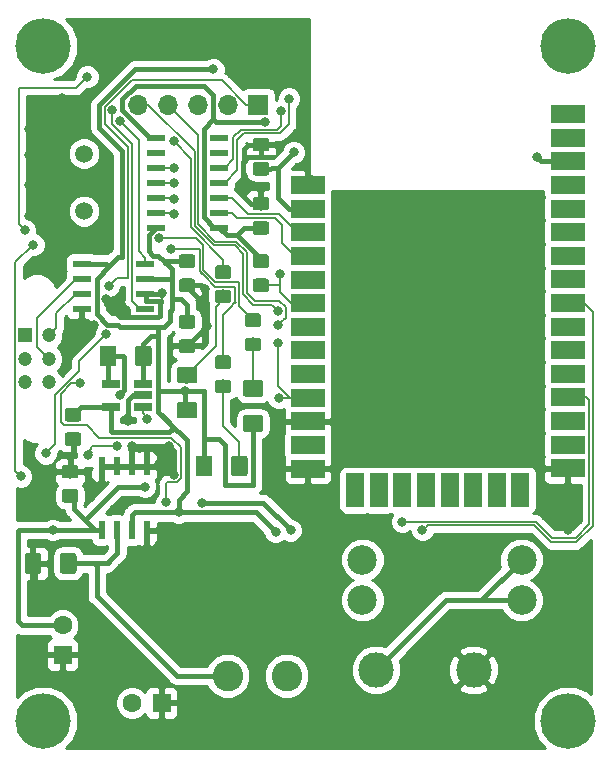
<source format=gtl>
G04 #@! TF.GenerationSoftware,KiCad,Pcbnew,(5.0.1-3-g963ef8bb5)*
G04 #@! TF.CreationDate,2019-03-27T22:27:31-04:00*
G04 #@! TF.ProjectId,radio,726164696F2E6B696361645F70636200,rev?*
G04 #@! TF.SameCoordinates,Original*
G04 #@! TF.FileFunction,Copper,L1,Top,Signal*
G04 #@! TF.FilePolarity,Positive*
%FSLAX46Y46*%
G04 Gerber Fmt 4.6, Leading zero omitted, Abs format (unit mm)*
G04 Created by KiCad (PCBNEW (5.0.1-3-g963ef8bb5)) date Wednesday, March 27, 2019 at 10:27:31 pm*
%MOMM*%
%LPD*%
G01*
G04 APERTURE LIST*
G04 #@! TA.AperFunction,SMDPad,CuDef*
%ADD10R,0.600000X1.550000*%
G04 #@! TD*
G04 #@! TA.AperFunction,ComponentPad*
%ADD11C,2.600000*%
G04 #@! TD*
G04 #@! TA.AperFunction,SMDPad,CuDef*
%ADD12R,2.840000X1.520000*%
G04 #@! TD*
G04 #@! TA.AperFunction,SMDPad,CuDef*
%ADD13R,1.520000X2.840000*%
G04 #@! TD*
G04 #@! TA.AperFunction,ComponentPad*
%ADD14O,1.700000X1.700000*%
G04 #@! TD*
G04 #@! TA.AperFunction,ComponentPad*
%ADD15R,1.700000X1.700000*%
G04 #@! TD*
G04 #@! TA.AperFunction,SMDPad,CuDef*
%ADD16R,1.560000X0.650000*%
G04 #@! TD*
G04 #@! TA.AperFunction,SMDPad,CuDef*
%ADD17R,1.550000X0.600000*%
G04 #@! TD*
G04 #@! TA.AperFunction,Conductor*
%ADD18C,0.100000*%
G04 #@! TD*
G04 #@! TA.AperFunction,SMDPad,CuDef*
%ADD19C,1.150000*%
G04 #@! TD*
G04 #@! TA.AperFunction,SMDPad,CuDef*
%ADD20C,1.425000*%
G04 #@! TD*
G04 #@! TA.AperFunction,SMDPad,CuDef*
%ADD21R,1.500000X0.600000*%
G04 #@! TD*
G04 #@! TA.AperFunction,ComponentPad*
%ADD22C,1.500000*%
G04 #@! TD*
G04 #@! TA.AperFunction,ComponentPad*
%ADD23C,1.200000*%
G04 #@! TD*
G04 #@! TA.AperFunction,ComponentPad*
%ADD24R,1.200000X1.200000*%
G04 #@! TD*
G04 #@! TA.AperFunction,ComponentPad*
%ADD25C,2.500000*%
G04 #@! TD*
G04 #@! TA.AperFunction,ComponentPad*
%ADD26C,3.000000*%
G04 #@! TD*
G04 #@! TA.AperFunction,ComponentPad*
%ADD27R,1.600000X1.600000*%
G04 #@! TD*
G04 #@! TA.AperFunction,ComponentPad*
%ADD28C,1.600000*%
G04 #@! TD*
G04 #@! TA.AperFunction,ComponentPad*
%ADD29C,4.700000*%
G04 #@! TD*
G04 #@! TA.AperFunction,ViaPad*
%ADD30C,0.800000*%
G04 #@! TD*
G04 #@! TA.AperFunction,Conductor*
%ADD31C,0.457200*%
G04 #@! TD*
G04 #@! TA.AperFunction,Conductor*
%ADD32C,0.152400*%
G04 #@! TD*
G04 #@! TA.AperFunction,Conductor*
%ADD33C,0.254000*%
G04 #@! TD*
G04 APERTURE END LIST*
D10*
G04 #@! TO.P,U5,8*
G04 #@! TO.N,GND*
X131953000Y-111790500D03*
G04 #@! TO.P,U5,7*
X133223000Y-111790500D03*
G04 #@! TO.P,U5,6*
X134493000Y-111790500D03*
G04 #@! TO.P,U5,5*
X135763000Y-111790500D03*
G04 #@! TO.P,U5,4*
X135763000Y-117190500D03*
G04 #@! TO.P,U5,3*
G04 #@! TO.N,+5V*
X134493000Y-117190500D03*
G04 #@! TO.P,U5,2*
G04 #@! TO.N,Net-(D4-Pad1)*
X133223000Y-117190500D03*
G04 #@! TO.P,U5,1*
G04 #@! TO.N,+12V*
X131953000Y-117190500D03*
G04 #@! TD*
D11*
G04 #@! TO.P,L1,2*
G04 #@! TO.N,+5V*
X147621000Y-129540000D03*
G04 #@! TO.P,L1,1*
G04 #@! TO.N,Net-(D4-Pad1)*
X142621000Y-129540000D03*
G04 #@! TD*
D12*
G04 #@! TO.P,U8,37*
G04 #@! TO.N,Net-(U8-Pad37)*
X171415000Y-81970000D03*
G04 #@! TO.P,U8,36*
G04 #@! TO.N,Net-(U8-Pad36)*
X171415000Y-83970000D03*
G04 #@! TO.P,U8,35*
G04 #@! TO.N,GND*
X171415000Y-85970000D03*
G04 #@! TO.P,U8,34*
G04 #@! TO.N,Net-(U8-Pad34)*
X171415000Y-87970000D03*
G04 #@! TO.P,U8,33*
G04 #@! TO.N,Net-(U8-Pad33)*
X171415000Y-89970000D03*
G04 #@! TO.P,U8,32*
G04 #@! TO.N,Net-(U8-Pad32)*
X171415000Y-91970000D03*
G04 #@! TO.P,U8,31*
G04 #@! TO.N,Net-(U8-Pad31)*
X171415000Y-93970000D03*
G04 #@! TO.P,U8,30*
G04 #@! TO.N,Net-(U8-Pad30)*
X171415000Y-95970000D03*
G04 #@! TO.P,U8,29*
G04 #@! TO.N,Net-(U7-Pad4)*
X171415000Y-97970000D03*
G04 #@! TO.P,U8,28*
G04 #@! TO.N,Net-(U8-Pad28)*
X171415000Y-99970000D03*
G04 #@! TO.P,U8,27*
G04 #@! TO.N,Net-(U8-Pad27)*
X171415000Y-101970000D03*
G04 #@! TO.P,U8,26*
G04 #@! TO.N,Net-(U8-Pad26)*
X171415000Y-103970000D03*
G04 #@! TO.P,U8,25*
G04 #@! TO.N,Net-(U7-Pad5)*
X171415000Y-105970000D03*
G04 #@! TO.P,U8,24*
G04 #@! TO.N,Net-(U8-Pad24)*
X171415000Y-107970000D03*
G04 #@! TO.P,U8,23*
G04 #@! TO.N,Net-(U8-Pad23)*
X171415000Y-109970000D03*
G04 #@! TO.P,U8,22*
G04 #@! TO.N,GND*
X171415000Y-111970000D03*
D13*
G04 #@! TO.P,U8,21*
G04 #@! TO.N,Net-(U8-Pad21)*
X167415000Y-113820000D03*
G04 #@! TO.P,U8,20*
G04 #@! TO.N,Net-(U8-Pad20)*
X165415000Y-113820000D03*
G04 #@! TO.P,U8,19*
G04 #@! TO.N,Net-(U8-Pad19)*
X163415000Y-113820000D03*
G04 #@! TO.P,U8,18*
G04 #@! TO.N,Net-(U8-Pad18)*
X161415000Y-113820000D03*
G04 #@! TO.P,U8,17*
G04 #@! TO.N,Net-(U8-Pad17)*
X159415000Y-113820000D03*
G04 #@! TO.P,U8,16*
G04 #@! TO.N,Net-(U8-Pad16)*
X157415000Y-113820000D03*
G04 #@! TO.P,U8,15*
G04 #@! TO.N,Net-(U8-Pad15)*
X155415000Y-113820000D03*
G04 #@! TO.P,U8,14*
G04 #@! TO.N,Net-(U8-Pad14)*
X153415000Y-113820000D03*
D12*
G04 #@! TO.P,U8,13*
G04 #@! TO.N,GND*
X149415000Y-111990000D03*
G04 #@! TO.P,U8,12*
G04 #@! TO.N,Net-(U8-Pad12)*
X149415000Y-109990000D03*
G04 #@! TO.P,U8,11*
G04 #@! TO.N,GND*
X149415000Y-107990000D03*
G04 #@! TO.P,U8,10*
G04 #@! TO.N,/XBEE stuff/XBEE_SLEEP*
X149415000Y-105990000D03*
G04 #@! TO.P,U8,9*
G04 #@! TO.N,Net-(U8-Pad9)*
X149415000Y-103990000D03*
G04 #@! TO.P,U8,8*
G04 #@! TO.N,Net-(U8-Pad8)*
X149415000Y-101990000D03*
G04 #@! TO.P,U8,7*
G04 #@! TO.N,Net-(U8-Pad7)*
X149415000Y-99990000D03*
G04 #@! TO.P,U8,6*
G04 #@! TO.N,/XBEE stuff/XBEE_RESET*
X149415000Y-97990000D03*
G04 #@! TO.P,U8,5*
G04 #@! TO.N,Net-(U8-Pad5)*
X149415000Y-95990000D03*
G04 #@! TO.P,U8,4*
G04 #@! TO.N,Net-(U7-Pad2)*
X149415000Y-93990000D03*
G04 #@! TO.P,U8,3*
G04 #@! TO.N,Net-(U7-Pad3)*
X149415000Y-91990000D03*
G04 #@! TO.P,U8,2*
G04 #@! TO.N,+3V3*
X149415000Y-89990000D03*
G04 #@! TO.P,U8,1*
G04 #@! TO.N,GND*
X149415000Y-87990000D03*
G04 #@! TD*
D14*
G04 #@! TO.P,J1,5*
G04 #@! TO.N,/ICSPCLK*
X135065000Y-81200000D03*
G04 #@! TO.P,J1,4*
G04 #@! TO.N,/ICSPDAT*
X137605000Y-81200000D03*
G04 #@! TO.P,J1,3*
G04 #@! TO.N,GND*
X140145000Y-81200000D03*
G04 #@! TO.P,J1,2*
G04 #@! TO.N,+5V*
X142685000Y-81200000D03*
D15*
G04 #@! TO.P,J1,1*
G04 #@! TO.N,/~MCLR*
X145225000Y-81200000D03*
G04 #@! TD*
D16*
G04 #@! TO.P,U6,5*
G04 #@! TO.N,+5V*
X132725000Y-106741000D03*
G04 #@! TO.P,U6,4*
G04 #@! TO.N,/Power/Sensed_5V*
X132725000Y-104841000D03*
G04 #@! TO.P,U6,3*
G04 #@! TO.N,+5V*
X135425000Y-104841000D03*
G04 #@! TO.P,U6,2*
G04 #@! TO.N,GND*
X135425000Y-105791000D03*
G04 #@! TO.P,U6,1*
G04 #@! TO.N,/Power/CURR_BUS*
X135425000Y-106741000D03*
G04 #@! TD*
D17*
G04 #@! TO.P,U2,8*
G04 #@! TO.N,GND*
X130269000Y-98450000D03*
G04 #@! TO.P,U2,7*
G04 #@! TO.N,CANH*
X130269000Y-97180000D03*
G04 #@! TO.P,U2,6*
G04 #@! TO.N,CANL*
X130269000Y-95910000D03*
G04 #@! TO.P,U2,5*
G04 #@! TO.N,+5V*
X130269000Y-94640000D03*
G04 #@! TO.P,U2,4*
G04 #@! TO.N,/CAN_RX*
X135669000Y-94640000D03*
G04 #@! TO.P,U2,3*
G04 #@! TO.N,+5V*
X135669000Y-95910000D03*
G04 #@! TO.P,U2,2*
G04 #@! TO.N,GND*
X135669000Y-97180000D03*
G04 #@! TO.P,U2,1*
G04 #@! TO.N,/CAN_TX*
X135669000Y-98450000D03*
G04 #@! TD*
D18*
G04 #@! TO.N,GND*
G04 #@! TO.C,C3*
G36*
X139666505Y-101035204D02*
X139690773Y-101038804D01*
X139714572Y-101044765D01*
X139737671Y-101053030D01*
X139759850Y-101063520D01*
X139780893Y-101076132D01*
X139800599Y-101090747D01*
X139818777Y-101107223D01*
X139835253Y-101125401D01*
X139849868Y-101145107D01*
X139862480Y-101166150D01*
X139872970Y-101188329D01*
X139881235Y-101211428D01*
X139887196Y-101235227D01*
X139890796Y-101259495D01*
X139892000Y-101283999D01*
X139892000Y-101934001D01*
X139890796Y-101958505D01*
X139887196Y-101982773D01*
X139881235Y-102006572D01*
X139872970Y-102029671D01*
X139862480Y-102051850D01*
X139849868Y-102072893D01*
X139835253Y-102092599D01*
X139818777Y-102110777D01*
X139800599Y-102127253D01*
X139780893Y-102141868D01*
X139759850Y-102154480D01*
X139737671Y-102164970D01*
X139714572Y-102173235D01*
X139690773Y-102179196D01*
X139666505Y-102182796D01*
X139642001Y-102184000D01*
X138741999Y-102184000D01*
X138717495Y-102182796D01*
X138693227Y-102179196D01*
X138669428Y-102173235D01*
X138646329Y-102164970D01*
X138624150Y-102154480D01*
X138603107Y-102141868D01*
X138583401Y-102127253D01*
X138565223Y-102110777D01*
X138548747Y-102092599D01*
X138534132Y-102072893D01*
X138521520Y-102051850D01*
X138511030Y-102029671D01*
X138502765Y-102006572D01*
X138496804Y-101982773D01*
X138493204Y-101958505D01*
X138492000Y-101934001D01*
X138492000Y-101283999D01*
X138493204Y-101259495D01*
X138496804Y-101235227D01*
X138502765Y-101211428D01*
X138511030Y-101188329D01*
X138521520Y-101166150D01*
X138534132Y-101145107D01*
X138548747Y-101125401D01*
X138565223Y-101107223D01*
X138583401Y-101090747D01*
X138603107Y-101076132D01*
X138624150Y-101063520D01*
X138646329Y-101053030D01*
X138669428Y-101044765D01*
X138693227Y-101038804D01*
X138717495Y-101035204D01*
X138741999Y-101034000D01*
X139642001Y-101034000D01*
X139666505Y-101035204D01*
X139666505Y-101035204D01*
G37*
D19*
G04 #@! TD*
G04 #@! TO.P,C3,2*
G04 #@! TO.N,GND*
X139192000Y-101609000D03*
D18*
G04 #@! TO.N,+5V*
G04 #@! TO.C,C3*
G36*
X139666505Y-98985204D02*
X139690773Y-98988804D01*
X139714572Y-98994765D01*
X139737671Y-99003030D01*
X139759850Y-99013520D01*
X139780893Y-99026132D01*
X139800599Y-99040747D01*
X139818777Y-99057223D01*
X139835253Y-99075401D01*
X139849868Y-99095107D01*
X139862480Y-99116150D01*
X139872970Y-99138329D01*
X139881235Y-99161428D01*
X139887196Y-99185227D01*
X139890796Y-99209495D01*
X139892000Y-99233999D01*
X139892000Y-99884001D01*
X139890796Y-99908505D01*
X139887196Y-99932773D01*
X139881235Y-99956572D01*
X139872970Y-99979671D01*
X139862480Y-100001850D01*
X139849868Y-100022893D01*
X139835253Y-100042599D01*
X139818777Y-100060777D01*
X139800599Y-100077253D01*
X139780893Y-100091868D01*
X139759850Y-100104480D01*
X139737671Y-100114970D01*
X139714572Y-100123235D01*
X139690773Y-100129196D01*
X139666505Y-100132796D01*
X139642001Y-100134000D01*
X138741999Y-100134000D01*
X138717495Y-100132796D01*
X138693227Y-100129196D01*
X138669428Y-100123235D01*
X138646329Y-100114970D01*
X138624150Y-100104480D01*
X138603107Y-100091868D01*
X138583401Y-100077253D01*
X138565223Y-100060777D01*
X138548747Y-100042599D01*
X138534132Y-100022893D01*
X138521520Y-100001850D01*
X138511030Y-99979671D01*
X138502765Y-99956572D01*
X138496804Y-99932773D01*
X138493204Y-99908505D01*
X138492000Y-99884001D01*
X138492000Y-99233999D01*
X138493204Y-99209495D01*
X138496804Y-99185227D01*
X138502765Y-99161428D01*
X138511030Y-99138329D01*
X138521520Y-99116150D01*
X138534132Y-99095107D01*
X138548747Y-99075401D01*
X138565223Y-99057223D01*
X138583401Y-99040747D01*
X138603107Y-99026132D01*
X138624150Y-99013520D01*
X138646329Y-99003030D01*
X138669428Y-98994765D01*
X138693227Y-98988804D01*
X138717495Y-98985204D01*
X138741999Y-98984000D01*
X139642001Y-98984000D01*
X139666505Y-98985204D01*
X139666505Y-98985204D01*
G37*
D19*
G04 #@! TD*
G04 #@! TO.P,C3,1*
G04 #@! TO.N,+5V*
X139192000Y-99559000D03*
D18*
G04 #@! TO.N,+12V*
G04 #@! TO.C,C11*
G36*
X129760505Y-113726204D02*
X129784773Y-113729804D01*
X129808572Y-113735765D01*
X129831671Y-113744030D01*
X129853850Y-113754520D01*
X129874893Y-113767132D01*
X129894599Y-113781747D01*
X129912777Y-113798223D01*
X129929253Y-113816401D01*
X129943868Y-113836107D01*
X129956480Y-113857150D01*
X129966970Y-113879329D01*
X129975235Y-113902428D01*
X129981196Y-113926227D01*
X129984796Y-113950495D01*
X129986000Y-113974999D01*
X129986000Y-114625001D01*
X129984796Y-114649505D01*
X129981196Y-114673773D01*
X129975235Y-114697572D01*
X129966970Y-114720671D01*
X129956480Y-114742850D01*
X129943868Y-114763893D01*
X129929253Y-114783599D01*
X129912777Y-114801777D01*
X129894599Y-114818253D01*
X129874893Y-114832868D01*
X129853850Y-114845480D01*
X129831671Y-114855970D01*
X129808572Y-114864235D01*
X129784773Y-114870196D01*
X129760505Y-114873796D01*
X129736001Y-114875000D01*
X128835999Y-114875000D01*
X128811495Y-114873796D01*
X128787227Y-114870196D01*
X128763428Y-114864235D01*
X128740329Y-114855970D01*
X128718150Y-114845480D01*
X128697107Y-114832868D01*
X128677401Y-114818253D01*
X128659223Y-114801777D01*
X128642747Y-114783599D01*
X128628132Y-114763893D01*
X128615520Y-114742850D01*
X128605030Y-114720671D01*
X128596765Y-114697572D01*
X128590804Y-114673773D01*
X128587204Y-114649505D01*
X128586000Y-114625001D01*
X128586000Y-113974999D01*
X128587204Y-113950495D01*
X128590804Y-113926227D01*
X128596765Y-113902428D01*
X128605030Y-113879329D01*
X128615520Y-113857150D01*
X128628132Y-113836107D01*
X128642747Y-113816401D01*
X128659223Y-113798223D01*
X128677401Y-113781747D01*
X128697107Y-113767132D01*
X128718150Y-113754520D01*
X128740329Y-113744030D01*
X128763428Y-113735765D01*
X128787227Y-113729804D01*
X128811495Y-113726204D01*
X128835999Y-113725000D01*
X129736001Y-113725000D01*
X129760505Y-113726204D01*
X129760505Y-113726204D01*
G37*
D19*
G04 #@! TD*
G04 #@! TO.P,C11,2*
G04 #@! TO.N,+12V*
X129286000Y-114300000D03*
D18*
G04 #@! TO.N,GND*
G04 #@! TO.C,C11*
G36*
X129760505Y-111676204D02*
X129784773Y-111679804D01*
X129808572Y-111685765D01*
X129831671Y-111694030D01*
X129853850Y-111704520D01*
X129874893Y-111717132D01*
X129894599Y-111731747D01*
X129912777Y-111748223D01*
X129929253Y-111766401D01*
X129943868Y-111786107D01*
X129956480Y-111807150D01*
X129966970Y-111829329D01*
X129975235Y-111852428D01*
X129981196Y-111876227D01*
X129984796Y-111900495D01*
X129986000Y-111924999D01*
X129986000Y-112575001D01*
X129984796Y-112599505D01*
X129981196Y-112623773D01*
X129975235Y-112647572D01*
X129966970Y-112670671D01*
X129956480Y-112692850D01*
X129943868Y-112713893D01*
X129929253Y-112733599D01*
X129912777Y-112751777D01*
X129894599Y-112768253D01*
X129874893Y-112782868D01*
X129853850Y-112795480D01*
X129831671Y-112805970D01*
X129808572Y-112814235D01*
X129784773Y-112820196D01*
X129760505Y-112823796D01*
X129736001Y-112825000D01*
X128835999Y-112825000D01*
X128811495Y-112823796D01*
X128787227Y-112820196D01*
X128763428Y-112814235D01*
X128740329Y-112805970D01*
X128718150Y-112795480D01*
X128697107Y-112782868D01*
X128677401Y-112768253D01*
X128659223Y-112751777D01*
X128642747Y-112733599D01*
X128628132Y-112713893D01*
X128615520Y-112692850D01*
X128605030Y-112670671D01*
X128596765Y-112647572D01*
X128590804Y-112623773D01*
X128587204Y-112599505D01*
X128586000Y-112575001D01*
X128586000Y-111924999D01*
X128587204Y-111900495D01*
X128590804Y-111876227D01*
X128596765Y-111852428D01*
X128605030Y-111829329D01*
X128615520Y-111807150D01*
X128628132Y-111786107D01*
X128642747Y-111766401D01*
X128659223Y-111748223D01*
X128677401Y-111731747D01*
X128697107Y-111717132D01*
X128718150Y-111704520D01*
X128740329Y-111694030D01*
X128763428Y-111685765D01*
X128787227Y-111679804D01*
X128811495Y-111676204D01*
X128835999Y-111675000D01*
X129736001Y-111675000D01*
X129760505Y-111676204D01*
X129760505Y-111676204D01*
G37*
D19*
G04 #@! TD*
G04 #@! TO.P,C11,1*
G04 #@! TO.N,GND*
X129286000Y-112250000D03*
D18*
G04 #@! TO.N,+5V*
G04 #@! TO.C,C13*
G36*
X130014505Y-106868204D02*
X130038773Y-106871804D01*
X130062572Y-106877765D01*
X130085671Y-106886030D01*
X130107850Y-106896520D01*
X130128893Y-106909132D01*
X130148599Y-106923747D01*
X130166777Y-106940223D01*
X130183253Y-106958401D01*
X130197868Y-106978107D01*
X130210480Y-106999150D01*
X130220970Y-107021329D01*
X130229235Y-107044428D01*
X130235196Y-107068227D01*
X130238796Y-107092495D01*
X130240000Y-107116999D01*
X130240000Y-107767001D01*
X130238796Y-107791505D01*
X130235196Y-107815773D01*
X130229235Y-107839572D01*
X130220970Y-107862671D01*
X130210480Y-107884850D01*
X130197868Y-107905893D01*
X130183253Y-107925599D01*
X130166777Y-107943777D01*
X130148599Y-107960253D01*
X130128893Y-107974868D01*
X130107850Y-107987480D01*
X130085671Y-107997970D01*
X130062572Y-108006235D01*
X130038773Y-108012196D01*
X130014505Y-108015796D01*
X129990001Y-108017000D01*
X129089999Y-108017000D01*
X129065495Y-108015796D01*
X129041227Y-108012196D01*
X129017428Y-108006235D01*
X128994329Y-107997970D01*
X128972150Y-107987480D01*
X128951107Y-107974868D01*
X128931401Y-107960253D01*
X128913223Y-107943777D01*
X128896747Y-107925599D01*
X128882132Y-107905893D01*
X128869520Y-107884850D01*
X128859030Y-107862671D01*
X128850765Y-107839572D01*
X128844804Y-107815773D01*
X128841204Y-107791505D01*
X128840000Y-107767001D01*
X128840000Y-107116999D01*
X128841204Y-107092495D01*
X128844804Y-107068227D01*
X128850765Y-107044428D01*
X128859030Y-107021329D01*
X128869520Y-106999150D01*
X128882132Y-106978107D01*
X128896747Y-106958401D01*
X128913223Y-106940223D01*
X128931401Y-106923747D01*
X128951107Y-106909132D01*
X128972150Y-106896520D01*
X128994329Y-106886030D01*
X129017428Y-106877765D01*
X129041227Y-106871804D01*
X129065495Y-106868204D01*
X129089999Y-106867000D01*
X129990001Y-106867000D01*
X130014505Y-106868204D01*
X130014505Y-106868204D01*
G37*
D19*
G04 #@! TD*
G04 #@! TO.P,C13,2*
G04 #@! TO.N,+5V*
X129540000Y-107442000D03*
D18*
G04 #@! TO.N,GND*
G04 #@! TO.C,C13*
G36*
X130014505Y-108918204D02*
X130038773Y-108921804D01*
X130062572Y-108927765D01*
X130085671Y-108936030D01*
X130107850Y-108946520D01*
X130128893Y-108959132D01*
X130148599Y-108973747D01*
X130166777Y-108990223D01*
X130183253Y-109008401D01*
X130197868Y-109028107D01*
X130210480Y-109049150D01*
X130220970Y-109071329D01*
X130229235Y-109094428D01*
X130235196Y-109118227D01*
X130238796Y-109142495D01*
X130240000Y-109166999D01*
X130240000Y-109817001D01*
X130238796Y-109841505D01*
X130235196Y-109865773D01*
X130229235Y-109889572D01*
X130220970Y-109912671D01*
X130210480Y-109934850D01*
X130197868Y-109955893D01*
X130183253Y-109975599D01*
X130166777Y-109993777D01*
X130148599Y-110010253D01*
X130128893Y-110024868D01*
X130107850Y-110037480D01*
X130085671Y-110047970D01*
X130062572Y-110056235D01*
X130038773Y-110062196D01*
X130014505Y-110065796D01*
X129990001Y-110067000D01*
X129089999Y-110067000D01*
X129065495Y-110065796D01*
X129041227Y-110062196D01*
X129017428Y-110056235D01*
X128994329Y-110047970D01*
X128972150Y-110037480D01*
X128951107Y-110024868D01*
X128931401Y-110010253D01*
X128913223Y-109993777D01*
X128896747Y-109975599D01*
X128882132Y-109955893D01*
X128869520Y-109934850D01*
X128859030Y-109912671D01*
X128850765Y-109889572D01*
X128844804Y-109865773D01*
X128841204Y-109841505D01*
X128840000Y-109817001D01*
X128840000Y-109166999D01*
X128841204Y-109142495D01*
X128844804Y-109118227D01*
X128850765Y-109094428D01*
X128859030Y-109071329D01*
X128869520Y-109049150D01*
X128882132Y-109028107D01*
X128896747Y-109008401D01*
X128913223Y-108990223D01*
X128931401Y-108973747D01*
X128951107Y-108959132D01*
X128972150Y-108946520D01*
X128994329Y-108936030D01*
X129017428Y-108927765D01*
X129041227Y-108921804D01*
X129065495Y-108918204D01*
X129089999Y-108917000D01*
X129990001Y-108917000D01*
X130014505Y-108918204D01*
X130014505Y-108918204D01*
G37*
D19*
G04 #@! TD*
G04 #@! TO.P,C13,1*
G04 #@! TO.N,GND*
X129540000Y-109492000D03*
D18*
G04 #@! TO.N,GND*
G04 #@! TO.C,C14*
G36*
X139666505Y-95896204D02*
X139690773Y-95899804D01*
X139714572Y-95905765D01*
X139737671Y-95914030D01*
X139759850Y-95924520D01*
X139780893Y-95937132D01*
X139800599Y-95951747D01*
X139818777Y-95968223D01*
X139835253Y-95986401D01*
X139849868Y-96006107D01*
X139862480Y-96027150D01*
X139872970Y-96049329D01*
X139881235Y-96072428D01*
X139887196Y-96096227D01*
X139890796Y-96120495D01*
X139892000Y-96144999D01*
X139892000Y-96795001D01*
X139890796Y-96819505D01*
X139887196Y-96843773D01*
X139881235Y-96867572D01*
X139872970Y-96890671D01*
X139862480Y-96912850D01*
X139849868Y-96933893D01*
X139835253Y-96953599D01*
X139818777Y-96971777D01*
X139800599Y-96988253D01*
X139780893Y-97002868D01*
X139759850Y-97015480D01*
X139737671Y-97025970D01*
X139714572Y-97034235D01*
X139690773Y-97040196D01*
X139666505Y-97043796D01*
X139642001Y-97045000D01*
X138741999Y-97045000D01*
X138717495Y-97043796D01*
X138693227Y-97040196D01*
X138669428Y-97034235D01*
X138646329Y-97025970D01*
X138624150Y-97015480D01*
X138603107Y-97002868D01*
X138583401Y-96988253D01*
X138565223Y-96971777D01*
X138548747Y-96953599D01*
X138534132Y-96933893D01*
X138521520Y-96912850D01*
X138511030Y-96890671D01*
X138502765Y-96867572D01*
X138496804Y-96843773D01*
X138493204Y-96819505D01*
X138492000Y-96795001D01*
X138492000Y-96144999D01*
X138493204Y-96120495D01*
X138496804Y-96096227D01*
X138502765Y-96072428D01*
X138511030Y-96049329D01*
X138521520Y-96027150D01*
X138534132Y-96006107D01*
X138548747Y-95986401D01*
X138565223Y-95968223D01*
X138583401Y-95951747D01*
X138603107Y-95937132D01*
X138624150Y-95924520D01*
X138646329Y-95914030D01*
X138669428Y-95905765D01*
X138693227Y-95899804D01*
X138717495Y-95896204D01*
X138741999Y-95895000D01*
X139642001Y-95895000D01*
X139666505Y-95896204D01*
X139666505Y-95896204D01*
G37*
D19*
G04 #@! TD*
G04 #@! TO.P,C14,2*
G04 #@! TO.N,GND*
X139192000Y-96470000D03*
D18*
G04 #@! TO.N,+5V*
G04 #@! TO.C,C14*
G36*
X139666505Y-93846204D02*
X139690773Y-93849804D01*
X139714572Y-93855765D01*
X139737671Y-93864030D01*
X139759850Y-93874520D01*
X139780893Y-93887132D01*
X139800599Y-93901747D01*
X139818777Y-93918223D01*
X139835253Y-93936401D01*
X139849868Y-93956107D01*
X139862480Y-93977150D01*
X139872970Y-93999329D01*
X139881235Y-94022428D01*
X139887196Y-94046227D01*
X139890796Y-94070495D01*
X139892000Y-94094999D01*
X139892000Y-94745001D01*
X139890796Y-94769505D01*
X139887196Y-94793773D01*
X139881235Y-94817572D01*
X139872970Y-94840671D01*
X139862480Y-94862850D01*
X139849868Y-94883893D01*
X139835253Y-94903599D01*
X139818777Y-94921777D01*
X139800599Y-94938253D01*
X139780893Y-94952868D01*
X139759850Y-94965480D01*
X139737671Y-94975970D01*
X139714572Y-94984235D01*
X139690773Y-94990196D01*
X139666505Y-94993796D01*
X139642001Y-94995000D01*
X138741999Y-94995000D01*
X138717495Y-94993796D01*
X138693227Y-94990196D01*
X138669428Y-94984235D01*
X138646329Y-94975970D01*
X138624150Y-94965480D01*
X138603107Y-94952868D01*
X138583401Y-94938253D01*
X138565223Y-94921777D01*
X138548747Y-94903599D01*
X138534132Y-94883893D01*
X138521520Y-94862850D01*
X138511030Y-94840671D01*
X138502765Y-94817572D01*
X138496804Y-94793773D01*
X138493204Y-94769505D01*
X138492000Y-94745001D01*
X138492000Y-94094999D01*
X138493204Y-94070495D01*
X138496804Y-94046227D01*
X138502765Y-94022428D01*
X138511030Y-93999329D01*
X138521520Y-93977150D01*
X138534132Y-93956107D01*
X138548747Y-93936401D01*
X138565223Y-93918223D01*
X138583401Y-93901747D01*
X138603107Y-93887132D01*
X138624150Y-93874520D01*
X138646329Y-93864030D01*
X138669428Y-93855765D01*
X138693227Y-93849804D01*
X138717495Y-93846204D01*
X138741999Y-93845000D01*
X139642001Y-93845000D01*
X139666505Y-93846204D01*
X139666505Y-93846204D01*
G37*
D19*
G04 #@! TD*
G04 #@! TO.P,C14,1*
G04 #@! TO.N,+5V*
X139192000Y-94420000D03*
D18*
G04 #@! TO.N,+3V3*
G04 #@! TO.C,C15*
G36*
X145909505Y-91036204D02*
X145933773Y-91039804D01*
X145957572Y-91045765D01*
X145980671Y-91054030D01*
X146002850Y-91064520D01*
X146023893Y-91077132D01*
X146043599Y-91091747D01*
X146061777Y-91108223D01*
X146078253Y-91126401D01*
X146092868Y-91146107D01*
X146105480Y-91167150D01*
X146115970Y-91189329D01*
X146124235Y-91212428D01*
X146130196Y-91236227D01*
X146133796Y-91260495D01*
X146135000Y-91284999D01*
X146135000Y-91935001D01*
X146133796Y-91959505D01*
X146130196Y-91983773D01*
X146124235Y-92007572D01*
X146115970Y-92030671D01*
X146105480Y-92052850D01*
X146092868Y-92073893D01*
X146078253Y-92093599D01*
X146061777Y-92111777D01*
X146043599Y-92128253D01*
X146023893Y-92142868D01*
X146002850Y-92155480D01*
X145980671Y-92165970D01*
X145957572Y-92174235D01*
X145933773Y-92180196D01*
X145909505Y-92183796D01*
X145885001Y-92185000D01*
X144984999Y-92185000D01*
X144960495Y-92183796D01*
X144936227Y-92180196D01*
X144912428Y-92174235D01*
X144889329Y-92165970D01*
X144867150Y-92155480D01*
X144846107Y-92142868D01*
X144826401Y-92128253D01*
X144808223Y-92111777D01*
X144791747Y-92093599D01*
X144777132Y-92073893D01*
X144764520Y-92052850D01*
X144754030Y-92030671D01*
X144745765Y-92007572D01*
X144739804Y-91983773D01*
X144736204Y-91959505D01*
X144735000Y-91935001D01*
X144735000Y-91284999D01*
X144736204Y-91260495D01*
X144739804Y-91236227D01*
X144745765Y-91212428D01*
X144754030Y-91189329D01*
X144764520Y-91167150D01*
X144777132Y-91146107D01*
X144791747Y-91126401D01*
X144808223Y-91108223D01*
X144826401Y-91091747D01*
X144846107Y-91077132D01*
X144867150Y-91064520D01*
X144889329Y-91054030D01*
X144912428Y-91045765D01*
X144936227Y-91039804D01*
X144960495Y-91036204D01*
X144984999Y-91035000D01*
X145885001Y-91035000D01*
X145909505Y-91036204D01*
X145909505Y-91036204D01*
G37*
D19*
G04 #@! TD*
G04 #@! TO.P,C15,2*
G04 #@! TO.N,+3V3*
X145435000Y-91610000D03*
D18*
G04 #@! TO.N,GND*
G04 #@! TO.C,C15*
G36*
X145909505Y-88986204D02*
X145933773Y-88989804D01*
X145957572Y-88995765D01*
X145980671Y-89004030D01*
X146002850Y-89014520D01*
X146023893Y-89027132D01*
X146043599Y-89041747D01*
X146061777Y-89058223D01*
X146078253Y-89076401D01*
X146092868Y-89096107D01*
X146105480Y-89117150D01*
X146115970Y-89139329D01*
X146124235Y-89162428D01*
X146130196Y-89186227D01*
X146133796Y-89210495D01*
X146135000Y-89234999D01*
X146135000Y-89885001D01*
X146133796Y-89909505D01*
X146130196Y-89933773D01*
X146124235Y-89957572D01*
X146115970Y-89980671D01*
X146105480Y-90002850D01*
X146092868Y-90023893D01*
X146078253Y-90043599D01*
X146061777Y-90061777D01*
X146043599Y-90078253D01*
X146023893Y-90092868D01*
X146002850Y-90105480D01*
X145980671Y-90115970D01*
X145957572Y-90124235D01*
X145933773Y-90130196D01*
X145909505Y-90133796D01*
X145885001Y-90135000D01*
X144984999Y-90135000D01*
X144960495Y-90133796D01*
X144936227Y-90130196D01*
X144912428Y-90124235D01*
X144889329Y-90115970D01*
X144867150Y-90105480D01*
X144846107Y-90092868D01*
X144826401Y-90078253D01*
X144808223Y-90061777D01*
X144791747Y-90043599D01*
X144777132Y-90023893D01*
X144764520Y-90002850D01*
X144754030Y-89980671D01*
X144745765Y-89957572D01*
X144739804Y-89933773D01*
X144736204Y-89909505D01*
X144735000Y-89885001D01*
X144735000Y-89234999D01*
X144736204Y-89210495D01*
X144739804Y-89186227D01*
X144745765Y-89162428D01*
X144754030Y-89139329D01*
X144764520Y-89117150D01*
X144777132Y-89096107D01*
X144791747Y-89076401D01*
X144808223Y-89058223D01*
X144826401Y-89041747D01*
X144846107Y-89027132D01*
X144867150Y-89014520D01*
X144889329Y-89004030D01*
X144912428Y-88995765D01*
X144936227Y-88989804D01*
X144960495Y-88986204D01*
X144984999Y-88985000D01*
X145885001Y-88985000D01*
X145909505Y-88986204D01*
X145909505Y-88986204D01*
G37*
D19*
G04 #@! TD*
G04 #@! TO.P,C15,1*
G04 #@! TO.N,GND*
X145435000Y-89560000D03*
D18*
G04 #@! TO.N,GND*
G04 #@! TO.C,C16*
G36*
X145929505Y-83986204D02*
X145953773Y-83989804D01*
X145977572Y-83995765D01*
X146000671Y-84004030D01*
X146022850Y-84014520D01*
X146043893Y-84027132D01*
X146063599Y-84041747D01*
X146081777Y-84058223D01*
X146098253Y-84076401D01*
X146112868Y-84096107D01*
X146125480Y-84117150D01*
X146135970Y-84139329D01*
X146144235Y-84162428D01*
X146150196Y-84186227D01*
X146153796Y-84210495D01*
X146155000Y-84234999D01*
X146155000Y-84885001D01*
X146153796Y-84909505D01*
X146150196Y-84933773D01*
X146144235Y-84957572D01*
X146135970Y-84980671D01*
X146125480Y-85002850D01*
X146112868Y-85023893D01*
X146098253Y-85043599D01*
X146081777Y-85061777D01*
X146063599Y-85078253D01*
X146043893Y-85092868D01*
X146022850Y-85105480D01*
X146000671Y-85115970D01*
X145977572Y-85124235D01*
X145953773Y-85130196D01*
X145929505Y-85133796D01*
X145905001Y-85135000D01*
X145004999Y-85135000D01*
X144980495Y-85133796D01*
X144956227Y-85130196D01*
X144932428Y-85124235D01*
X144909329Y-85115970D01*
X144887150Y-85105480D01*
X144866107Y-85092868D01*
X144846401Y-85078253D01*
X144828223Y-85061777D01*
X144811747Y-85043599D01*
X144797132Y-85023893D01*
X144784520Y-85002850D01*
X144774030Y-84980671D01*
X144765765Y-84957572D01*
X144759804Y-84933773D01*
X144756204Y-84909505D01*
X144755000Y-84885001D01*
X144755000Y-84234999D01*
X144756204Y-84210495D01*
X144759804Y-84186227D01*
X144765765Y-84162428D01*
X144774030Y-84139329D01*
X144784520Y-84117150D01*
X144797132Y-84096107D01*
X144811747Y-84076401D01*
X144828223Y-84058223D01*
X144846401Y-84041747D01*
X144866107Y-84027132D01*
X144887150Y-84014520D01*
X144909329Y-84004030D01*
X144932428Y-83995765D01*
X144956227Y-83989804D01*
X144980495Y-83986204D01*
X145004999Y-83985000D01*
X145905001Y-83985000D01*
X145929505Y-83986204D01*
X145929505Y-83986204D01*
G37*
D19*
G04 #@! TD*
G04 #@! TO.P,C16,2*
G04 #@! TO.N,GND*
X145455000Y-84560000D03*
D18*
G04 #@! TO.N,+3V3*
G04 #@! TO.C,C16*
G36*
X145929505Y-86036204D02*
X145953773Y-86039804D01*
X145977572Y-86045765D01*
X146000671Y-86054030D01*
X146022850Y-86064520D01*
X146043893Y-86077132D01*
X146063599Y-86091747D01*
X146081777Y-86108223D01*
X146098253Y-86126401D01*
X146112868Y-86146107D01*
X146125480Y-86167150D01*
X146135970Y-86189329D01*
X146144235Y-86212428D01*
X146150196Y-86236227D01*
X146153796Y-86260495D01*
X146155000Y-86284999D01*
X146155000Y-86935001D01*
X146153796Y-86959505D01*
X146150196Y-86983773D01*
X146144235Y-87007572D01*
X146135970Y-87030671D01*
X146125480Y-87052850D01*
X146112868Y-87073893D01*
X146098253Y-87093599D01*
X146081777Y-87111777D01*
X146063599Y-87128253D01*
X146043893Y-87142868D01*
X146022850Y-87155480D01*
X146000671Y-87165970D01*
X145977572Y-87174235D01*
X145953773Y-87180196D01*
X145929505Y-87183796D01*
X145905001Y-87185000D01*
X145004999Y-87185000D01*
X144980495Y-87183796D01*
X144956227Y-87180196D01*
X144932428Y-87174235D01*
X144909329Y-87165970D01*
X144887150Y-87155480D01*
X144866107Y-87142868D01*
X144846401Y-87128253D01*
X144828223Y-87111777D01*
X144811747Y-87093599D01*
X144797132Y-87073893D01*
X144784520Y-87052850D01*
X144774030Y-87030671D01*
X144765765Y-87007572D01*
X144759804Y-86983773D01*
X144756204Y-86959505D01*
X144755000Y-86935001D01*
X144755000Y-86284999D01*
X144756204Y-86260495D01*
X144759804Y-86236227D01*
X144765765Y-86212428D01*
X144774030Y-86189329D01*
X144784520Y-86167150D01*
X144797132Y-86146107D01*
X144811747Y-86126401D01*
X144828223Y-86108223D01*
X144846401Y-86091747D01*
X144866107Y-86077132D01*
X144887150Y-86064520D01*
X144909329Y-86054030D01*
X144932428Y-86045765D01*
X144956227Y-86039804D01*
X144980495Y-86036204D01*
X145004999Y-86035000D01*
X145905001Y-86035000D01*
X145929505Y-86036204D01*
X145929505Y-86036204D01*
G37*
D19*
G04 #@! TD*
G04 #@! TO.P,C16,1*
G04 #@! TO.N,+3V3*
X145455000Y-86610000D03*
D18*
G04 #@! TO.N,+5V*
G04 #@! TO.C,D1*
G36*
X145429504Y-107456204D02*
X145453773Y-107459804D01*
X145477571Y-107465765D01*
X145500671Y-107474030D01*
X145522849Y-107484520D01*
X145543893Y-107497133D01*
X145563598Y-107511747D01*
X145581777Y-107528223D01*
X145598253Y-107546402D01*
X145612867Y-107566107D01*
X145625480Y-107587151D01*
X145635970Y-107609329D01*
X145644235Y-107632429D01*
X145650196Y-107656227D01*
X145653796Y-107680496D01*
X145655000Y-107705000D01*
X145655000Y-108630000D01*
X145653796Y-108654504D01*
X145650196Y-108678773D01*
X145644235Y-108702571D01*
X145635970Y-108725671D01*
X145625480Y-108747849D01*
X145612867Y-108768893D01*
X145598253Y-108788598D01*
X145581777Y-108806777D01*
X145563598Y-108823253D01*
X145543893Y-108837867D01*
X145522849Y-108850480D01*
X145500671Y-108860970D01*
X145477571Y-108869235D01*
X145453773Y-108875196D01*
X145429504Y-108878796D01*
X145405000Y-108880000D01*
X144155000Y-108880000D01*
X144130496Y-108878796D01*
X144106227Y-108875196D01*
X144082429Y-108869235D01*
X144059329Y-108860970D01*
X144037151Y-108850480D01*
X144016107Y-108837867D01*
X143996402Y-108823253D01*
X143978223Y-108806777D01*
X143961747Y-108788598D01*
X143947133Y-108768893D01*
X143934520Y-108747849D01*
X143924030Y-108725671D01*
X143915765Y-108702571D01*
X143909804Y-108678773D01*
X143906204Y-108654504D01*
X143905000Y-108630000D01*
X143905000Y-107705000D01*
X143906204Y-107680496D01*
X143909804Y-107656227D01*
X143915765Y-107632429D01*
X143924030Y-107609329D01*
X143934520Y-107587151D01*
X143947133Y-107566107D01*
X143961747Y-107546402D01*
X143978223Y-107528223D01*
X143996402Y-107511747D01*
X144016107Y-107497133D01*
X144037151Y-107484520D01*
X144059329Y-107474030D01*
X144082429Y-107465765D01*
X144106227Y-107459804D01*
X144130496Y-107456204D01*
X144155000Y-107455000D01*
X145405000Y-107455000D01*
X145429504Y-107456204D01*
X145429504Y-107456204D01*
G37*
D20*
G04 #@! TD*
G04 #@! TO.P,D1,2*
G04 #@! TO.N,+5V*
X144780000Y-108167500D03*
D18*
G04 #@! TO.N,Net-(D1-Pad1)*
G04 #@! TO.C,D1*
G36*
X145429504Y-104481204D02*
X145453773Y-104484804D01*
X145477571Y-104490765D01*
X145500671Y-104499030D01*
X145522849Y-104509520D01*
X145543893Y-104522133D01*
X145563598Y-104536747D01*
X145581777Y-104553223D01*
X145598253Y-104571402D01*
X145612867Y-104591107D01*
X145625480Y-104612151D01*
X145635970Y-104634329D01*
X145644235Y-104657429D01*
X145650196Y-104681227D01*
X145653796Y-104705496D01*
X145655000Y-104730000D01*
X145655000Y-105655000D01*
X145653796Y-105679504D01*
X145650196Y-105703773D01*
X145644235Y-105727571D01*
X145635970Y-105750671D01*
X145625480Y-105772849D01*
X145612867Y-105793893D01*
X145598253Y-105813598D01*
X145581777Y-105831777D01*
X145563598Y-105848253D01*
X145543893Y-105862867D01*
X145522849Y-105875480D01*
X145500671Y-105885970D01*
X145477571Y-105894235D01*
X145453773Y-105900196D01*
X145429504Y-105903796D01*
X145405000Y-105905000D01*
X144155000Y-105905000D01*
X144130496Y-105903796D01*
X144106227Y-105900196D01*
X144082429Y-105894235D01*
X144059329Y-105885970D01*
X144037151Y-105875480D01*
X144016107Y-105862867D01*
X143996402Y-105848253D01*
X143978223Y-105831777D01*
X143961747Y-105813598D01*
X143947133Y-105793893D01*
X143934520Y-105772849D01*
X143924030Y-105750671D01*
X143915765Y-105727571D01*
X143909804Y-105703773D01*
X143906204Y-105679504D01*
X143905000Y-105655000D01*
X143905000Y-104730000D01*
X143906204Y-104705496D01*
X143909804Y-104681227D01*
X143915765Y-104657429D01*
X143924030Y-104634329D01*
X143934520Y-104612151D01*
X143947133Y-104591107D01*
X143961747Y-104571402D01*
X143978223Y-104553223D01*
X143996402Y-104536747D01*
X144016107Y-104522133D01*
X144037151Y-104509520D01*
X144059329Y-104499030D01*
X144082429Y-104490765D01*
X144106227Y-104484804D01*
X144130496Y-104481204D01*
X144155000Y-104480000D01*
X145405000Y-104480000D01*
X145429504Y-104481204D01*
X145429504Y-104481204D01*
G37*
D20*
G04 #@! TD*
G04 #@! TO.P,D1,1*
G04 #@! TO.N,Net-(D1-Pad1)*
X144780000Y-105192500D03*
D18*
G04 #@! TO.N,+5V*
G04 #@! TO.C,D2*
G36*
X141112504Y-110886204D02*
X141136773Y-110889804D01*
X141160571Y-110895765D01*
X141183671Y-110904030D01*
X141205849Y-110914520D01*
X141226893Y-110927133D01*
X141246598Y-110941747D01*
X141264777Y-110958223D01*
X141281253Y-110976402D01*
X141295867Y-110996107D01*
X141308480Y-111017151D01*
X141318970Y-111039329D01*
X141327235Y-111062429D01*
X141333196Y-111086227D01*
X141336796Y-111110496D01*
X141338000Y-111135000D01*
X141338000Y-112385000D01*
X141336796Y-112409504D01*
X141333196Y-112433773D01*
X141327235Y-112457571D01*
X141318970Y-112480671D01*
X141308480Y-112502849D01*
X141295867Y-112523893D01*
X141281253Y-112543598D01*
X141264777Y-112561777D01*
X141246598Y-112578253D01*
X141226893Y-112592867D01*
X141205849Y-112605480D01*
X141183671Y-112615970D01*
X141160571Y-112624235D01*
X141136773Y-112630196D01*
X141112504Y-112633796D01*
X141088000Y-112635000D01*
X140163000Y-112635000D01*
X140138496Y-112633796D01*
X140114227Y-112630196D01*
X140090429Y-112624235D01*
X140067329Y-112615970D01*
X140045151Y-112605480D01*
X140024107Y-112592867D01*
X140004402Y-112578253D01*
X139986223Y-112561777D01*
X139969747Y-112543598D01*
X139955133Y-112523893D01*
X139942520Y-112502849D01*
X139932030Y-112480671D01*
X139923765Y-112457571D01*
X139917804Y-112433773D01*
X139914204Y-112409504D01*
X139913000Y-112385000D01*
X139913000Y-111135000D01*
X139914204Y-111110496D01*
X139917804Y-111086227D01*
X139923765Y-111062429D01*
X139932030Y-111039329D01*
X139942520Y-111017151D01*
X139955133Y-110996107D01*
X139969747Y-110976402D01*
X139986223Y-110958223D01*
X140004402Y-110941747D01*
X140024107Y-110927133D01*
X140045151Y-110914520D01*
X140067329Y-110904030D01*
X140090429Y-110895765D01*
X140114227Y-110889804D01*
X140138496Y-110886204D01*
X140163000Y-110885000D01*
X141088000Y-110885000D01*
X141112504Y-110886204D01*
X141112504Y-110886204D01*
G37*
D20*
G04 #@! TD*
G04 #@! TO.P,D2,2*
G04 #@! TO.N,+5V*
X140625500Y-111760000D03*
D18*
G04 #@! TO.N,Net-(D2-Pad1)*
G04 #@! TO.C,D2*
G36*
X144087504Y-110886204D02*
X144111773Y-110889804D01*
X144135571Y-110895765D01*
X144158671Y-110904030D01*
X144180849Y-110914520D01*
X144201893Y-110927133D01*
X144221598Y-110941747D01*
X144239777Y-110958223D01*
X144256253Y-110976402D01*
X144270867Y-110996107D01*
X144283480Y-111017151D01*
X144293970Y-111039329D01*
X144302235Y-111062429D01*
X144308196Y-111086227D01*
X144311796Y-111110496D01*
X144313000Y-111135000D01*
X144313000Y-112385000D01*
X144311796Y-112409504D01*
X144308196Y-112433773D01*
X144302235Y-112457571D01*
X144293970Y-112480671D01*
X144283480Y-112502849D01*
X144270867Y-112523893D01*
X144256253Y-112543598D01*
X144239777Y-112561777D01*
X144221598Y-112578253D01*
X144201893Y-112592867D01*
X144180849Y-112605480D01*
X144158671Y-112615970D01*
X144135571Y-112624235D01*
X144111773Y-112630196D01*
X144087504Y-112633796D01*
X144063000Y-112635000D01*
X143138000Y-112635000D01*
X143113496Y-112633796D01*
X143089227Y-112630196D01*
X143065429Y-112624235D01*
X143042329Y-112615970D01*
X143020151Y-112605480D01*
X142999107Y-112592867D01*
X142979402Y-112578253D01*
X142961223Y-112561777D01*
X142944747Y-112543598D01*
X142930133Y-112523893D01*
X142917520Y-112502849D01*
X142907030Y-112480671D01*
X142898765Y-112457571D01*
X142892804Y-112433773D01*
X142889204Y-112409504D01*
X142888000Y-112385000D01*
X142888000Y-111135000D01*
X142889204Y-111110496D01*
X142892804Y-111086227D01*
X142898765Y-111062429D01*
X142907030Y-111039329D01*
X142917520Y-111017151D01*
X142930133Y-110996107D01*
X142944747Y-110976402D01*
X142961223Y-110958223D01*
X142979402Y-110941747D01*
X142999107Y-110927133D01*
X143020151Y-110914520D01*
X143042329Y-110904030D01*
X143065429Y-110895765D01*
X143089227Y-110889804D01*
X143113496Y-110886204D01*
X143138000Y-110885000D01*
X144063000Y-110885000D01*
X144087504Y-110886204D01*
X144087504Y-110886204D01*
G37*
D20*
G04 #@! TD*
G04 #@! TO.P,D2,1*
G04 #@! TO.N,Net-(D2-Pad1)*
X143600500Y-111760000D03*
D18*
G04 #@! TO.N,+5V*
G04 #@! TO.C,D3*
G36*
X139844504Y-106323704D02*
X139868773Y-106327304D01*
X139892571Y-106333265D01*
X139915671Y-106341530D01*
X139937849Y-106352020D01*
X139958893Y-106364633D01*
X139978598Y-106379247D01*
X139996777Y-106395723D01*
X140013253Y-106413902D01*
X140027867Y-106433607D01*
X140040480Y-106454651D01*
X140050970Y-106476829D01*
X140059235Y-106499929D01*
X140065196Y-106523727D01*
X140068796Y-106547996D01*
X140070000Y-106572500D01*
X140070000Y-107497500D01*
X140068796Y-107522004D01*
X140065196Y-107546273D01*
X140059235Y-107570071D01*
X140050970Y-107593171D01*
X140040480Y-107615349D01*
X140027867Y-107636393D01*
X140013253Y-107656098D01*
X139996777Y-107674277D01*
X139978598Y-107690753D01*
X139958893Y-107705367D01*
X139937849Y-107717980D01*
X139915671Y-107728470D01*
X139892571Y-107736735D01*
X139868773Y-107742696D01*
X139844504Y-107746296D01*
X139820000Y-107747500D01*
X138570000Y-107747500D01*
X138545496Y-107746296D01*
X138521227Y-107742696D01*
X138497429Y-107736735D01*
X138474329Y-107728470D01*
X138452151Y-107717980D01*
X138431107Y-107705367D01*
X138411402Y-107690753D01*
X138393223Y-107674277D01*
X138376747Y-107656098D01*
X138362133Y-107636393D01*
X138349520Y-107615349D01*
X138339030Y-107593171D01*
X138330765Y-107570071D01*
X138324804Y-107546273D01*
X138321204Y-107522004D01*
X138320000Y-107497500D01*
X138320000Y-106572500D01*
X138321204Y-106547996D01*
X138324804Y-106523727D01*
X138330765Y-106499929D01*
X138339030Y-106476829D01*
X138349520Y-106454651D01*
X138362133Y-106433607D01*
X138376747Y-106413902D01*
X138393223Y-106395723D01*
X138411402Y-106379247D01*
X138431107Y-106364633D01*
X138452151Y-106352020D01*
X138474329Y-106341530D01*
X138497429Y-106333265D01*
X138521227Y-106327304D01*
X138545496Y-106323704D01*
X138570000Y-106322500D01*
X139820000Y-106322500D01*
X139844504Y-106323704D01*
X139844504Y-106323704D01*
G37*
D20*
G04 #@! TD*
G04 #@! TO.P,D3,2*
G04 #@! TO.N,+5V*
X139195000Y-107035000D03*
D18*
G04 #@! TO.N,Net-(D3-Pad1)*
G04 #@! TO.C,D3*
G36*
X139844504Y-103348704D02*
X139868773Y-103352304D01*
X139892571Y-103358265D01*
X139915671Y-103366530D01*
X139937849Y-103377020D01*
X139958893Y-103389633D01*
X139978598Y-103404247D01*
X139996777Y-103420723D01*
X140013253Y-103438902D01*
X140027867Y-103458607D01*
X140040480Y-103479651D01*
X140050970Y-103501829D01*
X140059235Y-103524929D01*
X140065196Y-103548727D01*
X140068796Y-103572996D01*
X140070000Y-103597500D01*
X140070000Y-104522500D01*
X140068796Y-104547004D01*
X140065196Y-104571273D01*
X140059235Y-104595071D01*
X140050970Y-104618171D01*
X140040480Y-104640349D01*
X140027867Y-104661393D01*
X140013253Y-104681098D01*
X139996777Y-104699277D01*
X139978598Y-104715753D01*
X139958893Y-104730367D01*
X139937849Y-104742980D01*
X139915671Y-104753470D01*
X139892571Y-104761735D01*
X139868773Y-104767696D01*
X139844504Y-104771296D01*
X139820000Y-104772500D01*
X138570000Y-104772500D01*
X138545496Y-104771296D01*
X138521227Y-104767696D01*
X138497429Y-104761735D01*
X138474329Y-104753470D01*
X138452151Y-104742980D01*
X138431107Y-104730367D01*
X138411402Y-104715753D01*
X138393223Y-104699277D01*
X138376747Y-104681098D01*
X138362133Y-104661393D01*
X138349520Y-104640349D01*
X138339030Y-104618171D01*
X138330765Y-104595071D01*
X138324804Y-104571273D01*
X138321204Y-104547004D01*
X138320000Y-104522500D01*
X138320000Y-103597500D01*
X138321204Y-103572996D01*
X138324804Y-103548727D01*
X138330765Y-103524929D01*
X138339030Y-103501829D01*
X138349520Y-103479651D01*
X138362133Y-103458607D01*
X138376747Y-103438902D01*
X138393223Y-103420723D01*
X138411402Y-103404247D01*
X138431107Y-103389633D01*
X138452151Y-103377020D01*
X138474329Y-103366530D01*
X138497429Y-103358265D01*
X138521227Y-103352304D01*
X138545496Y-103348704D01*
X138570000Y-103347500D01*
X139820000Y-103347500D01*
X139844504Y-103348704D01*
X139844504Y-103348704D01*
G37*
D20*
G04 #@! TD*
G04 #@! TO.P,D3,1*
G04 #@! TO.N,Net-(D3-Pad1)*
X139195000Y-104060000D03*
D18*
G04 #@! TO.N,GND*
G04 #@! TO.C,D4*
G36*
X126634504Y-119141204D02*
X126658773Y-119144804D01*
X126682571Y-119150765D01*
X126705671Y-119159030D01*
X126727849Y-119169520D01*
X126748893Y-119182133D01*
X126768598Y-119196747D01*
X126786777Y-119213223D01*
X126803253Y-119231402D01*
X126817867Y-119251107D01*
X126830480Y-119272151D01*
X126840970Y-119294329D01*
X126849235Y-119317429D01*
X126855196Y-119341227D01*
X126858796Y-119365496D01*
X126860000Y-119390000D01*
X126860000Y-120640000D01*
X126858796Y-120664504D01*
X126855196Y-120688773D01*
X126849235Y-120712571D01*
X126840970Y-120735671D01*
X126830480Y-120757849D01*
X126817867Y-120778893D01*
X126803253Y-120798598D01*
X126786777Y-120816777D01*
X126768598Y-120833253D01*
X126748893Y-120847867D01*
X126727849Y-120860480D01*
X126705671Y-120870970D01*
X126682571Y-120879235D01*
X126658773Y-120885196D01*
X126634504Y-120888796D01*
X126610000Y-120890000D01*
X125685000Y-120890000D01*
X125660496Y-120888796D01*
X125636227Y-120885196D01*
X125612429Y-120879235D01*
X125589329Y-120870970D01*
X125567151Y-120860480D01*
X125546107Y-120847867D01*
X125526402Y-120833253D01*
X125508223Y-120816777D01*
X125491747Y-120798598D01*
X125477133Y-120778893D01*
X125464520Y-120757849D01*
X125454030Y-120735671D01*
X125445765Y-120712571D01*
X125439804Y-120688773D01*
X125436204Y-120664504D01*
X125435000Y-120640000D01*
X125435000Y-119390000D01*
X125436204Y-119365496D01*
X125439804Y-119341227D01*
X125445765Y-119317429D01*
X125454030Y-119294329D01*
X125464520Y-119272151D01*
X125477133Y-119251107D01*
X125491747Y-119231402D01*
X125508223Y-119213223D01*
X125526402Y-119196747D01*
X125546107Y-119182133D01*
X125567151Y-119169520D01*
X125589329Y-119159030D01*
X125612429Y-119150765D01*
X125636227Y-119144804D01*
X125660496Y-119141204D01*
X125685000Y-119140000D01*
X126610000Y-119140000D01*
X126634504Y-119141204D01*
X126634504Y-119141204D01*
G37*
D20*
G04 #@! TD*
G04 #@! TO.P,D4,2*
G04 #@! TO.N,GND*
X126147500Y-120015000D03*
D18*
G04 #@! TO.N,Net-(D4-Pad1)*
G04 #@! TO.C,D4*
G36*
X129609504Y-119141204D02*
X129633773Y-119144804D01*
X129657571Y-119150765D01*
X129680671Y-119159030D01*
X129702849Y-119169520D01*
X129723893Y-119182133D01*
X129743598Y-119196747D01*
X129761777Y-119213223D01*
X129778253Y-119231402D01*
X129792867Y-119251107D01*
X129805480Y-119272151D01*
X129815970Y-119294329D01*
X129824235Y-119317429D01*
X129830196Y-119341227D01*
X129833796Y-119365496D01*
X129835000Y-119390000D01*
X129835000Y-120640000D01*
X129833796Y-120664504D01*
X129830196Y-120688773D01*
X129824235Y-120712571D01*
X129815970Y-120735671D01*
X129805480Y-120757849D01*
X129792867Y-120778893D01*
X129778253Y-120798598D01*
X129761777Y-120816777D01*
X129743598Y-120833253D01*
X129723893Y-120847867D01*
X129702849Y-120860480D01*
X129680671Y-120870970D01*
X129657571Y-120879235D01*
X129633773Y-120885196D01*
X129609504Y-120888796D01*
X129585000Y-120890000D01*
X128660000Y-120890000D01*
X128635496Y-120888796D01*
X128611227Y-120885196D01*
X128587429Y-120879235D01*
X128564329Y-120870970D01*
X128542151Y-120860480D01*
X128521107Y-120847867D01*
X128501402Y-120833253D01*
X128483223Y-120816777D01*
X128466747Y-120798598D01*
X128452133Y-120778893D01*
X128439520Y-120757849D01*
X128429030Y-120735671D01*
X128420765Y-120712571D01*
X128414804Y-120688773D01*
X128411204Y-120664504D01*
X128410000Y-120640000D01*
X128410000Y-119390000D01*
X128411204Y-119365496D01*
X128414804Y-119341227D01*
X128420765Y-119317429D01*
X128429030Y-119294329D01*
X128439520Y-119272151D01*
X128452133Y-119251107D01*
X128466747Y-119231402D01*
X128483223Y-119213223D01*
X128501402Y-119196747D01*
X128521107Y-119182133D01*
X128542151Y-119169520D01*
X128564329Y-119159030D01*
X128587429Y-119150765D01*
X128611227Y-119144804D01*
X128635496Y-119141204D01*
X128660000Y-119140000D01*
X129585000Y-119140000D01*
X129609504Y-119141204D01*
X129609504Y-119141204D01*
G37*
D20*
G04 #@! TD*
G04 #@! TO.P,D4,1*
G04 #@! TO.N,Net-(D4-Pad1)*
X129122500Y-120015000D03*
D18*
G04 #@! TO.N,Net-(D1-Pad1)*
G04 #@! TO.C,R2*
G36*
X145254505Y-100908204D02*
X145278773Y-100911804D01*
X145302572Y-100917765D01*
X145325671Y-100926030D01*
X145347850Y-100936520D01*
X145368893Y-100949132D01*
X145388599Y-100963747D01*
X145406777Y-100980223D01*
X145423253Y-100998401D01*
X145437868Y-101018107D01*
X145450480Y-101039150D01*
X145460970Y-101061329D01*
X145469235Y-101084428D01*
X145475196Y-101108227D01*
X145478796Y-101132495D01*
X145480000Y-101156999D01*
X145480000Y-101807001D01*
X145478796Y-101831505D01*
X145475196Y-101855773D01*
X145469235Y-101879572D01*
X145460970Y-101902671D01*
X145450480Y-101924850D01*
X145437868Y-101945893D01*
X145423253Y-101965599D01*
X145406777Y-101983777D01*
X145388599Y-102000253D01*
X145368893Y-102014868D01*
X145347850Y-102027480D01*
X145325671Y-102037970D01*
X145302572Y-102046235D01*
X145278773Y-102052196D01*
X145254505Y-102055796D01*
X145230001Y-102057000D01*
X144329999Y-102057000D01*
X144305495Y-102055796D01*
X144281227Y-102052196D01*
X144257428Y-102046235D01*
X144234329Y-102037970D01*
X144212150Y-102027480D01*
X144191107Y-102014868D01*
X144171401Y-102000253D01*
X144153223Y-101983777D01*
X144136747Y-101965599D01*
X144122132Y-101945893D01*
X144109520Y-101924850D01*
X144099030Y-101902671D01*
X144090765Y-101879572D01*
X144084804Y-101855773D01*
X144081204Y-101831505D01*
X144080000Y-101807001D01*
X144080000Y-101156999D01*
X144081204Y-101132495D01*
X144084804Y-101108227D01*
X144090765Y-101084428D01*
X144099030Y-101061329D01*
X144109520Y-101039150D01*
X144122132Y-101018107D01*
X144136747Y-100998401D01*
X144153223Y-100980223D01*
X144171401Y-100963747D01*
X144191107Y-100949132D01*
X144212150Y-100936520D01*
X144234329Y-100926030D01*
X144257428Y-100917765D01*
X144281227Y-100911804D01*
X144305495Y-100908204D01*
X144329999Y-100907000D01*
X145230001Y-100907000D01*
X145254505Y-100908204D01*
X145254505Y-100908204D01*
G37*
D19*
G04 #@! TD*
G04 #@! TO.P,R2,2*
G04 #@! TO.N,Net-(D1-Pad1)*
X144780000Y-101482000D03*
D18*
G04 #@! TO.N,/LED3*
G04 #@! TO.C,R2*
G36*
X145254505Y-98858204D02*
X145278773Y-98861804D01*
X145302572Y-98867765D01*
X145325671Y-98876030D01*
X145347850Y-98886520D01*
X145368893Y-98899132D01*
X145388599Y-98913747D01*
X145406777Y-98930223D01*
X145423253Y-98948401D01*
X145437868Y-98968107D01*
X145450480Y-98989150D01*
X145460970Y-99011329D01*
X145469235Y-99034428D01*
X145475196Y-99058227D01*
X145478796Y-99082495D01*
X145480000Y-99106999D01*
X145480000Y-99757001D01*
X145478796Y-99781505D01*
X145475196Y-99805773D01*
X145469235Y-99829572D01*
X145460970Y-99852671D01*
X145450480Y-99874850D01*
X145437868Y-99895893D01*
X145423253Y-99915599D01*
X145406777Y-99933777D01*
X145388599Y-99950253D01*
X145368893Y-99964868D01*
X145347850Y-99977480D01*
X145325671Y-99987970D01*
X145302572Y-99996235D01*
X145278773Y-100002196D01*
X145254505Y-100005796D01*
X145230001Y-100007000D01*
X144329999Y-100007000D01*
X144305495Y-100005796D01*
X144281227Y-100002196D01*
X144257428Y-99996235D01*
X144234329Y-99987970D01*
X144212150Y-99977480D01*
X144191107Y-99964868D01*
X144171401Y-99950253D01*
X144153223Y-99933777D01*
X144136747Y-99915599D01*
X144122132Y-99895893D01*
X144109520Y-99874850D01*
X144099030Y-99852671D01*
X144090765Y-99829572D01*
X144084804Y-99805773D01*
X144081204Y-99781505D01*
X144080000Y-99757001D01*
X144080000Y-99106999D01*
X144081204Y-99082495D01*
X144084804Y-99058227D01*
X144090765Y-99034428D01*
X144099030Y-99011329D01*
X144109520Y-98989150D01*
X144122132Y-98968107D01*
X144136747Y-98948401D01*
X144153223Y-98930223D01*
X144171401Y-98913747D01*
X144191107Y-98899132D01*
X144212150Y-98886520D01*
X144234329Y-98876030D01*
X144257428Y-98867765D01*
X144281227Y-98861804D01*
X144305495Y-98858204D01*
X144329999Y-98857000D01*
X145230001Y-98857000D01*
X145254505Y-98858204D01*
X145254505Y-98858204D01*
G37*
D19*
G04 #@! TD*
G04 #@! TO.P,R2,1*
G04 #@! TO.N,/LED3*
X144780000Y-99432000D03*
D18*
G04 #@! TO.N,/LED2*
G04 #@! TO.C,R3*
G36*
X142714505Y-102414204D02*
X142738773Y-102417804D01*
X142762572Y-102423765D01*
X142785671Y-102432030D01*
X142807850Y-102442520D01*
X142828893Y-102455132D01*
X142848599Y-102469747D01*
X142866777Y-102486223D01*
X142883253Y-102504401D01*
X142897868Y-102524107D01*
X142910480Y-102545150D01*
X142920970Y-102567329D01*
X142929235Y-102590428D01*
X142935196Y-102614227D01*
X142938796Y-102638495D01*
X142940000Y-102662999D01*
X142940000Y-103313001D01*
X142938796Y-103337505D01*
X142935196Y-103361773D01*
X142929235Y-103385572D01*
X142920970Y-103408671D01*
X142910480Y-103430850D01*
X142897868Y-103451893D01*
X142883253Y-103471599D01*
X142866777Y-103489777D01*
X142848599Y-103506253D01*
X142828893Y-103520868D01*
X142807850Y-103533480D01*
X142785671Y-103543970D01*
X142762572Y-103552235D01*
X142738773Y-103558196D01*
X142714505Y-103561796D01*
X142690001Y-103563000D01*
X141789999Y-103563000D01*
X141765495Y-103561796D01*
X141741227Y-103558196D01*
X141717428Y-103552235D01*
X141694329Y-103543970D01*
X141672150Y-103533480D01*
X141651107Y-103520868D01*
X141631401Y-103506253D01*
X141613223Y-103489777D01*
X141596747Y-103471599D01*
X141582132Y-103451893D01*
X141569520Y-103430850D01*
X141559030Y-103408671D01*
X141550765Y-103385572D01*
X141544804Y-103361773D01*
X141541204Y-103337505D01*
X141540000Y-103313001D01*
X141540000Y-102662999D01*
X141541204Y-102638495D01*
X141544804Y-102614227D01*
X141550765Y-102590428D01*
X141559030Y-102567329D01*
X141569520Y-102545150D01*
X141582132Y-102524107D01*
X141596747Y-102504401D01*
X141613223Y-102486223D01*
X141631401Y-102469747D01*
X141651107Y-102455132D01*
X141672150Y-102442520D01*
X141694329Y-102432030D01*
X141717428Y-102423765D01*
X141741227Y-102417804D01*
X141765495Y-102414204D01*
X141789999Y-102413000D01*
X142690001Y-102413000D01*
X142714505Y-102414204D01*
X142714505Y-102414204D01*
G37*
D19*
G04 #@! TD*
G04 #@! TO.P,R3,2*
G04 #@! TO.N,/LED2*
X142240000Y-102988000D03*
D18*
G04 #@! TO.N,Net-(D2-Pad1)*
G04 #@! TO.C,R3*
G36*
X142714505Y-104464204D02*
X142738773Y-104467804D01*
X142762572Y-104473765D01*
X142785671Y-104482030D01*
X142807850Y-104492520D01*
X142828893Y-104505132D01*
X142848599Y-104519747D01*
X142866777Y-104536223D01*
X142883253Y-104554401D01*
X142897868Y-104574107D01*
X142910480Y-104595150D01*
X142920970Y-104617329D01*
X142929235Y-104640428D01*
X142935196Y-104664227D01*
X142938796Y-104688495D01*
X142940000Y-104712999D01*
X142940000Y-105363001D01*
X142938796Y-105387505D01*
X142935196Y-105411773D01*
X142929235Y-105435572D01*
X142920970Y-105458671D01*
X142910480Y-105480850D01*
X142897868Y-105501893D01*
X142883253Y-105521599D01*
X142866777Y-105539777D01*
X142848599Y-105556253D01*
X142828893Y-105570868D01*
X142807850Y-105583480D01*
X142785671Y-105593970D01*
X142762572Y-105602235D01*
X142738773Y-105608196D01*
X142714505Y-105611796D01*
X142690001Y-105613000D01*
X141789999Y-105613000D01*
X141765495Y-105611796D01*
X141741227Y-105608196D01*
X141717428Y-105602235D01*
X141694329Y-105593970D01*
X141672150Y-105583480D01*
X141651107Y-105570868D01*
X141631401Y-105556253D01*
X141613223Y-105539777D01*
X141596747Y-105521599D01*
X141582132Y-105501893D01*
X141569520Y-105480850D01*
X141559030Y-105458671D01*
X141550765Y-105435572D01*
X141544804Y-105411773D01*
X141541204Y-105387505D01*
X141540000Y-105363001D01*
X141540000Y-104712999D01*
X141541204Y-104688495D01*
X141544804Y-104664227D01*
X141550765Y-104640428D01*
X141559030Y-104617329D01*
X141569520Y-104595150D01*
X141582132Y-104574107D01*
X141596747Y-104554401D01*
X141613223Y-104536223D01*
X141631401Y-104519747D01*
X141651107Y-104505132D01*
X141672150Y-104492520D01*
X141694329Y-104482030D01*
X141717428Y-104473765D01*
X141741227Y-104467804D01*
X141765495Y-104464204D01*
X141789999Y-104463000D01*
X142690001Y-104463000D01*
X142714505Y-104464204D01*
X142714505Y-104464204D01*
G37*
D19*
G04 #@! TD*
G04 #@! TO.P,R3,1*
G04 #@! TO.N,Net-(D2-Pad1)*
X142240000Y-105038000D03*
D18*
G04 #@! TO.N,/LED1*
G04 #@! TO.C,R4*
G36*
X142714505Y-94794204D02*
X142738773Y-94797804D01*
X142762572Y-94803765D01*
X142785671Y-94812030D01*
X142807850Y-94822520D01*
X142828893Y-94835132D01*
X142848599Y-94849747D01*
X142866777Y-94866223D01*
X142883253Y-94884401D01*
X142897868Y-94904107D01*
X142910480Y-94925150D01*
X142920970Y-94947329D01*
X142929235Y-94970428D01*
X142935196Y-94994227D01*
X142938796Y-95018495D01*
X142940000Y-95042999D01*
X142940000Y-95693001D01*
X142938796Y-95717505D01*
X142935196Y-95741773D01*
X142929235Y-95765572D01*
X142920970Y-95788671D01*
X142910480Y-95810850D01*
X142897868Y-95831893D01*
X142883253Y-95851599D01*
X142866777Y-95869777D01*
X142848599Y-95886253D01*
X142828893Y-95900868D01*
X142807850Y-95913480D01*
X142785671Y-95923970D01*
X142762572Y-95932235D01*
X142738773Y-95938196D01*
X142714505Y-95941796D01*
X142690001Y-95943000D01*
X141789999Y-95943000D01*
X141765495Y-95941796D01*
X141741227Y-95938196D01*
X141717428Y-95932235D01*
X141694329Y-95923970D01*
X141672150Y-95913480D01*
X141651107Y-95900868D01*
X141631401Y-95886253D01*
X141613223Y-95869777D01*
X141596747Y-95851599D01*
X141582132Y-95831893D01*
X141569520Y-95810850D01*
X141559030Y-95788671D01*
X141550765Y-95765572D01*
X141544804Y-95741773D01*
X141541204Y-95717505D01*
X141540000Y-95693001D01*
X141540000Y-95042999D01*
X141541204Y-95018495D01*
X141544804Y-94994227D01*
X141550765Y-94970428D01*
X141559030Y-94947329D01*
X141569520Y-94925150D01*
X141582132Y-94904107D01*
X141596747Y-94884401D01*
X141613223Y-94866223D01*
X141631401Y-94849747D01*
X141651107Y-94835132D01*
X141672150Y-94822520D01*
X141694329Y-94812030D01*
X141717428Y-94803765D01*
X141741227Y-94797804D01*
X141765495Y-94794204D01*
X141789999Y-94793000D01*
X142690001Y-94793000D01*
X142714505Y-94794204D01*
X142714505Y-94794204D01*
G37*
D19*
G04 #@! TD*
G04 #@! TO.P,R4,2*
G04 #@! TO.N,/LED1*
X142240000Y-95368000D03*
D18*
G04 #@! TO.N,Net-(D3-Pad1)*
G04 #@! TO.C,R4*
G36*
X142714505Y-96844204D02*
X142738773Y-96847804D01*
X142762572Y-96853765D01*
X142785671Y-96862030D01*
X142807850Y-96872520D01*
X142828893Y-96885132D01*
X142848599Y-96899747D01*
X142866777Y-96916223D01*
X142883253Y-96934401D01*
X142897868Y-96954107D01*
X142910480Y-96975150D01*
X142920970Y-96997329D01*
X142929235Y-97020428D01*
X142935196Y-97044227D01*
X142938796Y-97068495D01*
X142940000Y-97092999D01*
X142940000Y-97743001D01*
X142938796Y-97767505D01*
X142935196Y-97791773D01*
X142929235Y-97815572D01*
X142920970Y-97838671D01*
X142910480Y-97860850D01*
X142897868Y-97881893D01*
X142883253Y-97901599D01*
X142866777Y-97919777D01*
X142848599Y-97936253D01*
X142828893Y-97950868D01*
X142807850Y-97963480D01*
X142785671Y-97973970D01*
X142762572Y-97982235D01*
X142738773Y-97988196D01*
X142714505Y-97991796D01*
X142690001Y-97993000D01*
X141789999Y-97993000D01*
X141765495Y-97991796D01*
X141741227Y-97988196D01*
X141717428Y-97982235D01*
X141694329Y-97973970D01*
X141672150Y-97963480D01*
X141651107Y-97950868D01*
X141631401Y-97936253D01*
X141613223Y-97919777D01*
X141596747Y-97901599D01*
X141582132Y-97881893D01*
X141569520Y-97860850D01*
X141559030Y-97838671D01*
X141550765Y-97815572D01*
X141544804Y-97791773D01*
X141541204Y-97767505D01*
X141540000Y-97743001D01*
X141540000Y-97092999D01*
X141541204Y-97068495D01*
X141544804Y-97044227D01*
X141550765Y-97020428D01*
X141559030Y-96997329D01*
X141569520Y-96975150D01*
X141582132Y-96954107D01*
X141596747Y-96934401D01*
X141613223Y-96916223D01*
X141631401Y-96899747D01*
X141651107Y-96885132D01*
X141672150Y-96872520D01*
X141694329Y-96862030D01*
X141717428Y-96853765D01*
X141741227Y-96847804D01*
X141765495Y-96844204D01*
X141789999Y-96843000D01*
X142690001Y-96843000D01*
X142714505Y-96844204D01*
X142714505Y-96844204D01*
G37*
D19*
G04 #@! TD*
G04 #@! TO.P,R4,1*
G04 #@! TO.N,Net-(D3-Pad1)*
X142240000Y-97418000D03*
D18*
G04 #@! TO.N,+5V*
G04 #@! TO.C,R13*
G36*
X135962004Y-101576204D02*
X135986273Y-101579804D01*
X136010071Y-101585765D01*
X136033171Y-101594030D01*
X136055349Y-101604520D01*
X136076393Y-101617133D01*
X136096098Y-101631747D01*
X136114277Y-101648223D01*
X136130753Y-101666402D01*
X136145367Y-101686107D01*
X136157980Y-101707151D01*
X136168470Y-101729329D01*
X136176735Y-101752429D01*
X136182696Y-101776227D01*
X136186296Y-101800496D01*
X136187500Y-101825000D01*
X136187500Y-103075000D01*
X136186296Y-103099504D01*
X136182696Y-103123773D01*
X136176735Y-103147571D01*
X136168470Y-103170671D01*
X136157980Y-103192849D01*
X136145367Y-103213893D01*
X136130753Y-103233598D01*
X136114277Y-103251777D01*
X136096098Y-103268253D01*
X136076393Y-103282867D01*
X136055349Y-103295480D01*
X136033171Y-103305970D01*
X136010071Y-103314235D01*
X135986273Y-103320196D01*
X135962004Y-103323796D01*
X135937500Y-103325000D01*
X135012500Y-103325000D01*
X134987996Y-103323796D01*
X134963727Y-103320196D01*
X134939929Y-103314235D01*
X134916829Y-103305970D01*
X134894651Y-103295480D01*
X134873607Y-103282867D01*
X134853902Y-103268253D01*
X134835723Y-103251777D01*
X134819247Y-103233598D01*
X134804633Y-103213893D01*
X134792020Y-103192849D01*
X134781530Y-103170671D01*
X134773265Y-103147571D01*
X134767304Y-103123773D01*
X134763704Y-103099504D01*
X134762500Y-103075000D01*
X134762500Y-101825000D01*
X134763704Y-101800496D01*
X134767304Y-101776227D01*
X134773265Y-101752429D01*
X134781530Y-101729329D01*
X134792020Y-101707151D01*
X134804633Y-101686107D01*
X134819247Y-101666402D01*
X134835723Y-101648223D01*
X134853902Y-101631747D01*
X134873607Y-101617133D01*
X134894651Y-101604520D01*
X134916829Y-101594030D01*
X134939929Y-101585765D01*
X134963727Y-101579804D01*
X134987996Y-101576204D01*
X135012500Y-101575000D01*
X135937500Y-101575000D01*
X135962004Y-101576204D01*
X135962004Y-101576204D01*
G37*
D20*
G04 #@! TD*
G04 #@! TO.P,R13,2*
G04 #@! TO.N,+5V*
X135475000Y-102450000D03*
D18*
G04 #@! TO.N,/Power/Sensed_5V*
G04 #@! TO.C,R13*
G36*
X132987004Y-101576204D02*
X133011273Y-101579804D01*
X133035071Y-101585765D01*
X133058171Y-101594030D01*
X133080349Y-101604520D01*
X133101393Y-101617133D01*
X133121098Y-101631747D01*
X133139277Y-101648223D01*
X133155753Y-101666402D01*
X133170367Y-101686107D01*
X133182980Y-101707151D01*
X133193470Y-101729329D01*
X133201735Y-101752429D01*
X133207696Y-101776227D01*
X133211296Y-101800496D01*
X133212500Y-101825000D01*
X133212500Y-103075000D01*
X133211296Y-103099504D01*
X133207696Y-103123773D01*
X133201735Y-103147571D01*
X133193470Y-103170671D01*
X133182980Y-103192849D01*
X133170367Y-103213893D01*
X133155753Y-103233598D01*
X133139277Y-103251777D01*
X133121098Y-103268253D01*
X133101393Y-103282867D01*
X133080349Y-103295480D01*
X133058171Y-103305970D01*
X133035071Y-103314235D01*
X133011273Y-103320196D01*
X132987004Y-103323796D01*
X132962500Y-103325000D01*
X132037500Y-103325000D01*
X132012996Y-103323796D01*
X131988727Y-103320196D01*
X131964929Y-103314235D01*
X131941829Y-103305970D01*
X131919651Y-103295480D01*
X131898607Y-103282867D01*
X131878902Y-103268253D01*
X131860723Y-103251777D01*
X131844247Y-103233598D01*
X131829633Y-103213893D01*
X131817020Y-103192849D01*
X131806530Y-103170671D01*
X131798265Y-103147571D01*
X131792304Y-103123773D01*
X131788704Y-103099504D01*
X131787500Y-103075000D01*
X131787500Y-101825000D01*
X131788704Y-101800496D01*
X131792304Y-101776227D01*
X131798265Y-101752429D01*
X131806530Y-101729329D01*
X131817020Y-101707151D01*
X131829633Y-101686107D01*
X131844247Y-101666402D01*
X131860723Y-101648223D01*
X131878902Y-101631747D01*
X131898607Y-101617133D01*
X131919651Y-101604520D01*
X131941829Y-101594030D01*
X131964929Y-101585765D01*
X131988727Y-101579804D01*
X132012996Y-101576204D01*
X132037500Y-101575000D01*
X132962500Y-101575000D01*
X132987004Y-101576204D01*
X132987004Y-101576204D01*
G37*
D20*
G04 #@! TD*
G04 #@! TO.P,R13,1*
G04 #@! TO.N,/Power/Sensed_5V*
X132500000Y-102450000D03*
D18*
G04 #@! TO.N,/XBEE stuff/XBEE_RESET*
G04 #@! TO.C,R16*
G36*
X145919505Y-95896204D02*
X145943773Y-95899804D01*
X145967572Y-95905765D01*
X145990671Y-95914030D01*
X146012850Y-95924520D01*
X146033893Y-95937132D01*
X146053599Y-95951747D01*
X146071777Y-95968223D01*
X146088253Y-95986401D01*
X146102868Y-96006107D01*
X146115480Y-96027150D01*
X146125970Y-96049329D01*
X146134235Y-96072428D01*
X146140196Y-96096227D01*
X146143796Y-96120495D01*
X146145000Y-96144999D01*
X146145000Y-96795001D01*
X146143796Y-96819505D01*
X146140196Y-96843773D01*
X146134235Y-96867572D01*
X146125970Y-96890671D01*
X146115480Y-96912850D01*
X146102868Y-96933893D01*
X146088253Y-96953599D01*
X146071777Y-96971777D01*
X146053599Y-96988253D01*
X146033893Y-97002868D01*
X146012850Y-97015480D01*
X145990671Y-97025970D01*
X145967572Y-97034235D01*
X145943773Y-97040196D01*
X145919505Y-97043796D01*
X145895001Y-97045000D01*
X144994999Y-97045000D01*
X144970495Y-97043796D01*
X144946227Y-97040196D01*
X144922428Y-97034235D01*
X144899329Y-97025970D01*
X144877150Y-97015480D01*
X144856107Y-97002868D01*
X144836401Y-96988253D01*
X144818223Y-96971777D01*
X144801747Y-96953599D01*
X144787132Y-96933893D01*
X144774520Y-96912850D01*
X144764030Y-96890671D01*
X144755765Y-96867572D01*
X144749804Y-96843773D01*
X144746204Y-96819505D01*
X144745000Y-96795001D01*
X144745000Y-96144999D01*
X144746204Y-96120495D01*
X144749804Y-96096227D01*
X144755765Y-96072428D01*
X144764030Y-96049329D01*
X144774520Y-96027150D01*
X144787132Y-96006107D01*
X144801747Y-95986401D01*
X144818223Y-95968223D01*
X144836401Y-95951747D01*
X144856107Y-95937132D01*
X144877150Y-95924520D01*
X144899329Y-95914030D01*
X144922428Y-95905765D01*
X144946227Y-95899804D01*
X144970495Y-95896204D01*
X144994999Y-95895000D01*
X145895001Y-95895000D01*
X145919505Y-95896204D01*
X145919505Y-95896204D01*
G37*
D19*
G04 #@! TD*
G04 #@! TO.P,R16,2*
G04 #@! TO.N,/XBEE stuff/XBEE_RESET*
X145445000Y-96470000D03*
D18*
G04 #@! TO.N,+3V3*
G04 #@! TO.C,R16*
G36*
X145919505Y-93846204D02*
X145943773Y-93849804D01*
X145967572Y-93855765D01*
X145990671Y-93864030D01*
X146012850Y-93874520D01*
X146033893Y-93887132D01*
X146053599Y-93901747D01*
X146071777Y-93918223D01*
X146088253Y-93936401D01*
X146102868Y-93956107D01*
X146115480Y-93977150D01*
X146125970Y-93999329D01*
X146134235Y-94022428D01*
X146140196Y-94046227D01*
X146143796Y-94070495D01*
X146145000Y-94094999D01*
X146145000Y-94745001D01*
X146143796Y-94769505D01*
X146140196Y-94793773D01*
X146134235Y-94817572D01*
X146125970Y-94840671D01*
X146115480Y-94862850D01*
X146102868Y-94883893D01*
X146088253Y-94903599D01*
X146071777Y-94921777D01*
X146053599Y-94938253D01*
X146033893Y-94952868D01*
X146012850Y-94965480D01*
X145990671Y-94975970D01*
X145967572Y-94984235D01*
X145943773Y-94990196D01*
X145919505Y-94993796D01*
X145895001Y-94995000D01*
X144994999Y-94995000D01*
X144970495Y-94993796D01*
X144946227Y-94990196D01*
X144922428Y-94984235D01*
X144899329Y-94975970D01*
X144877150Y-94965480D01*
X144856107Y-94952868D01*
X144836401Y-94938253D01*
X144818223Y-94921777D01*
X144801747Y-94903599D01*
X144787132Y-94883893D01*
X144774520Y-94862850D01*
X144764030Y-94840671D01*
X144755765Y-94817572D01*
X144749804Y-94793773D01*
X144746204Y-94769505D01*
X144745000Y-94745001D01*
X144745000Y-94094999D01*
X144746204Y-94070495D01*
X144749804Y-94046227D01*
X144755765Y-94022428D01*
X144764030Y-93999329D01*
X144774520Y-93977150D01*
X144787132Y-93956107D01*
X144801747Y-93936401D01*
X144818223Y-93918223D01*
X144836401Y-93901747D01*
X144856107Y-93887132D01*
X144877150Y-93874520D01*
X144899329Y-93864030D01*
X144922428Y-93855765D01*
X144946227Y-93849804D01*
X144970495Y-93846204D01*
X144994999Y-93845000D01*
X145895001Y-93845000D01*
X145919505Y-93846204D01*
X145919505Y-93846204D01*
G37*
D19*
G04 #@! TD*
G04 #@! TO.P,R16,1*
G04 #@! TO.N,+3V3*
X145445000Y-94420000D03*
D21*
G04 #@! TO.P,U7,14*
G04 #@! TO.N,+5V*
X136525000Y-91610000D03*
G04 #@! TO.P,U7,13*
G04 #@! TO.N,/XBEE stuff/UART_RX*
X136525000Y-90340000D03*
G04 #@! TO.P,U7,12*
G04 #@! TO.N,/XBEE stuff/UART_TX*
X136525000Y-89070000D03*
G04 #@! TO.P,U7,11*
G04 #@! TO.N,/XBEE stuff/UART_~RTS*
X136525000Y-87800000D03*
G04 #@! TO.P,U7,10*
G04 #@! TO.N,/XBEE stuff/UART_~CTS*
X136525000Y-86530000D03*
G04 #@! TO.P,U7,9*
G04 #@! TO.N,Net-(U7-Pad9)*
X136525000Y-85260000D03*
G04 #@! TO.P,U7,8*
G04 #@! TO.N,+3V3*
X136525000Y-83990000D03*
G04 #@! TO.P,U7,7*
G04 #@! TO.N,Net-(U7-Pad7)*
X141925000Y-83990000D03*
G04 #@! TO.P,U7,6*
G04 #@! TO.N,Net-(U7-Pad6)*
X141925000Y-85260000D03*
G04 #@! TO.P,U7,5*
G04 #@! TO.N,Net-(U7-Pad5)*
X141925000Y-86530000D03*
G04 #@! TO.P,U7,4*
G04 #@! TO.N,Net-(U7-Pad4)*
X141925000Y-87800000D03*
G04 #@! TO.P,U7,3*
G04 #@! TO.N,Net-(U7-Pad3)*
X141925000Y-89070000D03*
G04 #@! TO.P,U7,2*
G04 #@! TO.N,Net-(U7-Pad2)*
X141925000Y-90340000D03*
G04 #@! TO.P,U7,1*
G04 #@! TO.N,+3V3*
X141925000Y-91610000D03*
G04 #@! TD*
D22*
G04 #@! TO.P,Y1,2*
G04 #@! TO.N,/OSC2*
X130475000Y-85320000D03*
G04 #@! TO.P,Y1,1*
G04 #@! TO.N,/OSC1*
X130475000Y-90200000D03*
G04 #@! TD*
D23*
G04 #@! TO.P,J3,2*
G04 #@! TO.N,Net-(J3-Pad2)*
X125492000Y-102700000D03*
D24*
G04 #@! TO.P,J3,1*
G04 #@! TO.N,Net-(J3-Pad1)*
X125492000Y-100700000D03*
D23*
G04 #@! TO.P,J3,3*
G04 #@! TO.N,Net-(J3-Pad3)*
X125492000Y-104700000D03*
G04 #@! TO.P,J3,6*
G04 #@! TO.N,N/C*
X127492000Y-104700000D03*
G04 #@! TO.P,J3,5*
G04 #@! TO.N,CANL*
X127492000Y-102700000D03*
G04 #@! TO.P,J3,4*
G04 #@! TO.N,CANH*
X127492000Y-100700000D03*
G04 #@! TD*
D25*
G04 #@! TO.P,F1,1*
G04 #@! TO.N,Net-(F1-Pad1)*
X154047000Y-119712000D03*
X154047000Y-123112000D03*
G04 #@! TO.P,F1,2*
G04 #@! TO.N,Net-(F1-Pad2)*
X167517000Y-123112000D03*
X167517000Y-119712000D03*
G04 #@! TD*
D26*
G04 #@! TO.P,J2,1*
G04 #@! TO.N,GND*
X163449000Y-129032000D03*
G04 #@! TO.P,J2,2*
G04 #@! TO.N,Net-(F1-Pad2)*
X155199000Y-129032000D03*
G04 #@! TD*
D27*
G04 #@! TO.P,C9,1*
G04 #@! TO.N,GND*
X137033000Y-131826000D03*
D28*
G04 #@! TO.P,C9,2*
G04 #@! TO.N,+5V*
X134533000Y-131826000D03*
G04 #@! TD*
G04 #@! TO.P,C10,2*
G04 #@! TO.N,+12V*
X128651000Y-125262000D03*
D27*
G04 #@! TO.P,C10,1*
G04 #@! TO.N,GND*
X128651000Y-127762000D03*
G04 #@! TD*
D29*
G04 #@! TO.P,REF\002A\002A,1*
G04 #@! TO.N,N/C*
X127000000Y-76200000D03*
G04 #@! TD*
G04 #@! TO.P,REF\002A\002A,1*
G04 #@! TO.N,N/C*
X171450000Y-76200000D03*
G04 #@! TD*
G04 #@! TO.P,REF\002A\002A,1*
G04 #@! TO.N,N/C*
X171450000Y-133350000D03*
G04 #@! TD*
G04 #@! TO.P,REF\002A\002A,1*
G04 #@! TO.N,N/C*
X127000000Y-133350000D03*
G04 #@! TD*
D30*
G04 #@! TO.N,GND*
X134493000Y-110045500D03*
X138049000Y-112522000D03*
X146558000Y-127635000D03*
X130625000Y-80600000D03*
X128625000Y-80600000D03*
X126625000Y-81400000D03*
X125825000Y-83200000D03*
X125825000Y-85400000D03*
X125825000Y-88000000D03*
X125825000Y-90600000D03*
X168825000Y-85600000D03*
X171406000Y-117200000D03*
X171406000Y-115800000D03*
X171406000Y-114400000D03*
X145288000Y-130810000D03*
X145288000Y-131826000D03*
X145288000Y-132969000D03*
X140843000Y-99949000D03*
X145335000Y-88190000D03*
X133032500Y-115443000D03*
X126301500Y-122237500D03*
X125730000Y-110871000D03*
X145669000Y-126873000D03*
X143383000Y-127381000D03*
X144526000Y-126873000D03*
X145166000Y-128058000D03*
X145288000Y-129794000D03*
X133223000Y-122682000D03*
X131318000Y-99822000D03*
X137668000Y-110109000D03*
X136779000Y-111633000D03*
X140716000Y-96774000D03*
X137033000Y-97155000D03*
X132334000Y-97663000D03*
X134175500Y-107950000D03*
G04 #@! TO.N,+5V*
X138475000Y-115700000D03*
X146685000Y-117348000D03*
X141425000Y-78200000D03*
X139055000Y-105440000D03*
G04 #@! TO.N,+3V3*
X148225000Y-85200000D03*
X145825000Y-82661390D03*
G04 #@! TO.N,+12V*
X135636000Y-113538000D03*
X140425000Y-114900000D03*
X127825500Y-117200000D03*
X147955000Y-117221000D03*
G04 #@! TO.N,/~MCLR*
X132588000Y-96520000D03*
G04 #@! TO.N,/ICSPDAT*
X146895000Y-99850000D03*
G04 #@! TO.N,/ICSPCLK*
X146875000Y-98650000D03*
G04 #@! TO.N,Net-(Q1-Pad1)*
X132334000Y-100584000D03*
X127225000Y-110699999D03*
G04 #@! TO.N,/Power/Sensed_5V*
X133477000Y-105727500D03*
G04 #@! TO.N,/XBEE stuff/XBEE_RESET*
X147025000Y-95480000D03*
G04 #@! TO.N,/XBEE stuff/XBEE_SLEEP*
X146955000Y-106000000D03*
X146875000Y-101350000D03*
G04 #@! TO.N,/Power/CURR_BUS*
X135826500Y-107823000D03*
G04 #@! TO.N,/XBEE stuff/UART_~RTS*
X138125000Y-87799996D03*
G04 #@! TO.N,/XBEE stuff/UART_~CTS*
X138125000Y-86500000D03*
G04 #@! TO.N,/XBEE stuff/UART_TX*
X138125000Y-89200000D03*
G04 #@! TO.N,/XBEE stuff/UART_RX*
X138125000Y-90400004D03*
G04 #@! TO.N,/CAN_TX*
X132865000Y-81650000D03*
G04 #@! TO.N,/CAN_RX*
X133493610Y-82540000D03*
G04 #@! TO.N,Net-(U7-Pad4)*
X147825000Y-80671401D03*
X159125000Y-117200000D03*
G04 #@! TO.N,Net-(U7-Pad5)*
X147125000Y-81700000D03*
X157425000Y-116500000D03*
G04 #@! TO.N,/LED1*
X138061700Y-84292440D03*
G04 #@! TO.N,/LED2*
X137838186Y-93408798D03*
G04 #@! TO.N,/LED3*
X136779000Y-92462425D03*
G04 #@! TO.N,Net-(Q5-Pad1)*
X133286500Y-110045500D03*
X130810000Y-110871000D03*
G04 #@! TO.N,/Power/BUS_EN_12V*
X125101399Y-112642601D03*
X126174500Y-93027500D03*
G04 #@! TO.N,/BUS_EN_GND*
X125476000Y-91821000D03*
X130746500Y-78803500D03*
G04 #@! TO.N,/BUS_EN_5V*
X137414000Y-114858610D03*
X130111500Y-104775000D03*
G04 #@! TD*
D31*
G04 #@! TO.N,GND*
X170975000Y-85970000D02*
X169195000Y-85970000D01*
X169195000Y-85970000D02*
X168825000Y-85600000D01*
X171406000Y-113237200D02*
X171406000Y-114400000D01*
X171406000Y-115800000D02*
X171406000Y-117200000D01*
X171406000Y-114400000D02*
X171406000Y-115800000D01*
X147097800Y-111990000D02*
X146825000Y-111717200D01*
X148975000Y-111990000D02*
X147097800Y-111990000D01*
X147097800Y-107990000D02*
X148975000Y-107990000D01*
X146825000Y-108262800D02*
X147097800Y-107990000D01*
X146825000Y-111717200D02*
X146825000Y-108262800D01*
X144635000Y-89560000D02*
X143955000Y-88880000D01*
X145435000Y-89560000D02*
X144635000Y-89560000D01*
X143955000Y-86060000D02*
X143975000Y-86040000D01*
X143955000Y-88880000D02*
X143955000Y-86060000D01*
X144375000Y-84560000D02*
X145455000Y-84560000D01*
X143975000Y-84960000D02*
X144375000Y-84560000D01*
X143975000Y-85570000D02*
X143975000Y-84960000D01*
X143975000Y-86040000D02*
X143975000Y-85570000D01*
X145455000Y-85510000D02*
X145455000Y-84560000D01*
X145515000Y-85570000D02*
X145455000Y-85510000D01*
X145515000Y-85570000D02*
X146485000Y-85570000D01*
X143975000Y-85570000D02*
X145515000Y-85570000D01*
X140355000Y-97790000D02*
X139035000Y-96470000D01*
X135735000Y-97180000D02*
X135745000Y-97190000D01*
X149415000Y-87610000D02*
X149725000Y-87300000D01*
X149415000Y-87990000D02*
X149415000Y-87610000D01*
X126147500Y-120015000D02*
X126147500Y-120051500D01*
X138049000Y-110490000D02*
X138049000Y-112522000D01*
X137668000Y-110109000D02*
X138049000Y-110490000D01*
X137008000Y-97180000D02*
X137033000Y-97155000D01*
X135735000Y-97180000D02*
X137008000Y-97180000D01*
X135735000Y-97762000D02*
X135735000Y-97180000D01*
X135741999Y-97768999D02*
X135735000Y-97762000D01*
X136891001Y-99054801D02*
X136891001Y-97845199D01*
X136814801Y-97768999D02*
X135741999Y-97768999D01*
X133477000Y-99187000D02*
X136758802Y-99187000D01*
X136891001Y-97845199D02*
X136814801Y-97768999D01*
X136758802Y-99187000D02*
X136891001Y-99054801D01*
X132334000Y-98044000D02*
X133477000Y-99187000D01*
X171415000Y-113228200D02*
X171415000Y-111970000D01*
X171406000Y-113237200D02*
X171415000Y-113228200D01*
X135425000Y-105750000D02*
X135395000Y-105780000D01*
X140355000Y-97790000D02*
X140355000Y-97810000D01*
X140843000Y-98298000D02*
X140843000Y-99949000D01*
X140355000Y-97810000D02*
X140843000Y-98298000D01*
X140843000Y-99958000D02*
X139192000Y-101609000D01*
X140843000Y-99949000D02*
X140843000Y-99958000D01*
X140412000Y-96470000D02*
X140716000Y-96774000D01*
X139192000Y-96470000D02*
X140412000Y-96470000D01*
X129286000Y-109746000D02*
X129540000Y-109492000D01*
X134175500Y-106184882D02*
X134610382Y-105750000D01*
X134610382Y-105750000D02*
X135425000Y-105750000D01*
X134175500Y-107569000D02*
X134175500Y-106184882D01*
X137604500Y-110045500D02*
X137668000Y-110109000D01*
X134366000Y-110045500D02*
X137604500Y-110045500D01*
X136621500Y-111790500D02*
X136779000Y-111633000D01*
X135763000Y-111790500D02*
X136621500Y-111790500D01*
X126301500Y-120169000D02*
X126147500Y-120015000D01*
X126301500Y-122237500D02*
X126301500Y-120169000D01*
G04 #@! TO.N,+5V*
X134565000Y-115892800D02*
X134757800Y-115700000D01*
X134565000Y-117200000D02*
X134565000Y-115892800D01*
X134757800Y-115700000D02*
X138475000Y-115700000D01*
X135425000Y-102500000D02*
X135475000Y-102450000D01*
X135425000Y-103700000D02*
X135425000Y-102500000D01*
X135425000Y-104800000D02*
X135425000Y-103700000D01*
X135475000Y-101475000D02*
X136150000Y-100800000D01*
X135475000Y-102450000D02*
X135475000Y-101475000D01*
X136150000Y-100800000D02*
X136755000Y-100800000D01*
X136755000Y-100800000D02*
X136755000Y-104230000D01*
X136755000Y-99970000D02*
X136755000Y-100800000D01*
X138042798Y-108500000D02*
X136755000Y-107212202D01*
X136765000Y-105440000D02*
X139055000Y-105440000D01*
X136755000Y-105430000D02*
X136765000Y-105440000D01*
X136755000Y-105430000D02*
X136755000Y-104230000D01*
X136755000Y-107212202D02*
X136755000Y-105430000D01*
X140565000Y-105440000D02*
X140615000Y-105440000D01*
X139055000Y-105440000D02*
X140565000Y-105440000D01*
X139055000Y-106895000D02*
X139195000Y-107035000D01*
X139055000Y-105440000D02*
X139055000Y-106895000D01*
X138815000Y-97760000D02*
X139035000Y-97980000D01*
X136755000Y-99970000D02*
X137255000Y-99970000D01*
X137255000Y-99970000D02*
X137735000Y-99490000D01*
X137726001Y-98681001D02*
X137735000Y-98690000D01*
X137735000Y-99490000D02*
X137735000Y-98690000D01*
X137219000Y-94420000D02*
X139035000Y-94420000D01*
X137355000Y-94556000D02*
X137219000Y-94420000D01*
X135939579Y-93567481D02*
X136331097Y-93958999D01*
X136525000Y-91610000D02*
X135939579Y-92195421D01*
X136331097Y-93958999D02*
X136757999Y-93958999D01*
X135939579Y-92195421D02*
X135939579Y-93567481D01*
X136757999Y-93958999D02*
X137219000Y-94420000D01*
X145037000Y-115700000D02*
X146685000Y-117348000D01*
X138475000Y-115700000D02*
X145037000Y-115700000D01*
X138475000Y-114636000D02*
X138475000Y-115700000D01*
X138475000Y-108932202D02*
X138523202Y-108932202D01*
X139192000Y-113919000D02*
X138475000Y-114636000D01*
X138523202Y-108932202D02*
X139192000Y-109601000D01*
X139192000Y-109601000D02*
X139192000Y-113919000D01*
X137922000Y-98503000D02*
X137735000Y-98690000D01*
X137219000Y-94420000D02*
X137922000Y-95123000D01*
X137922000Y-95123000D02*
X137922000Y-95885000D01*
X138718000Y-97663000D02*
X139035000Y-97980000D01*
X137922000Y-97663000D02*
X138718000Y-97663000D01*
X137922000Y-95885000D02*
X137922000Y-97663000D01*
X137922000Y-97663000D02*
X137922000Y-98503000D01*
X137897000Y-95910000D02*
X137922000Y-95885000D01*
X133477000Y-99970000D02*
X136755000Y-99970000D01*
X131552999Y-95904001D02*
X131552999Y-98913999D01*
X133309999Y-99802999D02*
X133477000Y-99970000D01*
X131765000Y-81213408D02*
X131765000Y-83140000D01*
X133725000Y-85100000D02*
X133725000Y-94107000D01*
X132441999Y-99802999D02*
X133309999Y-99802999D01*
X141425000Y-78200000D02*
X134778408Y-78200000D01*
X131552999Y-98913999D02*
X132441999Y-99802999D01*
X133725000Y-94107000D02*
X133350000Y-94107000D01*
X131765000Y-83140000D02*
X133725000Y-85100000D01*
X134778408Y-78200000D02*
X131765000Y-81213408D01*
X132588000Y-94869000D02*
X131552999Y-95904001D01*
X133350000Y-94107000D02*
X132588000Y-94869000D01*
X137414000Y-95910000D02*
X135669000Y-95910000D01*
X136225000Y-95910000D02*
X137414000Y-95910000D01*
X137414000Y-95910000D02*
X137897000Y-95910000D01*
X132359000Y-94640000D02*
X132588000Y-94869000D01*
X130269000Y-94640000D02*
X132359000Y-94640000D01*
X132725000Y-106700000D02*
X133180000Y-106700000D01*
X136755000Y-107212202D02*
X137287000Y-107744202D01*
X144780000Y-109458386D02*
X144780000Y-108839000D01*
X140565000Y-105440000D02*
X140625500Y-105500500D01*
X140625500Y-105500500D02*
X140625500Y-109474000D01*
X140625500Y-109474000D02*
X140625500Y-111760000D01*
X142367000Y-113411000D02*
X144780000Y-113411000D01*
X144780000Y-110274386D02*
X144780000Y-109855000D01*
X142367000Y-109982000D02*
X142367000Y-113411000D01*
X144780000Y-113411000D02*
X144780000Y-109855000D01*
X141859000Y-109474000D02*
X142367000Y-109982000D01*
X140625500Y-109474000D02*
X141859000Y-109474000D01*
X144780000Y-108167500D02*
X144780000Y-109347000D01*
X144780000Y-109347000D02*
X144780000Y-108839000D01*
X144780000Y-109855000D02*
X144780000Y-109347000D01*
X139192000Y-98137000D02*
X139192000Y-99559000D01*
X139035000Y-97980000D02*
X139192000Y-98137000D01*
X132725000Y-106700000D02*
X133168922Y-106700000D01*
X138318298Y-108775500D02*
X138475000Y-108932202D01*
X132725000Y-106700000D02*
X132725000Y-106764078D01*
X137683298Y-108902500D02*
X138064298Y-108521500D01*
X138064298Y-108521500D02*
X138318298Y-108775500D01*
X137287000Y-107744202D02*
X138064298Y-108521500D01*
X132725000Y-106700000D02*
X132725000Y-106827578D01*
X132725000Y-106741000D02*
X132725000Y-108785500D01*
X132725000Y-108785500D02*
X132842000Y-108902500D01*
X132842000Y-108902500D02*
X134239000Y-108902500D01*
X134239000Y-108902500D02*
X137683298Y-108902500D01*
X133921500Y-108902500D02*
X134239000Y-108902500D01*
X130241000Y-106741000D02*
X129540000Y-107442000D01*
X132725000Y-106741000D02*
X130241000Y-106741000D01*
G04 #@! TO.N,+3V3*
X140625000Y-79600000D02*
X141425000Y-80400000D01*
X136525000Y-83990000D02*
X136075000Y-83990000D01*
X141475000Y-91610000D02*
X141925000Y-91610000D01*
X133725000Y-81640000D02*
X133725000Y-80718118D01*
X133725000Y-80718118D02*
X134843118Y-79600000D01*
X134843118Y-79600000D02*
X140625000Y-79600000D01*
X141425000Y-82400000D02*
X140587022Y-83237978D01*
X141425000Y-80400000D02*
X141425000Y-82400000D01*
X136075000Y-83990000D02*
X133725000Y-81640000D01*
X140587022Y-83237978D02*
X140587022Y-90722022D01*
X140587022Y-90722022D02*
X141475000Y-91610000D01*
X145259315Y-82661390D02*
X145825000Y-82661390D01*
X141425000Y-82400000D02*
X141686390Y-82661390D01*
X141686390Y-82661390D02*
X145259315Y-82661390D01*
X146925000Y-89110000D02*
X147805000Y-89990000D01*
X147805000Y-89990000D02*
X148975000Y-89990000D01*
X148225000Y-85200000D02*
X146925000Y-86500000D01*
X146925000Y-86500000D02*
X146925000Y-89110000D01*
X146365000Y-86500000D02*
X146925000Y-86500000D01*
X146255000Y-86610000D02*
X146365000Y-86500000D01*
X145455000Y-86610000D02*
X146255000Y-86610000D01*
X145435000Y-94390000D02*
X145415000Y-94410000D01*
X143445000Y-92220000D02*
X145435000Y-94210000D01*
X141925000Y-91610000D02*
X142535000Y-92220000D01*
X145435000Y-94210000D02*
X145435000Y-94390000D01*
X142535000Y-92220000D02*
X143445000Y-92220000D01*
X144055000Y-91610000D02*
X145435000Y-91610000D01*
X143445000Y-92220000D02*
X144055000Y-91610000D01*
G04 #@! TO.N,+12V*
X145634000Y-114900000D02*
X147955000Y-117221000D01*
X140425000Y-114900000D02*
X145634000Y-114900000D01*
X131445000Y-115443000D02*
X131572000Y-115316000D01*
X130556000Y-116332000D02*
X131445000Y-115443000D01*
X130532000Y-116332000D02*
X130556000Y-116332000D01*
X130278000Y-116078000D02*
X130532000Y-116332000D01*
X129625000Y-115425000D02*
X130278000Y-116078000D01*
X129625000Y-114750000D02*
X129625000Y-115425000D01*
X130532000Y-116332000D02*
X130683000Y-116483000D01*
X130683000Y-116483000D02*
X131400000Y-117200000D01*
X131475000Y-117200000D02*
X132025000Y-117200000D01*
X131400000Y-117200000D02*
X131475000Y-117200000D01*
X131242800Y-117200000D02*
X131475000Y-117200000D01*
X129159000Y-117200000D02*
X131242800Y-117200000D01*
X128600000Y-117200000D02*
X129159000Y-117200000D01*
X124841000Y-117284500D02*
X124925500Y-117200000D01*
X124841000Y-124904500D02*
X124841000Y-117284500D01*
X128651000Y-125262000D02*
X125198500Y-125262000D01*
X125198500Y-125262000D02*
X124841000Y-124904500D01*
X124925500Y-117200000D02*
X128270000Y-117200000D01*
X128270000Y-117200000D02*
X129159000Y-117200000D01*
X127825500Y-117200000D02*
X128270000Y-117200000D01*
X133350000Y-113538000D02*
X135636000Y-113538000D01*
X131445000Y-115443000D02*
X133350000Y-113538000D01*
D32*
G04 #@! TO.N,Net-(D1-Pad1)*
X144780000Y-101727000D02*
X144780000Y-101101000D01*
X144780000Y-101650000D02*
X144780000Y-101727000D01*
X144780000Y-104060000D02*
X144780000Y-105192500D01*
X144780000Y-102157000D02*
X144780000Y-105192500D01*
X144780000Y-101482000D02*
X144780000Y-102157000D01*
G04 #@! TO.N,Net-(D2-Pad1)*
X142235000Y-108362500D02*
X143600500Y-109728000D01*
X143600500Y-109728000D02*
X143600500Y-111760000D01*
X142240000Y-108357500D02*
X142240000Y-105038000D01*
X142235000Y-108362500D02*
X142240000Y-108357500D01*
D31*
G04 #@! TO.N,Net-(D3-Pad1)*
X139125000Y-104600000D02*
X139125000Y-104600000D01*
D32*
X141655000Y-101600000D02*
X139195000Y-104060000D01*
X141655000Y-101600000D02*
X141611628Y-101556628D01*
X141616628Y-98295372D02*
X142240000Y-97672000D01*
X141616628Y-101561628D02*
X141616628Y-98295372D01*
X141655000Y-101600000D02*
X141616628Y-101561628D01*
D31*
G04 #@! TO.N,Net-(D4-Pad1)*
X128705000Y-120015000D02*
X129517500Y-120015000D01*
X129122500Y-120015000D02*
X131318000Y-120015000D01*
X131318000Y-120015000D02*
X132410000Y-120015000D01*
X131572000Y-122809000D02*
X138303000Y-129540000D01*
X138303000Y-129540000D02*
X142621000Y-129540000D01*
X131572000Y-120269000D02*
X131572000Y-122809000D01*
X131318000Y-120015000D02*
X131572000Y-120269000D01*
X132410000Y-120015000D02*
X132791000Y-119634000D01*
X132475000Y-119950000D02*
X132791000Y-119634000D01*
X132791000Y-119634000D02*
X133295000Y-119130000D01*
X133295000Y-119130000D02*
X133295000Y-117200000D01*
G04 #@! TO.N,Net-(F1-Pad2)*
X155199000Y-129032000D02*
X161119000Y-123112000D01*
X164117000Y-123112000D02*
X167517000Y-119712000D01*
X162941000Y-123112000D02*
X164117000Y-123112000D01*
X161119000Y-123112000D02*
X162941000Y-123112000D01*
X162941000Y-123112000D02*
X167517000Y-123112000D01*
D32*
G04 #@! TO.N,/~MCLR*
X134182211Y-84757211D02*
X134182211Y-95862789D01*
X145225000Y-81200000D02*
X144222600Y-81200000D01*
X132225000Y-81400000D02*
X132225000Y-82800000D01*
X142122600Y-79100000D02*
X134525000Y-79100000D01*
X134525000Y-79100000D02*
X132225000Y-81400000D01*
X144222600Y-81200000D02*
X142122600Y-79100000D01*
X132225000Y-82800000D02*
X134182211Y-84757211D01*
X132588000Y-96520000D02*
X133245211Y-95862789D01*
X133245211Y-95862789D02*
X133731000Y-95862789D01*
X133731000Y-95862789D02*
X134182211Y-95862789D01*
X133626211Y-95862789D02*
X133731000Y-95862789D01*
G04 #@! TO.N,/ICSPDAT*
X143340533Y-92784467D02*
X144239811Y-93683744D01*
X144239811Y-93683744D02*
X144239811Y-97122679D01*
X144907132Y-97790000D02*
X147015000Y-97790000D01*
X144239811Y-97122679D02*
X144907132Y-97790000D01*
X141594883Y-92784467D02*
X143340533Y-92784467D01*
X147294999Y-99450001D02*
X146895000Y-99850000D01*
X140129811Y-83724811D02*
X140129811Y-91319395D01*
X137605000Y-81200000D02*
X140129811Y-83724811D01*
X140129811Y-91319395D02*
X141594883Y-92784467D01*
X147535000Y-98310000D02*
X147535000Y-99210000D01*
X147535000Y-99210000D02*
X147294999Y-99450001D01*
X147015000Y-97790000D02*
X147535000Y-98310000D01*
G04 #@! TO.N,/ICSPCLK*
X146475001Y-98250001D02*
X146875000Y-98650000D01*
X146331390Y-98106390D02*
X146475001Y-98250001D01*
X144792456Y-98106390D02*
X146331390Y-98106390D01*
X143935000Y-97248934D02*
X144792456Y-98106390D01*
X135924300Y-81200000D02*
X139825000Y-85100700D01*
X135065000Y-81200000D02*
X135924300Y-81200000D01*
X143935000Y-93810000D02*
X143935000Y-97248934D01*
X141479349Y-93100000D02*
X143225000Y-93100000D01*
X139825000Y-85100700D02*
X139825000Y-91445651D01*
X139825000Y-91445651D02*
X141479349Y-93100000D01*
X143225000Y-93100000D02*
X143935000Y-93810000D01*
G04 #@! TO.N,CANL*
X130350000Y-95910000D02*
X130825000Y-95910000D01*
X129860000Y-95910000D02*
X130335000Y-95910000D01*
X126550000Y-99154000D02*
X129794000Y-95910000D01*
X129794000Y-95910000D02*
X130269000Y-95910000D01*
X126525000Y-99154000D02*
X126550000Y-99154000D01*
X126525000Y-101700000D02*
X126525000Y-99154000D01*
X127525000Y-102700000D02*
X126525000Y-101700000D01*
G04 #@! TO.N,CANH*
X129676066Y-97180000D02*
X129897600Y-97180000D01*
X129897600Y-97180000D02*
X130825000Y-97180000D01*
X129860000Y-97180000D02*
X130335000Y-97180000D01*
X128124999Y-98849001D02*
X129794000Y-97180000D01*
X128124999Y-100100001D02*
X128124999Y-98849001D01*
X129794000Y-97180000D02*
X130269000Y-97180000D01*
X127525000Y-100700000D02*
X128124999Y-100100001D01*
G04 #@! TO.N,Net-(Q1-Pad1)*
X128025000Y-105718149D02*
X130025000Y-103718149D01*
X128025000Y-109899999D02*
X128025000Y-105718149D01*
X130025000Y-103718149D02*
X130025000Y-102893000D01*
X127225000Y-110699999D02*
X128025000Y-109899999D01*
X130025000Y-102893000D02*
X132334000Y-100584000D01*
D31*
G04 #@! TO.N,/Power/Sensed_5V*
X132495000Y-102455000D02*
X132500000Y-102450000D01*
X132495000Y-104570000D02*
X132495000Y-102455000D01*
X132725000Y-104800000D02*
X132495000Y-104570000D01*
X132500000Y-102450000D02*
X132676000Y-102450000D01*
X132500000Y-102450000D02*
X132866500Y-102450000D01*
X133813499Y-105327501D02*
X133813499Y-102533501D01*
X133413500Y-105727500D02*
X133813499Y-105327501D01*
X133729998Y-102450000D02*
X132500000Y-102450000D01*
X133813499Y-102533501D02*
X133729998Y-102450000D01*
D32*
G04 #@! TO.N,/XBEE stuff/XBEE_RESET*
X147025000Y-95480000D02*
X147025000Y-96130000D01*
X145445000Y-96470000D02*
X146245000Y-96470000D01*
X146245000Y-96470000D02*
X147025000Y-96470000D01*
X147025000Y-96130000D02*
X147025000Y-96470000D01*
X147985000Y-97990000D02*
X149415000Y-97990000D01*
X147025000Y-96470000D02*
X147025000Y-97030000D01*
X147025000Y-97030000D02*
X147985000Y-97990000D01*
G04 #@! TO.N,/XBEE stuff/XBEE_SLEEP*
X147530685Y-105990000D02*
X147885000Y-105990000D01*
X147520685Y-106000000D02*
X147530685Y-105990000D01*
X146955000Y-106000000D02*
X147520685Y-106000000D01*
X147885000Y-105990000D02*
X148975000Y-105990000D01*
X146875000Y-104980000D02*
X146875000Y-101915685D01*
X147885000Y-105990000D02*
X146875000Y-104980000D01*
X146875000Y-101915685D02*
X146875000Y-101350000D01*
G04 #@! TO.N,/Power/CURR_BUS*
X135425000Y-106700000D02*
X135425000Y-107300000D01*
X135425000Y-107300000D02*
X135825000Y-107700000D01*
G04 #@! TO.N,/XBEE stuff/UART_~RTS*
X136525000Y-87800000D02*
X138124996Y-87800000D01*
X138124996Y-87800000D02*
X138125000Y-87799996D01*
G04 #@! TO.N,/XBEE stuff/UART_~CTS*
X136525000Y-86530000D02*
X138095000Y-86530000D01*
X138095000Y-86530000D02*
X138125000Y-86500000D01*
G04 #@! TO.N,/XBEE stuff/UART_TX*
X137995000Y-89070000D02*
X138125000Y-89200000D01*
X136525000Y-89070000D02*
X137995000Y-89070000D01*
G04 #@! TO.N,/XBEE stuff/UART_RX*
X136525000Y-90340000D02*
X138064996Y-90340000D01*
X138064996Y-90340000D02*
X138125000Y-90400004D01*
G04 #@! TO.N,/CAN_TX*
X135735000Y-98450000D02*
X135260000Y-98450000D01*
X135194000Y-98450000D02*
X135669000Y-98450000D01*
X134525000Y-97781000D02*
X135194000Y-98450000D01*
X132865000Y-82840000D02*
X134525000Y-84500000D01*
X134525000Y-84500000D02*
X134525000Y-97781000D01*
X132865000Y-81650000D02*
X132865000Y-82840000D01*
G04 #@! TO.N,/CAN_RX*
X133495000Y-82540000D02*
X133493610Y-82540000D01*
X135125000Y-84170000D02*
X133495000Y-82540000D01*
X135125000Y-93577600D02*
X135125000Y-84170000D01*
X135669000Y-94121600D02*
X135669000Y-94640000D01*
X135125000Y-93577600D02*
X135669000Y-94121600D01*
G04 #@! TO.N,Net-(U7-Pad2)*
X148315000Y-93990000D02*
X148975000Y-93990000D01*
X143025000Y-90340000D02*
X143425000Y-90740000D01*
X143425000Y-90740000D02*
X146633934Y-90740000D01*
X141925000Y-90340000D02*
X143025000Y-90340000D01*
X146633934Y-90740000D02*
X147225000Y-91331066D01*
X147225000Y-91331066D02*
X147225000Y-92900000D01*
X147225000Y-92900000D02*
X148315000Y-93990000D01*
G04 #@! TO.N,Net-(U7-Pad3)*
X144365000Y-90430000D02*
X146957925Y-90430000D01*
X141925000Y-89070000D02*
X143005000Y-89070000D01*
X148517925Y-91990000D02*
X148975000Y-91990000D01*
X146957925Y-90430000D02*
X148517925Y-91990000D01*
X143005000Y-89070000D02*
X144365000Y-90430000D01*
G04 #@! TO.N,Net-(U7-Pad4)*
X147825000Y-82850000D02*
X147825000Y-82731066D01*
X144025000Y-83600000D02*
X147075000Y-83600000D01*
X147825000Y-82731066D02*
X147825000Y-80671401D01*
X141925000Y-87800000D02*
X142375000Y-87800000D01*
X143425000Y-84200000D02*
X144025000Y-83600000D01*
X142375000Y-87800000D02*
X143425000Y-86750000D01*
X143425000Y-86750000D02*
X143425000Y-84200000D01*
X147075000Y-83600000D02*
X147825000Y-82850000D01*
X172795000Y-97970000D02*
X170975000Y-97970000D01*
X173545000Y-116840000D02*
X173545000Y-98720000D01*
X172148000Y-118237000D02*
X173545000Y-116840000D01*
X170030934Y-118237000D02*
X172148000Y-118237000D01*
X173545000Y-98720000D02*
X172795000Y-97970000D01*
X168598744Y-116804810D02*
X169164000Y-117370066D01*
X159610690Y-116804810D02*
X168598744Y-116804810D01*
X159125000Y-117200000D02*
X159215500Y-117200000D01*
X159215500Y-117200000D02*
X159610690Y-116804810D01*
X169164000Y-117370066D02*
X170030934Y-118237000D01*
X168993934Y-117200000D02*
X169164000Y-117370066D01*
G04 #@! TO.N,Net-(U7-Pad5)*
X171635000Y-105970000D02*
X170975000Y-105970000D01*
X172987400Y-105970000D02*
X171415000Y-105970000D01*
X157425000Y-116500000D02*
X168725000Y-116500000D01*
X173225000Y-106207600D02*
X172987400Y-105970000D01*
X147125000Y-83000000D02*
X147125000Y-81700000D01*
X142375000Y-86530000D02*
X143120189Y-85784811D01*
X146835000Y-83290000D02*
X147125000Y-83000000D01*
X141925000Y-86530000D02*
X142375000Y-86530000D01*
X143120189Y-85784811D02*
X143120189Y-83904811D01*
X143120189Y-83904811D02*
X143735000Y-83290000D01*
X143735000Y-83290000D02*
X146835000Y-83290000D01*
X172109399Y-117828601D02*
X173225000Y-116713000D01*
X170053601Y-117828601D02*
X172109399Y-117828601D01*
X173225000Y-116713000D02*
X173225000Y-106207600D01*
X168725000Y-116500000D02*
X170053601Y-117828601D01*
G04 #@! TO.N,/LED1*
X142240000Y-94693000D02*
X142240000Y-95368000D01*
X142240000Y-94291717D02*
X142240000Y-94693000D01*
X139520191Y-91571908D02*
X142240000Y-94291717D01*
X139520190Y-85750930D02*
X139520191Y-91571908D01*
X138061700Y-84292440D02*
X139520190Y-85750930D01*
G04 #@! TO.N,/LED2*
X142240000Y-98945000D02*
X142887000Y-98298000D01*
X142240000Y-102988000D02*
X142240000Y-98945000D01*
X142235000Y-98950000D02*
X142887000Y-98298000D01*
X137838186Y-93408798D02*
X140271798Y-93408798D01*
X141572576Y-96583500D02*
X143256000Y-96583500D01*
X143256000Y-97929000D02*
X143204500Y-97980500D01*
X143204500Y-97980500D02*
X143305000Y-97880000D01*
X143256000Y-96583500D02*
X143256000Y-97929000D01*
X142887000Y-98298000D02*
X143204500Y-97980500D01*
X140271798Y-93408798D02*
X140271798Y-95282722D01*
X140271798Y-95282722D02*
X140589000Y-95599924D01*
X140589000Y-95599924D02*
X141572576Y-96583500D01*
X140388544Y-95399468D02*
X140589000Y-95599924D01*
G04 #@! TO.N,/LED3*
X143609809Y-98261809D02*
X144780000Y-99432000D01*
X143609809Y-97753743D02*
X143609809Y-98261809D01*
X143592390Y-97736324D02*
X143609809Y-97753743D01*
X143592390Y-96171610D02*
X143592390Y-97736324D01*
X141591752Y-96171610D02*
X143592390Y-96171610D01*
X140576608Y-95156466D02*
X141591752Y-96171610D01*
X140576608Y-93059393D02*
X140576608Y-95156466D01*
X139979640Y-92462425D02*
X140576608Y-93059393D01*
X136779000Y-92462425D02*
X139979640Y-92462425D01*
G04 #@! TO.N,Net-(Q5-Pad1)*
X133286500Y-110045500D02*
X132720815Y-110045500D01*
X132720815Y-110045500D02*
X131127500Y-110045500D01*
X131127500Y-110045500D02*
X130810000Y-110871000D01*
X131127500Y-110553500D02*
X130810000Y-110871000D01*
X130810000Y-110871000D02*
X131127500Y-110553500D01*
G04 #@! TO.N,/Power/BUS_EN_12V*
X124663399Y-95885000D02*
X124663399Y-95808601D01*
X124663399Y-112204601D02*
X125101399Y-112642601D01*
X124663399Y-95885000D02*
X124663399Y-95948500D01*
X124663399Y-95948500D02*
X124663399Y-96139000D01*
X124663399Y-96393000D02*
X124663399Y-112204601D01*
X124663399Y-94538601D02*
X124663399Y-96393000D01*
X126174500Y-93027500D02*
X124663399Y-94538601D01*
X124663399Y-96139000D02*
X124663399Y-96393000D01*
G04 #@! TO.N,/BUS_EN_GND*
X129794000Y-79756000D02*
X130746500Y-78803500D01*
X124968000Y-79756000D02*
X129794000Y-79756000D01*
X124968000Y-91313000D02*
X124968000Y-79756000D01*
X125476000Y-91821000D02*
X124968000Y-91313000D01*
G04 #@! TO.N,/BUS_EN_5V*
X137414000Y-113271202D02*
X137414000Y-114858610D01*
X137534601Y-113150601D02*
X137414000Y-113271202D01*
X138677601Y-112823729D02*
X138350729Y-113150601D01*
X138677601Y-110188271D02*
X138677601Y-112823729D01*
X137852101Y-109362771D02*
X138677601Y-110188271D01*
X138350729Y-113150601D02*
X137534601Y-113150601D01*
X129399215Y-104775000D02*
X128524000Y-105650215D01*
X130111500Y-104775000D02*
X129399215Y-104775000D01*
X128524000Y-108077000D02*
X128778000Y-108331000D01*
X128524000Y-105650215D02*
X128524000Y-108077000D01*
X128778000Y-108331000D02*
X130683000Y-108331000D01*
X130683000Y-108331000D02*
X131714771Y-109362771D01*
X133667500Y-109362771D02*
X137852101Y-109362771D01*
X131714771Y-109362771D02*
X133667500Y-109362771D01*
X133477000Y-109362771D02*
X133667500Y-109362771D01*
G04 #@! TD*
D33*
G04 #@! TO.N,GND*
G36*
X169347560Y-88730000D02*
X169395298Y-88970000D01*
X169347560Y-89210000D01*
X169347560Y-90730000D01*
X169395298Y-90970000D01*
X169347560Y-91210000D01*
X169347560Y-92730000D01*
X169395298Y-92970000D01*
X169347560Y-93210000D01*
X169347560Y-94730000D01*
X169395298Y-94970000D01*
X169347560Y-95210000D01*
X169347560Y-96730000D01*
X169395298Y-96970000D01*
X169347560Y-97210000D01*
X169347560Y-98730000D01*
X169395298Y-98970000D01*
X169347560Y-99210000D01*
X169347560Y-100730000D01*
X169395298Y-100970000D01*
X169347560Y-101210000D01*
X169347560Y-102730000D01*
X169395298Y-102970000D01*
X169347560Y-103210000D01*
X169347560Y-104730000D01*
X169395298Y-104970000D01*
X169347560Y-105210000D01*
X169347560Y-106730000D01*
X169395298Y-106970000D01*
X169347560Y-107210000D01*
X169347560Y-108730000D01*
X169395298Y-108970000D01*
X169347560Y-109210000D01*
X169347560Y-110730000D01*
X169396843Y-110977765D01*
X169401184Y-110984262D01*
X169360000Y-111083690D01*
X169360000Y-111684250D01*
X169518750Y-111843000D01*
X171288000Y-111843000D01*
X171288000Y-111823000D01*
X171542000Y-111823000D01*
X171542000Y-111843000D01*
X171562000Y-111843000D01*
X171562000Y-112097000D01*
X171542000Y-112097000D01*
X171542000Y-113206250D01*
X171700750Y-113365000D01*
X172513800Y-113365000D01*
X172513800Y-116418411D01*
X171814811Y-117117401D01*
X170348190Y-117117401D01*
X169277424Y-116046636D01*
X169237746Y-115987254D01*
X169002496Y-115830064D01*
X168795046Y-115788800D01*
X168795041Y-115788800D01*
X168725000Y-115774868D01*
X168654959Y-115788800D01*
X168496632Y-115788800D01*
X168632809Y-115697809D01*
X168773157Y-115487765D01*
X168822440Y-115240000D01*
X168822440Y-112400000D01*
X168793748Y-112255750D01*
X169360000Y-112255750D01*
X169360000Y-112856310D01*
X169456673Y-113089699D01*
X169635302Y-113268327D01*
X169868691Y-113365000D01*
X171129250Y-113365000D01*
X171288000Y-113206250D01*
X171288000Y-112097000D01*
X169518750Y-112097000D01*
X169360000Y-112255750D01*
X168793748Y-112255750D01*
X168773157Y-112152235D01*
X168632809Y-111942191D01*
X168422765Y-111801843D01*
X168175000Y-111752560D01*
X166655000Y-111752560D01*
X166415000Y-111800298D01*
X166175000Y-111752560D01*
X164655000Y-111752560D01*
X164415000Y-111800298D01*
X164175000Y-111752560D01*
X162655000Y-111752560D01*
X162415000Y-111800298D01*
X162175000Y-111752560D01*
X160655000Y-111752560D01*
X160415000Y-111800298D01*
X160175000Y-111752560D01*
X158655000Y-111752560D01*
X158415000Y-111800298D01*
X158175000Y-111752560D01*
X156655000Y-111752560D01*
X156415000Y-111800298D01*
X156175000Y-111752560D01*
X154655000Y-111752560D01*
X154415000Y-111800298D01*
X154175000Y-111752560D01*
X152655000Y-111752560D01*
X152407235Y-111801843D01*
X152197191Y-111942191D01*
X152056843Y-112152235D01*
X152007560Y-112400000D01*
X152007560Y-115240000D01*
X152056843Y-115487765D01*
X152197191Y-115697809D01*
X152407235Y-115838157D01*
X152655000Y-115887440D01*
X154175000Y-115887440D01*
X154415000Y-115839702D01*
X154655000Y-115887440D01*
X156175000Y-115887440D01*
X156415000Y-115839702D01*
X156587313Y-115873976D01*
X156547569Y-115913720D01*
X156390000Y-116294126D01*
X156390000Y-116705874D01*
X156547569Y-117086280D01*
X156838720Y-117377431D01*
X157219126Y-117535000D01*
X157630874Y-117535000D01*
X158011280Y-117377431D01*
X158090000Y-117298711D01*
X158090000Y-117405874D01*
X158247569Y-117786280D01*
X158538720Y-118077431D01*
X158919126Y-118235000D01*
X159330874Y-118235000D01*
X159711280Y-118077431D01*
X160002431Y-117786280D01*
X160114380Y-117516010D01*
X168304156Y-117516010D01*
X168710635Y-117922490D01*
X168710638Y-117922492D01*
X169478512Y-118690367D01*
X169518188Y-118749746D01*
X169577567Y-118789422D01*
X169577569Y-118789424D01*
X169624090Y-118820508D01*
X169753438Y-118906936D01*
X169960888Y-118948200D01*
X169960892Y-118948200D01*
X170030934Y-118962132D01*
X170100976Y-118948200D01*
X172077959Y-118948200D01*
X172148000Y-118962132D01*
X172218041Y-118948200D01*
X172218046Y-118948200D01*
X172425496Y-118906936D01*
X172660746Y-118749746D01*
X172700424Y-118690364D01*
X173382001Y-118008788D01*
X173382001Y-131060573D01*
X173140867Y-130819439D01*
X172043753Y-130365000D01*
X170856247Y-130365000D01*
X169759133Y-130819439D01*
X168919439Y-131659133D01*
X168465000Y-132756247D01*
X168465000Y-133943753D01*
X168919439Y-135040867D01*
X169541572Y-135663000D01*
X128908428Y-135663000D01*
X129530561Y-135040867D01*
X129985000Y-133943753D01*
X129985000Y-132756247D01*
X129530561Y-131659133D01*
X129411989Y-131540561D01*
X133098000Y-131540561D01*
X133098000Y-132111439D01*
X133316466Y-132638862D01*
X133720138Y-133042534D01*
X134247561Y-133261000D01*
X134818439Y-133261000D01*
X135345862Y-133042534D01*
X135609155Y-132779241D01*
X135694673Y-132985699D01*
X135873302Y-133164327D01*
X136106691Y-133261000D01*
X136747250Y-133261000D01*
X136906000Y-133102250D01*
X136906000Y-131953000D01*
X137160000Y-131953000D01*
X137160000Y-133102250D01*
X137318750Y-133261000D01*
X137959309Y-133261000D01*
X138192698Y-133164327D01*
X138371327Y-132985699D01*
X138468000Y-132752310D01*
X138468000Y-132111750D01*
X138309250Y-131953000D01*
X137160000Y-131953000D01*
X136906000Y-131953000D01*
X136886000Y-131953000D01*
X136886000Y-131699000D01*
X136906000Y-131699000D01*
X136906000Y-130549750D01*
X137160000Y-130549750D01*
X137160000Y-131699000D01*
X138309250Y-131699000D01*
X138468000Y-131540250D01*
X138468000Y-130899690D01*
X138371327Y-130666301D01*
X138192698Y-130487673D01*
X137959309Y-130391000D01*
X137318750Y-130391000D01*
X137160000Y-130549750D01*
X136906000Y-130549750D01*
X136747250Y-130391000D01*
X136106691Y-130391000D01*
X135873302Y-130487673D01*
X135694673Y-130666301D01*
X135609155Y-130872759D01*
X135345862Y-130609466D01*
X134818439Y-130391000D01*
X134247561Y-130391000D01*
X133720138Y-130609466D01*
X133316466Y-131013138D01*
X133098000Y-131540561D01*
X129411989Y-131540561D01*
X128690867Y-130819439D01*
X127593753Y-130365000D01*
X126406247Y-130365000D01*
X125309133Y-130819439D01*
X124814000Y-131314572D01*
X124814000Y-128047750D01*
X127216000Y-128047750D01*
X127216000Y-128688309D01*
X127312673Y-128921698D01*
X127491301Y-129100327D01*
X127724690Y-129197000D01*
X128365250Y-129197000D01*
X128524000Y-129038250D01*
X128524000Y-127889000D01*
X128778000Y-127889000D01*
X128778000Y-129038250D01*
X128936750Y-129197000D01*
X129577310Y-129197000D01*
X129810699Y-129100327D01*
X129989327Y-128921698D01*
X130086000Y-128688309D01*
X130086000Y-128047750D01*
X129927250Y-127889000D01*
X128778000Y-127889000D01*
X128524000Y-127889000D01*
X127374750Y-127889000D01*
X127216000Y-128047750D01*
X124814000Y-128047750D01*
X124814000Y-126043728D01*
X124861540Y-126075493D01*
X125113447Y-126125600D01*
X125113451Y-126125600D01*
X125198499Y-126142517D01*
X125283547Y-126125600D01*
X127485204Y-126125600D01*
X127697759Y-126338155D01*
X127491301Y-126423673D01*
X127312673Y-126602302D01*
X127216000Y-126835691D01*
X127216000Y-127476250D01*
X127374750Y-127635000D01*
X128524000Y-127635000D01*
X128524000Y-127615000D01*
X128778000Y-127615000D01*
X128778000Y-127635000D01*
X129927250Y-127635000D01*
X130086000Y-127476250D01*
X130086000Y-126835691D01*
X129989327Y-126602302D01*
X129810699Y-126423673D01*
X129604241Y-126338155D01*
X129867534Y-126074862D01*
X130086000Y-125547439D01*
X130086000Y-124976561D01*
X129867534Y-124449138D01*
X129463862Y-124045466D01*
X128936439Y-123827000D01*
X128365561Y-123827000D01*
X127838138Y-124045466D01*
X127485204Y-124398400D01*
X125704600Y-124398400D01*
X125704600Y-121525000D01*
X125861750Y-121525000D01*
X126020500Y-121366250D01*
X126020500Y-120142000D01*
X126274500Y-120142000D01*
X126274500Y-121366250D01*
X126433250Y-121525000D01*
X126986309Y-121525000D01*
X127219698Y-121428327D01*
X127398327Y-121249699D01*
X127495000Y-121016310D01*
X127495000Y-120300750D01*
X127336250Y-120142000D01*
X126274500Y-120142000D01*
X126020500Y-120142000D01*
X126000500Y-120142000D01*
X126000500Y-119888000D01*
X126020500Y-119888000D01*
X126020500Y-118663750D01*
X126274500Y-118663750D01*
X126274500Y-119888000D01*
X127336250Y-119888000D01*
X127495000Y-119729250D01*
X127495000Y-119013690D01*
X127398327Y-118780301D01*
X127219698Y-118601673D01*
X126986309Y-118505000D01*
X126433250Y-118505000D01*
X126274500Y-118663750D01*
X126020500Y-118663750D01*
X125861750Y-118505000D01*
X125704600Y-118505000D01*
X125704600Y-118063600D01*
X127225389Y-118063600D01*
X127239220Y-118077431D01*
X127619626Y-118235000D01*
X128031374Y-118235000D01*
X128411780Y-118077431D01*
X128425611Y-118063600D01*
X131025073Y-118063600D01*
X131054843Y-118213265D01*
X131195191Y-118423309D01*
X131405235Y-118563657D01*
X131653000Y-118612940D01*
X132253000Y-118612940D01*
X132431400Y-118577454D01*
X132431400Y-118772286D01*
X132052286Y-119151400D01*
X131403049Y-119151400D01*
X131318000Y-119134483D01*
X131232951Y-119151400D01*
X130434979Y-119151400D01*
X130414126Y-119046565D01*
X130219586Y-118755414D01*
X129928435Y-118560874D01*
X129585000Y-118492560D01*
X128660000Y-118492560D01*
X128316565Y-118560874D01*
X128025414Y-118755414D01*
X127830874Y-119046565D01*
X127762560Y-119390000D01*
X127762560Y-120640000D01*
X127830874Y-120983435D01*
X128025414Y-121274586D01*
X128316565Y-121469126D01*
X128660000Y-121537440D01*
X129585000Y-121537440D01*
X129928435Y-121469126D01*
X130219586Y-121274586D01*
X130414126Y-120983435D01*
X130434979Y-120878600D01*
X130708400Y-120878600D01*
X130708401Y-122723946D01*
X130691483Y-122809000D01*
X130758507Y-123145959D01*
X130758508Y-123145960D01*
X130949381Y-123431620D01*
X131021487Y-123479800D01*
X137632202Y-130090517D01*
X137680380Y-130162620D01*
X137966040Y-130353493D01*
X138217947Y-130403600D01*
X138217951Y-130403600D01*
X138302999Y-130420517D01*
X138388047Y-130403600D01*
X140884286Y-130403600D01*
X140980586Y-130636090D01*
X141524910Y-131180414D01*
X142236105Y-131475000D01*
X143005895Y-131475000D01*
X143717090Y-131180414D01*
X144261414Y-130636090D01*
X144556000Y-129924895D01*
X144556000Y-129155105D01*
X145686000Y-129155105D01*
X145686000Y-129924895D01*
X145980586Y-130636090D01*
X146524910Y-131180414D01*
X147236105Y-131475000D01*
X148005895Y-131475000D01*
X148717090Y-131180414D01*
X149261414Y-130636090D01*
X149556000Y-129924895D01*
X149556000Y-129155105D01*
X149329102Y-128607322D01*
X153064000Y-128607322D01*
X153064000Y-129456678D01*
X153389034Y-130241380D01*
X153989620Y-130841966D01*
X154774322Y-131167000D01*
X155623678Y-131167000D01*
X156408380Y-130841966D01*
X156704376Y-130545970D01*
X162114635Y-130545970D01*
X162274418Y-130864739D01*
X163065187Y-131174723D01*
X163914387Y-131158497D01*
X164623582Y-130864739D01*
X164783365Y-130545970D01*
X163449000Y-129211605D01*
X162114635Y-130545970D01*
X156704376Y-130545970D01*
X157008966Y-130241380D01*
X157334000Y-129456678D01*
X157334000Y-128648187D01*
X161306277Y-128648187D01*
X161322503Y-129497387D01*
X161616261Y-130206582D01*
X161935030Y-130366365D01*
X163269395Y-129032000D01*
X163628605Y-129032000D01*
X164962970Y-130366365D01*
X165281739Y-130206582D01*
X165591723Y-129415813D01*
X165575497Y-128566613D01*
X165281739Y-127857418D01*
X164962970Y-127697635D01*
X163628605Y-129032000D01*
X163269395Y-129032000D01*
X161935030Y-127697635D01*
X161616261Y-127857418D01*
X161306277Y-128648187D01*
X157334000Y-128648187D01*
X157334000Y-128607322D01*
X157190773Y-128261541D01*
X157934284Y-127518030D01*
X162114635Y-127518030D01*
X163449000Y-128852395D01*
X164783365Y-127518030D01*
X164623582Y-127199261D01*
X163832813Y-126889277D01*
X162983613Y-126905503D01*
X162274418Y-127199261D01*
X162114635Y-127518030D01*
X157934284Y-127518030D01*
X161476715Y-123975600D01*
X164031951Y-123975600D01*
X164117000Y-123992517D01*
X164202049Y-123975600D01*
X165834405Y-123975600D01*
X165918974Y-124179767D01*
X166449233Y-124710026D01*
X167142050Y-124997000D01*
X167891950Y-124997000D01*
X168584767Y-124710026D01*
X169115026Y-124179767D01*
X169402000Y-123486950D01*
X169402000Y-122737050D01*
X169115026Y-122044233D01*
X168584767Y-121513974D01*
X168338580Y-121412000D01*
X168584767Y-121310026D01*
X169115026Y-120779767D01*
X169402000Y-120086950D01*
X169402000Y-119337050D01*
X169115026Y-118644233D01*
X168584767Y-118113974D01*
X167891950Y-117827000D01*
X167142050Y-117827000D01*
X166449233Y-118113974D01*
X165918974Y-118644233D01*
X165632000Y-119337050D01*
X165632000Y-120086950D01*
X165716569Y-120291117D01*
X163759287Y-122248400D01*
X161204047Y-122248400D01*
X161118999Y-122231483D01*
X161033951Y-122248400D01*
X161033947Y-122248400D01*
X160782040Y-122298507D01*
X160496380Y-122489380D01*
X160448202Y-122561483D01*
X155969459Y-127040227D01*
X155623678Y-126897000D01*
X154774322Y-126897000D01*
X153989620Y-127222034D01*
X153389034Y-127822620D01*
X153064000Y-128607322D01*
X149329102Y-128607322D01*
X149261414Y-128443910D01*
X148717090Y-127899586D01*
X148005895Y-127605000D01*
X147236105Y-127605000D01*
X146524910Y-127899586D01*
X145980586Y-128443910D01*
X145686000Y-129155105D01*
X144556000Y-129155105D01*
X144261414Y-128443910D01*
X143717090Y-127899586D01*
X143005895Y-127605000D01*
X142236105Y-127605000D01*
X141524910Y-127899586D01*
X140980586Y-128443910D01*
X140884286Y-128676400D01*
X138660715Y-128676400D01*
X132435600Y-122451287D01*
X132435600Y-120890425D01*
X132495049Y-120878600D01*
X132495053Y-120878600D01*
X132746960Y-120828493D01*
X133032620Y-120637620D01*
X133080801Y-120565512D01*
X133461798Y-120184516D01*
X133845514Y-119800800D01*
X133917620Y-119752620D01*
X134108493Y-119466960D01*
X134134333Y-119337050D01*
X152162000Y-119337050D01*
X152162000Y-120086950D01*
X152448974Y-120779767D01*
X152979233Y-121310026D01*
X153225420Y-121412000D01*
X152979233Y-121513974D01*
X152448974Y-122044233D01*
X152162000Y-122737050D01*
X152162000Y-123486950D01*
X152448974Y-124179767D01*
X152979233Y-124710026D01*
X153672050Y-124997000D01*
X154421950Y-124997000D01*
X155114767Y-124710026D01*
X155645026Y-124179767D01*
X155932000Y-123486950D01*
X155932000Y-122737050D01*
X155645026Y-122044233D01*
X155114767Y-121513974D01*
X154868580Y-121412000D01*
X155114767Y-121310026D01*
X155645026Y-120779767D01*
X155932000Y-120086950D01*
X155932000Y-119337050D01*
X155645026Y-118644233D01*
X155114767Y-118113974D01*
X154421950Y-117827000D01*
X153672050Y-117827000D01*
X152979233Y-118113974D01*
X152448974Y-118644233D01*
X152162000Y-119337050D01*
X134134333Y-119337050D01*
X134158600Y-119215053D01*
X134158600Y-119215049D01*
X134175517Y-119130000D01*
X134158600Y-119044951D01*
X134158600Y-118606097D01*
X134193000Y-118612940D01*
X134793000Y-118612940D01*
X135040765Y-118563657D01*
X135119972Y-118510732D01*
X135336690Y-118600500D01*
X135477250Y-118600500D01*
X135636000Y-118441750D01*
X135636000Y-117317500D01*
X135890000Y-117317500D01*
X135890000Y-118441750D01*
X136048750Y-118600500D01*
X136189310Y-118600500D01*
X136422699Y-118503827D01*
X136601327Y-118325198D01*
X136698000Y-118091809D01*
X136698000Y-117476250D01*
X136539250Y-117317500D01*
X135890000Y-117317500D01*
X135636000Y-117317500D01*
X135616000Y-117317500D01*
X135616000Y-117063500D01*
X135636000Y-117063500D01*
X135636000Y-117043500D01*
X135890000Y-117043500D01*
X135890000Y-117063500D01*
X136539250Y-117063500D01*
X136698000Y-116904750D01*
X136698000Y-116563600D01*
X137874889Y-116563600D01*
X137888720Y-116577431D01*
X138269126Y-116735000D01*
X138680874Y-116735000D01*
X139061280Y-116577431D01*
X139075111Y-116563600D01*
X144679287Y-116563600D01*
X145650000Y-117534314D01*
X145650000Y-117553874D01*
X145807569Y-117934280D01*
X146098720Y-118225431D01*
X146479126Y-118383000D01*
X146890874Y-118383000D01*
X147271280Y-118225431D01*
X147389622Y-118107089D01*
X147749126Y-118256000D01*
X148160874Y-118256000D01*
X148541280Y-118098431D01*
X148832431Y-117807280D01*
X148990000Y-117426874D01*
X148990000Y-117015126D01*
X148832431Y-116634720D01*
X148541280Y-116343569D01*
X148160874Y-116186000D01*
X148141315Y-116186000D01*
X146304802Y-114349489D01*
X146256620Y-114277380D01*
X145970960Y-114086507D01*
X145719053Y-114036400D01*
X145719049Y-114036400D01*
X145634000Y-114019483D01*
X145548951Y-114036400D01*
X145398459Y-114036400D01*
X145402620Y-114033620D01*
X145593493Y-113747960D01*
X145660518Y-113411000D01*
X145643600Y-113325947D01*
X145643600Y-112275750D01*
X147360000Y-112275750D01*
X147360000Y-112876310D01*
X147456673Y-113109699D01*
X147635302Y-113288327D01*
X147868691Y-113385000D01*
X149129250Y-113385000D01*
X149288000Y-113226250D01*
X149288000Y-112117000D01*
X149542000Y-112117000D01*
X149542000Y-113226250D01*
X149700750Y-113385000D01*
X150961309Y-113385000D01*
X151194698Y-113288327D01*
X151373327Y-113109699D01*
X151470000Y-112876310D01*
X151470000Y-112275750D01*
X151311250Y-112117000D01*
X149542000Y-112117000D01*
X149288000Y-112117000D01*
X147518750Y-112117000D01*
X147360000Y-112275750D01*
X145643600Y-112275750D01*
X145643600Y-109479979D01*
X145748435Y-109459126D01*
X146039586Y-109264586D01*
X146062695Y-109230000D01*
X147347560Y-109230000D01*
X147347560Y-110750000D01*
X147396843Y-110997765D01*
X147401184Y-111004262D01*
X147360000Y-111103690D01*
X147360000Y-111704250D01*
X147518750Y-111863000D01*
X149288000Y-111863000D01*
X149288000Y-111843000D01*
X149542000Y-111843000D01*
X149542000Y-111863000D01*
X151311250Y-111863000D01*
X151470000Y-111704250D01*
X151470000Y-111103690D01*
X151428816Y-111004262D01*
X151433157Y-110997765D01*
X151482440Y-110750000D01*
X151482440Y-109230000D01*
X151433157Y-108982235D01*
X151428816Y-108975738D01*
X151470000Y-108876310D01*
X151470000Y-108275750D01*
X151311250Y-108117000D01*
X149542000Y-108117000D01*
X149542000Y-108137000D01*
X149288000Y-108137000D01*
X149288000Y-108117000D01*
X147518750Y-108117000D01*
X147360000Y-108275750D01*
X147360000Y-108876310D01*
X147401184Y-108975738D01*
X147396843Y-108982235D01*
X147347560Y-109230000D01*
X146062695Y-109230000D01*
X146234126Y-108973435D01*
X146302440Y-108630000D01*
X146302440Y-107705000D01*
X146234126Y-107361565D01*
X146039586Y-107070414D01*
X145748435Y-106875874D01*
X145405000Y-106807560D01*
X144155000Y-106807560D01*
X143811565Y-106875874D01*
X143520414Y-107070414D01*
X143325874Y-107361565D01*
X143257560Y-107705000D01*
X143257560Y-108379272D01*
X142951200Y-108072912D01*
X142951200Y-106208485D01*
X143033436Y-106192127D01*
X143324586Y-105997586D01*
X143325448Y-105996295D01*
X143325874Y-105998435D01*
X143520414Y-106289586D01*
X143811565Y-106484126D01*
X144155000Y-106552440D01*
X145405000Y-106552440D01*
X145748435Y-106484126D01*
X145973081Y-106334023D01*
X146077569Y-106586280D01*
X146368720Y-106877431D01*
X146749126Y-107035000D01*
X147160874Y-107035000D01*
X147385724Y-106941864D01*
X147396843Y-106997765D01*
X147401184Y-107004262D01*
X147360000Y-107103690D01*
X147360000Y-107704250D01*
X147518750Y-107863000D01*
X149288000Y-107863000D01*
X149288000Y-107843000D01*
X149542000Y-107843000D01*
X149542000Y-107863000D01*
X151311250Y-107863000D01*
X151470000Y-107704250D01*
X151470000Y-107103690D01*
X151428816Y-107004262D01*
X151433157Y-106997765D01*
X151482440Y-106750000D01*
X151482440Y-105230000D01*
X151434702Y-104990000D01*
X151482440Y-104750000D01*
X151482440Y-103230000D01*
X151434702Y-102990000D01*
X151482440Y-102750000D01*
X151482440Y-101230000D01*
X151434702Y-100990000D01*
X151482440Y-100750000D01*
X151482440Y-99230000D01*
X151434702Y-98990000D01*
X151482440Y-98750000D01*
X151482440Y-97230000D01*
X151434702Y-96990000D01*
X151482440Y-96750000D01*
X151482440Y-95230000D01*
X151434702Y-94990000D01*
X151482440Y-94750000D01*
X151482440Y-93230000D01*
X151434702Y-92990000D01*
X151482440Y-92750000D01*
X151482440Y-91230000D01*
X151434702Y-90990000D01*
X151482440Y-90750000D01*
X151482440Y-89230000D01*
X151433157Y-88982235D01*
X151428816Y-88975738D01*
X151470000Y-88876310D01*
X151470000Y-88519000D01*
X169347560Y-88519000D01*
X169347560Y-88730000D01*
X169347560Y-88730000D01*
G37*
X169347560Y-88730000D02*
X169395298Y-88970000D01*
X169347560Y-89210000D01*
X169347560Y-90730000D01*
X169395298Y-90970000D01*
X169347560Y-91210000D01*
X169347560Y-92730000D01*
X169395298Y-92970000D01*
X169347560Y-93210000D01*
X169347560Y-94730000D01*
X169395298Y-94970000D01*
X169347560Y-95210000D01*
X169347560Y-96730000D01*
X169395298Y-96970000D01*
X169347560Y-97210000D01*
X169347560Y-98730000D01*
X169395298Y-98970000D01*
X169347560Y-99210000D01*
X169347560Y-100730000D01*
X169395298Y-100970000D01*
X169347560Y-101210000D01*
X169347560Y-102730000D01*
X169395298Y-102970000D01*
X169347560Y-103210000D01*
X169347560Y-104730000D01*
X169395298Y-104970000D01*
X169347560Y-105210000D01*
X169347560Y-106730000D01*
X169395298Y-106970000D01*
X169347560Y-107210000D01*
X169347560Y-108730000D01*
X169395298Y-108970000D01*
X169347560Y-109210000D01*
X169347560Y-110730000D01*
X169396843Y-110977765D01*
X169401184Y-110984262D01*
X169360000Y-111083690D01*
X169360000Y-111684250D01*
X169518750Y-111843000D01*
X171288000Y-111843000D01*
X171288000Y-111823000D01*
X171542000Y-111823000D01*
X171542000Y-111843000D01*
X171562000Y-111843000D01*
X171562000Y-112097000D01*
X171542000Y-112097000D01*
X171542000Y-113206250D01*
X171700750Y-113365000D01*
X172513800Y-113365000D01*
X172513800Y-116418411D01*
X171814811Y-117117401D01*
X170348190Y-117117401D01*
X169277424Y-116046636D01*
X169237746Y-115987254D01*
X169002496Y-115830064D01*
X168795046Y-115788800D01*
X168795041Y-115788800D01*
X168725000Y-115774868D01*
X168654959Y-115788800D01*
X168496632Y-115788800D01*
X168632809Y-115697809D01*
X168773157Y-115487765D01*
X168822440Y-115240000D01*
X168822440Y-112400000D01*
X168793748Y-112255750D01*
X169360000Y-112255750D01*
X169360000Y-112856310D01*
X169456673Y-113089699D01*
X169635302Y-113268327D01*
X169868691Y-113365000D01*
X171129250Y-113365000D01*
X171288000Y-113206250D01*
X171288000Y-112097000D01*
X169518750Y-112097000D01*
X169360000Y-112255750D01*
X168793748Y-112255750D01*
X168773157Y-112152235D01*
X168632809Y-111942191D01*
X168422765Y-111801843D01*
X168175000Y-111752560D01*
X166655000Y-111752560D01*
X166415000Y-111800298D01*
X166175000Y-111752560D01*
X164655000Y-111752560D01*
X164415000Y-111800298D01*
X164175000Y-111752560D01*
X162655000Y-111752560D01*
X162415000Y-111800298D01*
X162175000Y-111752560D01*
X160655000Y-111752560D01*
X160415000Y-111800298D01*
X160175000Y-111752560D01*
X158655000Y-111752560D01*
X158415000Y-111800298D01*
X158175000Y-111752560D01*
X156655000Y-111752560D01*
X156415000Y-111800298D01*
X156175000Y-111752560D01*
X154655000Y-111752560D01*
X154415000Y-111800298D01*
X154175000Y-111752560D01*
X152655000Y-111752560D01*
X152407235Y-111801843D01*
X152197191Y-111942191D01*
X152056843Y-112152235D01*
X152007560Y-112400000D01*
X152007560Y-115240000D01*
X152056843Y-115487765D01*
X152197191Y-115697809D01*
X152407235Y-115838157D01*
X152655000Y-115887440D01*
X154175000Y-115887440D01*
X154415000Y-115839702D01*
X154655000Y-115887440D01*
X156175000Y-115887440D01*
X156415000Y-115839702D01*
X156587313Y-115873976D01*
X156547569Y-115913720D01*
X156390000Y-116294126D01*
X156390000Y-116705874D01*
X156547569Y-117086280D01*
X156838720Y-117377431D01*
X157219126Y-117535000D01*
X157630874Y-117535000D01*
X158011280Y-117377431D01*
X158090000Y-117298711D01*
X158090000Y-117405874D01*
X158247569Y-117786280D01*
X158538720Y-118077431D01*
X158919126Y-118235000D01*
X159330874Y-118235000D01*
X159711280Y-118077431D01*
X160002431Y-117786280D01*
X160114380Y-117516010D01*
X168304156Y-117516010D01*
X168710635Y-117922490D01*
X168710638Y-117922492D01*
X169478512Y-118690367D01*
X169518188Y-118749746D01*
X169577567Y-118789422D01*
X169577569Y-118789424D01*
X169624090Y-118820508D01*
X169753438Y-118906936D01*
X169960888Y-118948200D01*
X169960892Y-118948200D01*
X170030934Y-118962132D01*
X170100976Y-118948200D01*
X172077959Y-118948200D01*
X172148000Y-118962132D01*
X172218041Y-118948200D01*
X172218046Y-118948200D01*
X172425496Y-118906936D01*
X172660746Y-118749746D01*
X172700424Y-118690364D01*
X173382001Y-118008788D01*
X173382001Y-131060573D01*
X173140867Y-130819439D01*
X172043753Y-130365000D01*
X170856247Y-130365000D01*
X169759133Y-130819439D01*
X168919439Y-131659133D01*
X168465000Y-132756247D01*
X168465000Y-133943753D01*
X168919439Y-135040867D01*
X169541572Y-135663000D01*
X128908428Y-135663000D01*
X129530561Y-135040867D01*
X129985000Y-133943753D01*
X129985000Y-132756247D01*
X129530561Y-131659133D01*
X129411989Y-131540561D01*
X133098000Y-131540561D01*
X133098000Y-132111439D01*
X133316466Y-132638862D01*
X133720138Y-133042534D01*
X134247561Y-133261000D01*
X134818439Y-133261000D01*
X135345862Y-133042534D01*
X135609155Y-132779241D01*
X135694673Y-132985699D01*
X135873302Y-133164327D01*
X136106691Y-133261000D01*
X136747250Y-133261000D01*
X136906000Y-133102250D01*
X136906000Y-131953000D01*
X137160000Y-131953000D01*
X137160000Y-133102250D01*
X137318750Y-133261000D01*
X137959309Y-133261000D01*
X138192698Y-133164327D01*
X138371327Y-132985699D01*
X138468000Y-132752310D01*
X138468000Y-132111750D01*
X138309250Y-131953000D01*
X137160000Y-131953000D01*
X136906000Y-131953000D01*
X136886000Y-131953000D01*
X136886000Y-131699000D01*
X136906000Y-131699000D01*
X136906000Y-130549750D01*
X137160000Y-130549750D01*
X137160000Y-131699000D01*
X138309250Y-131699000D01*
X138468000Y-131540250D01*
X138468000Y-130899690D01*
X138371327Y-130666301D01*
X138192698Y-130487673D01*
X137959309Y-130391000D01*
X137318750Y-130391000D01*
X137160000Y-130549750D01*
X136906000Y-130549750D01*
X136747250Y-130391000D01*
X136106691Y-130391000D01*
X135873302Y-130487673D01*
X135694673Y-130666301D01*
X135609155Y-130872759D01*
X135345862Y-130609466D01*
X134818439Y-130391000D01*
X134247561Y-130391000D01*
X133720138Y-130609466D01*
X133316466Y-131013138D01*
X133098000Y-131540561D01*
X129411989Y-131540561D01*
X128690867Y-130819439D01*
X127593753Y-130365000D01*
X126406247Y-130365000D01*
X125309133Y-130819439D01*
X124814000Y-131314572D01*
X124814000Y-128047750D01*
X127216000Y-128047750D01*
X127216000Y-128688309D01*
X127312673Y-128921698D01*
X127491301Y-129100327D01*
X127724690Y-129197000D01*
X128365250Y-129197000D01*
X128524000Y-129038250D01*
X128524000Y-127889000D01*
X128778000Y-127889000D01*
X128778000Y-129038250D01*
X128936750Y-129197000D01*
X129577310Y-129197000D01*
X129810699Y-129100327D01*
X129989327Y-128921698D01*
X130086000Y-128688309D01*
X130086000Y-128047750D01*
X129927250Y-127889000D01*
X128778000Y-127889000D01*
X128524000Y-127889000D01*
X127374750Y-127889000D01*
X127216000Y-128047750D01*
X124814000Y-128047750D01*
X124814000Y-126043728D01*
X124861540Y-126075493D01*
X125113447Y-126125600D01*
X125113451Y-126125600D01*
X125198499Y-126142517D01*
X125283547Y-126125600D01*
X127485204Y-126125600D01*
X127697759Y-126338155D01*
X127491301Y-126423673D01*
X127312673Y-126602302D01*
X127216000Y-126835691D01*
X127216000Y-127476250D01*
X127374750Y-127635000D01*
X128524000Y-127635000D01*
X128524000Y-127615000D01*
X128778000Y-127615000D01*
X128778000Y-127635000D01*
X129927250Y-127635000D01*
X130086000Y-127476250D01*
X130086000Y-126835691D01*
X129989327Y-126602302D01*
X129810699Y-126423673D01*
X129604241Y-126338155D01*
X129867534Y-126074862D01*
X130086000Y-125547439D01*
X130086000Y-124976561D01*
X129867534Y-124449138D01*
X129463862Y-124045466D01*
X128936439Y-123827000D01*
X128365561Y-123827000D01*
X127838138Y-124045466D01*
X127485204Y-124398400D01*
X125704600Y-124398400D01*
X125704600Y-121525000D01*
X125861750Y-121525000D01*
X126020500Y-121366250D01*
X126020500Y-120142000D01*
X126274500Y-120142000D01*
X126274500Y-121366250D01*
X126433250Y-121525000D01*
X126986309Y-121525000D01*
X127219698Y-121428327D01*
X127398327Y-121249699D01*
X127495000Y-121016310D01*
X127495000Y-120300750D01*
X127336250Y-120142000D01*
X126274500Y-120142000D01*
X126020500Y-120142000D01*
X126000500Y-120142000D01*
X126000500Y-119888000D01*
X126020500Y-119888000D01*
X126020500Y-118663750D01*
X126274500Y-118663750D01*
X126274500Y-119888000D01*
X127336250Y-119888000D01*
X127495000Y-119729250D01*
X127495000Y-119013690D01*
X127398327Y-118780301D01*
X127219698Y-118601673D01*
X126986309Y-118505000D01*
X126433250Y-118505000D01*
X126274500Y-118663750D01*
X126020500Y-118663750D01*
X125861750Y-118505000D01*
X125704600Y-118505000D01*
X125704600Y-118063600D01*
X127225389Y-118063600D01*
X127239220Y-118077431D01*
X127619626Y-118235000D01*
X128031374Y-118235000D01*
X128411780Y-118077431D01*
X128425611Y-118063600D01*
X131025073Y-118063600D01*
X131054843Y-118213265D01*
X131195191Y-118423309D01*
X131405235Y-118563657D01*
X131653000Y-118612940D01*
X132253000Y-118612940D01*
X132431400Y-118577454D01*
X132431400Y-118772286D01*
X132052286Y-119151400D01*
X131403049Y-119151400D01*
X131318000Y-119134483D01*
X131232951Y-119151400D01*
X130434979Y-119151400D01*
X130414126Y-119046565D01*
X130219586Y-118755414D01*
X129928435Y-118560874D01*
X129585000Y-118492560D01*
X128660000Y-118492560D01*
X128316565Y-118560874D01*
X128025414Y-118755414D01*
X127830874Y-119046565D01*
X127762560Y-119390000D01*
X127762560Y-120640000D01*
X127830874Y-120983435D01*
X128025414Y-121274586D01*
X128316565Y-121469126D01*
X128660000Y-121537440D01*
X129585000Y-121537440D01*
X129928435Y-121469126D01*
X130219586Y-121274586D01*
X130414126Y-120983435D01*
X130434979Y-120878600D01*
X130708400Y-120878600D01*
X130708401Y-122723946D01*
X130691483Y-122809000D01*
X130758507Y-123145959D01*
X130758508Y-123145960D01*
X130949381Y-123431620D01*
X131021487Y-123479800D01*
X137632202Y-130090517D01*
X137680380Y-130162620D01*
X137966040Y-130353493D01*
X138217947Y-130403600D01*
X138217951Y-130403600D01*
X138302999Y-130420517D01*
X138388047Y-130403600D01*
X140884286Y-130403600D01*
X140980586Y-130636090D01*
X141524910Y-131180414D01*
X142236105Y-131475000D01*
X143005895Y-131475000D01*
X143717090Y-131180414D01*
X144261414Y-130636090D01*
X144556000Y-129924895D01*
X144556000Y-129155105D01*
X145686000Y-129155105D01*
X145686000Y-129924895D01*
X145980586Y-130636090D01*
X146524910Y-131180414D01*
X147236105Y-131475000D01*
X148005895Y-131475000D01*
X148717090Y-131180414D01*
X149261414Y-130636090D01*
X149556000Y-129924895D01*
X149556000Y-129155105D01*
X149329102Y-128607322D01*
X153064000Y-128607322D01*
X153064000Y-129456678D01*
X153389034Y-130241380D01*
X153989620Y-130841966D01*
X154774322Y-131167000D01*
X155623678Y-131167000D01*
X156408380Y-130841966D01*
X156704376Y-130545970D01*
X162114635Y-130545970D01*
X162274418Y-130864739D01*
X163065187Y-131174723D01*
X163914387Y-131158497D01*
X164623582Y-130864739D01*
X164783365Y-130545970D01*
X163449000Y-129211605D01*
X162114635Y-130545970D01*
X156704376Y-130545970D01*
X157008966Y-130241380D01*
X157334000Y-129456678D01*
X157334000Y-128648187D01*
X161306277Y-128648187D01*
X161322503Y-129497387D01*
X161616261Y-130206582D01*
X161935030Y-130366365D01*
X163269395Y-129032000D01*
X163628605Y-129032000D01*
X164962970Y-130366365D01*
X165281739Y-130206582D01*
X165591723Y-129415813D01*
X165575497Y-128566613D01*
X165281739Y-127857418D01*
X164962970Y-127697635D01*
X163628605Y-129032000D01*
X163269395Y-129032000D01*
X161935030Y-127697635D01*
X161616261Y-127857418D01*
X161306277Y-128648187D01*
X157334000Y-128648187D01*
X157334000Y-128607322D01*
X157190773Y-128261541D01*
X157934284Y-127518030D01*
X162114635Y-127518030D01*
X163449000Y-128852395D01*
X164783365Y-127518030D01*
X164623582Y-127199261D01*
X163832813Y-126889277D01*
X162983613Y-126905503D01*
X162274418Y-127199261D01*
X162114635Y-127518030D01*
X157934284Y-127518030D01*
X161476715Y-123975600D01*
X164031951Y-123975600D01*
X164117000Y-123992517D01*
X164202049Y-123975600D01*
X165834405Y-123975600D01*
X165918974Y-124179767D01*
X166449233Y-124710026D01*
X167142050Y-124997000D01*
X167891950Y-124997000D01*
X168584767Y-124710026D01*
X169115026Y-124179767D01*
X169402000Y-123486950D01*
X169402000Y-122737050D01*
X169115026Y-122044233D01*
X168584767Y-121513974D01*
X168338580Y-121412000D01*
X168584767Y-121310026D01*
X169115026Y-120779767D01*
X169402000Y-120086950D01*
X169402000Y-119337050D01*
X169115026Y-118644233D01*
X168584767Y-118113974D01*
X167891950Y-117827000D01*
X167142050Y-117827000D01*
X166449233Y-118113974D01*
X165918974Y-118644233D01*
X165632000Y-119337050D01*
X165632000Y-120086950D01*
X165716569Y-120291117D01*
X163759287Y-122248400D01*
X161204047Y-122248400D01*
X161118999Y-122231483D01*
X161033951Y-122248400D01*
X161033947Y-122248400D01*
X160782040Y-122298507D01*
X160496380Y-122489380D01*
X160448202Y-122561483D01*
X155969459Y-127040227D01*
X155623678Y-126897000D01*
X154774322Y-126897000D01*
X153989620Y-127222034D01*
X153389034Y-127822620D01*
X153064000Y-128607322D01*
X149329102Y-128607322D01*
X149261414Y-128443910D01*
X148717090Y-127899586D01*
X148005895Y-127605000D01*
X147236105Y-127605000D01*
X146524910Y-127899586D01*
X145980586Y-128443910D01*
X145686000Y-129155105D01*
X144556000Y-129155105D01*
X144261414Y-128443910D01*
X143717090Y-127899586D01*
X143005895Y-127605000D01*
X142236105Y-127605000D01*
X141524910Y-127899586D01*
X140980586Y-128443910D01*
X140884286Y-128676400D01*
X138660715Y-128676400D01*
X132435600Y-122451287D01*
X132435600Y-120890425D01*
X132495049Y-120878600D01*
X132495053Y-120878600D01*
X132746960Y-120828493D01*
X133032620Y-120637620D01*
X133080801Y-120565512D01*
X133461798Y-120184516D01*
X133845514Y-119800800D01*
X133917620Y-119752620D01*
X134108493Y-119466960D01*
X134134333Y-119337050D01*
X152162000Y-119337050D01*
X152162000Y-120086950D01*
X152448974Y-120779767D01*
X152979233Y-121310026D01*
X153225420Y-121412000D01*
X152979233Y-121513974D01*
X152448974Y-122044233D01*
X152162000Y-122737050D01*
X152162000Y-123486950D01*
X152448974Y-124179767D01*
X152979233Y-124710026D01*
X153672050Y-124997000D01*
X154421950Y-124997000D01*
X155114767Y-124710026D01*
X155645026Y-124179767D01*
X155932000Y-123486950D01*
X155932000Y-122737050D01*
X155645026Y-122044233D01*
X155114767Y-121513974D01*
X154868580Y-121412000D01*
X155114767Y-121310026D01*
X155645026Y-120779767D01*
X155932000Y-120086950D01*
X155932000Y-119337050D01*
X155645026Y-118644233D01*
X155114767Y-118113974D01*
X154421950Y-117827000D01*
X153672050Y-117827000D01*
X152979233Y-118113974D01*
X152448974Y-118644233D01*
X152162000Y-119337050D01*
X134134333Y-119337050D01*
X134158600Y-119215053D01*
X134158600Y-119215049D01*
X134175517Y-119130000D01*
X134158600Y-119044951D01*
X134158600Y-118606097D01*
X134193000Y-118612940D01*
X134793000Y-118612940D01*
X135040765Y-118563657D01*
X135119972Y-118510732D01*
X135336690Y-118600500D01*
X135477250Y-118600500D01*
X135636000Y-118441750D01*
X135636000Y-117317500D01*
X135890000Y-117317500D01*
X135890000Y-118441750D01*
X136048750Y-118600500D01*
X136189310Y-118600500D01*
X136422699Y-118503827D01*
X136601327Y-118325198D01*
X136698000Y-118091809D01*
X136698000Y-117476250D01*
X136539250Y-117317500D01*
X135890000Y-117317500D01*
X135636000Y-117317500D01*
X135616000Y-117317500D01*
X135616000Y-117063500D01*
X135636000Y-117063500D01*
X135636000Y-117043500D01*
X135890000Y-117043500D01*
X135890000Y-117063500D01*
X136539250Y-117063500D01*
X136698000Y-116904750D01*
X136698000Y-116563600D01*
X137874889Y-116563600D01*
X137888720Y-116577431D01*
X138269126Y-116735000D01*
X138680874Y-116735000D01*
X139061280Y-116577431D01*
X139075111Y-116563600D01*
X144679287Y-116563600D01*
X145650000Y-117534314D01*
X145650000Y-117553874D01*
X145807569Y-117934280D01*
X146098720Y-118225431D01*
X146479126Y-118383000D01*
X146890874Y-118383000D01*
X147271280Y-118225431D01*
X147389622Y-118107089D01*
X147749126Y-118256000D01*
X148160874Y-118256000D01*
X148541280Y-118098431D01*
X148832431Y-117807280D01*
X148990000Y-117426874D01*
X148990000Y-117015126D01*
X148832431Y-116634720D01*
X148541280Y-116343569D01*
X148160874Y-116186000D01*
X148141315Y-116186000D01*
X146304802Y-114349489D01*
X146256620Y-114277380D01*
X145970960Y-114086507D01*
X145719053Y-114036400D01*
X145719049Y-114036400D01*
X145634000Y-114019483D01*
X145548951Y-114036400D01*
X145398459Y-114036400D01*
X145402620Y-114033620D01*
X145593493Y-113747960D01*
X145660518Y-113411000D01*
X145643600Y-113325947D01*
X145643600Y-112275750D01*
X147360000Y-112275750D01*
X147360000Y-112876310D01*
X147456673Y-113109699D01*
X147635302Y-113288327D01*
X147868691Y-113385000D01*
X149129250Y-113385000D01*
X149288000Y-113226250D01*
X149288000Y-112117000D01*
X149542000Y-112117000D01*
X149542000Y-113226250D01*
X149700750Y-113385000D01*
X150961309Y-113385000D01*
X151194698Y-113288327D01*
X151373327Y-113109699D01*
X151470000Y-112876310D01*
X151470000Y-112275750D01*
X151311250Y-112117000D01*
X149542000Y-112117000D01*
X149288000Y-112117000D01*
X147518750Y-112117000D01*
X147360000Y-112275750D01*
X145643600Y-112275750D01*
X145643600Y-109479979D01*
X145748435Y-109459126D01*
X146039586Y-109264586D01*
X146062695Y-109230000D01*
X147347560Y-109230000D01*
X147347560Y-110750000D01*
X147396843Y-110997765D01*
X147401184Y-111004262D01*
X147360000Y-111103690D01*
X147360000Y-111704250D01*
X147518750Y-111863000D01*
X149288000Y-111863000D01*
X149288000Y-111843000D01*
X149542000Y-111843000D01*
X149542000Y-111863000D01*
X151311250Y-111863000D01*
X151470000Y-111704250D01*
X151470000Y-111103690D01*
X151428816Y-111004262D01*
X151433157Y-110997765D01*
X151482440Y-110750000D01*
X151482440Y-109230000D01*
X151433157Y-108982235D01*
X151428816Y-108975738D01*
X151470000Y-108876310D01*
X151470000Y-108275750D01*
X151311250Y-108117000D01*
X149542000Y-108117000D01*
X149542000Y-108137000D01*
X149288000Y-108137000D01*
X149288000Y-108117000D01*
X147518750Y-108117000D01*
X147360000Y-108275750D01*
X147360000Y-108876310D01*
X147401184Y-108975738D01*
X147396843Y-108982235D01*
X147347560Y-109230000D01*
X146062695Y-109230000D01*
X146234126Y-108973435D01*
X146302440Y-108630000D01*
X146302440Y-107705000D01*
X146234126Y-107361565D01*
X146039586Y-107070414D01*
X145748435Y-106875874D01*
X145405000Y-106807560D01*
X144155000Y-106807560D01*
X143811565Y-106875874D01*
X143520414Y-107070414D01*
X143325874Y-107361565D01*
X143257560Y-107705000D01*
X143257560Y-108379272D01*
X142951200Y-108072912D01*
X142951200Y-106208485D01*
X143033436Y-106192127D01*
X143324586Y-105997586D01*
X143325448Y-105996295D01*
X143325874Y-105998435D01*
X143520414Y-106289586D01*
X143811565Y-106484126D01*
X144155000Y-106552440D01*
X145405000Y-106552440D01*
X145748435Y-106484126D01*
X145973081Y-106334023D01*
X146077569Y-106586280D01*
X146368720Y-106877431D01*
X146749126Y-107035000D01*
X147160874Y-107035000D01*
X147385724Y-106941864D01*
X147396843Y-106997765D01*
X147401184Y-107004262D01*
X147360000Y-107103690D01*
X147360000Y-107704250D01*
X147518750Y-107863000D01*
X149288000Y-107863000D01*
X149288000Y-107843000D01*
X149542000Y-107843000D01*
X149542000Y-107863000D01*
X151311250Y-107863000D01*
X151470000Y-107704250D01*
X151470000Y-107103690D01*
X151428816Y-107004262D01*
X151433157Y-106997765D01*
X151482440Y-106750000D01*
X151482440Y-105230000D01*
X151434702Y-104990000D01*
X151482440Y-104750000D01*
X151482440Y-103230000D01*
X151434702Y-102990000D01*
X151482440Y-102750000D01*
X151482440Y-101230000D01*
X151434702Y-100990000D01*
X151482440Y-100750000D01*
X151482440Y-99230000D01*
X151434702Y-98990000D01*
X151482440Y-98750000D01*
X151482440Y-97230000D01*
X151434702Y-96990000D01*
X151482440Y-96750000D01*
X151482440Y-95230000D01*
X151434702Y-94990000D01*
X151482440Y-94750000D01*
X151482440Y-93230000D01*
X151434702Y-92990000D01*
X151482440Y-92750000D01*
X151482440Y-91230000D01*
X151434702Y-90990000D01*
X151482440Y-90750000D01*
X151482440Y-89230000D01*
X151433157Y-88982235D01*
X151428816Y-88975738D01*
X151470000Y-88876310D01*
X151470000Y-88519000D01*
X169347560Y-88519000D01*
X169347560Y-88730000D01*
G36*
X129667000Y-109365000D02*
X129687000Y-109365000D01*
X129687000Y-109619000D01*
X129667000Y-109619000D01*
X129667000Y-110543250D01*
X129779064Y-110655314D01*
X129775000Y-110665126D01*
X129775000Y-111040000D01*
X129571750Y-111040000D01*
X129413000Y-111198750D01*
X129413000Y-112123000D01*
X130462250Y-112123000D01*
X130621000Y-111964250D01*
X130621000Y-111906000D01*
X131015874Y-111906000D01*
X131018000Y-111905119D01*
X131018000Y-111917502D01*
X131176748Y-111917502D01*
X131018000Y-112076250D01*
X131018000Y-112691809D01*
X131114673Y-112925198D01*
X131293301Y-113103827D01*
X131526690Y-113200500D01*
X131667250Y-113200500D01*
X131826000Y-113041750D01*
X131826000Y-111917500D01*
X131806000Y-111917500D01*
X131806000Y-111663500D01*
X131826000Y-111663500D01*
X131826000Y-111643500D01*
X132080000Y-111643500D01*
X132080000Y-111663500D01*
X133096000Y-111663500D01*
X133096000Y-111643500D01*
X133350000Y-111643500D01*
X133350000Y-111663500D01*
X134366000Y-111663500D01*
X134366000Y-110539250D01*
X134620000Y-110539250D01*
X134620000Y-111663500D01*
X135636000Y-111663500D01*
X135636000Y-110539250D01*
X135890000Y-110539250D01*
X135890000Y-111663500D01*
X136539250Y-111663500D01*
X136698000Y-111504750D01*
X136698000Y-110889191D01*
X136601327Y-110655802D01*
X136422699Y-110477173D01*
X136189310Y-110380500D01*
X136048750Y-110380500D01*
X135890000Y-110539250D01*
X135636000Y-110539250D01*
X135477250Y-110380500D01*
X135336690Y-110380500D01*
X135128000Y-110466942D01*
X134919310Y-110380500D01*
X134778750Y-110380500D01*
X134620000Y-110539250D01*
X134366000Y-110539250D01*
X134250217Y-110423467D01*
X134321500Y-110251374D01*
X134321500Y-110073971D01*
X137557513Y-110073971D01*
X137966401Y-110482860D01*
X137966402Y-112439401D01*
X137604643Y-112439401D01*
X137534601Y-112425469D01*
X137464560Y-112439401D01*
X137464555Y-112439401D01*
X137257105Y-112480665D01*
X137021855Y-112637855D01*
X136982177Y-112697237D01*
X136960634Y-112718780D01*
X136901254Y-112758457D01*
X136861578Y-112817836D01*
X136861576Y-112817838D01*
X136786810Y-112929734D01*
X136744064Y-112993707D01*
X136702800Y-113201157D01*
X136702800Y-113201161D01*
X136688868Y-113271202D01*
X136702800Y-113341244D01*
X136702801Y-114106098D01*
X136536569Y-114272330D01*
X136379000Y-114652736D01*
X136379000Y-114836400D01*
X134842847Y-114836400D01*
X134757799Y-114819483D01*
X134672751Y-114836400D01*
X134672747Y-114836400D01*
X134420840Y-114886507D01*
X134135180Y-115077380D01*
X134086999Y-115149487D01*
X134014486Y-115222001D01*
X133942381Y-115270180D01*
X133894202Y-115342285D01*
X133751507Y-115555841D01*
X133702205Y-115803706D01*
X133523000Y-115768060D01*
X132923000Y-115768060D01*
X132675235Y-115817343D01*
X132588000Y-115875632D01*
X132500765Y-115817343D01*
X132326611Y-115782702D01*
X133707715Y-114401600D01*
X135035889Y-114401600D01*
X135049720Y-114415431D01*
X135430126Y-114573000D01*
X135841874Y-114573000D01*
X136222280Y-114415431D01*
X136513431Y-114124280D01*
X136671000Y-113743874D01*
X136671000Y-113332126D01*
X136531407Y-112995118D01*
X136601327Y-112925198D01*
X136698000Y-112691809D01*
X136698000Y-112076250D01*
X136539250Y-111917500D01*
X135890000Y-111917500D01*
X135890000Y-111937500D01*
X135636000Y-111937500D01*
X135636000Y-111917500D01*
X134620000Y-111917500D01*
X134620000Y-111937500D01*
X134366000Y-111937500D01*
X134366000Y-111917500D01*
X133350000Y-111917500D01*
X133350000Y-111937500D01*
X133096000Y-111937500D01*
X133096000Y-111917500D01*
X132080000Y-111917500D01*
X132080000Y-113041750D01*
X132238750Y-113200500D01*
X132379310Y-113200500D01*
X132527615Y-113139070D01*
X131021484Y-114645202D01*
X131021485Y-114645202D01*
X130894490Y-114772197D01*
X130894484Y-114772201D01*
X130544000Y-115122686D01*
X130494881Y-115073567D01*
X130565127Y-114968436D01*
X130633440Y-114625001D01*
X130633440Y-113974999D01*
X130565127Y-113631564D01*
X130370586Y-113340414D01*
X130369403Y-113339623D01*
X130524327Y-113184698D01*
X130621000Y-112951309D01*
X130621000Y-112535750D01*
X130462250Y-112377000D01*
X129413000Y-112377000D01*
X129413000Y-112397000D01*
X129159000Y-112397000D01*
X129159000Y-112377000D01*
X128109750Y-112377000D01*
X127951000Y-112535750D01*
X127951000Y-112951309D01*
X128047673Y-113184698D01*
X128202597Y-113339623D01*
X128201414Y-113340414D01*
X128006873Y-113631564D01*
X127938560Y-113974999D01*
X127938560Y-114625001D01*
X128006873Y-114968436D01*
X128201414Y-115259586D01*
X128492564Y-115454127D01*
X128760893Y-115507501D01*
X128761400Y-115510049D01*
X128761400Y-115510053D01*
X128765079Y-115528546D01*
X128811507Y-115761959D01*
X128881370Y-115866515D01*
X129002381Y-116047620D01*
X129074486Y-116095799D01*
X129315086Y-116336400D01*
X128425611Y-116336400D01*
X128411780Y-116322569D01*
X128031374Y-116165000D01*
X127619626Y-116165000D01*
X127239220Y-116322569D01*
X127225389Y-116336400D01*
X125010548Y-116336400D01*
X124925499Y-116319483D01*
X124840450Y-116336400D01*
X124840447Y-116336400D01*
X124814000Y-116341661D01*
X124814000Y-113643832D01*
X124895525Y-113677601D01*
X125307273Y-113677601D01*
X125687679Y-113520032D01*
X125978830Y-113228881D01*
X126136399Y-112848475D01*
X126136399Y-112436727D01*
X125978830Y-112056321D01*
X125687679Y-111765170D01*
X125374599Y-111635488D01*
X125374599Y-109536260D01*
X125509201Y-109670862D01*
X126146887Y-109935000D01*
X126526288Y-109935000D01*
X126347569Y-110113719D01*
X126190000Y-110494125D01*
X126190000Y-110905873D01*
X126347569Y-111286279D01*
X126638720Y-111577430D01*
X127019126Y-111734999D01*
X127430874Y-111734999D01*
X127811280Y-111577430D01*
X128029476Y-111359234D01*
X127951000Y-111548691D01*
X127951000Y-111964250D01*
X128109750Y-112123000D01*
X129159000Y-112123000D01*
X129159000Y-111198750D01*
X129000250Y-111040000D01*
X128459690Y-111040000D01*
X128226301Y-111136673D01*
X128120629Y-111242346D01*
X128260000Y-110905873D01*
X128260000Y-110670788D01*
X128402881Y-110527907D01*
X128480301Y-110605327D01*
X128713690Y-110702000D01*
X129254250Y-110702000D01*
X129413000Y-110543250D01*
X129413000Y-109619000D01*
X129393000Y-109619000D01*
X129393000Y-109365000D01*
X129413000Y-109365000D01*
X129413000Y-109345000D01*
X129667000Y-109345000D01*
X129667000Y-109365000D01*
X129667000Y-109365000D01*
G37*
X129667000Y-109365000D02*
X129687000Y-109365000D01*
X129687000Y-109619000D01*
X129667000Y-109619000D01*
X129667000Y-110543250D01*
X129779064Y-110655314D01*
X129775000Y-110665126D01*
X129775000Y-111040000D01*
X129571750Y-111040000D01*
X129413000Y-111198750D01*
X129413000Y-112123000D01*
X130462250Y-112123000D01*
X130621000Y-111964250D01*
X130621000Y-111906000D01*
X131015874Y-111906000D01*
X131018000Y-111905119D01*
X131018000Y-111917502D01*
X131176748Y-111917502D01*
X131018000Y-112076250D01*
X131018000Y-112691809D01*
X131114673Y-112925198D01*
X131293301Y-113103827D01*
X131526690Y-113200500D01*
X131667250Y-113200500D01*
X131826000Y-113041750D01*
X131826000Y-111917500D01*
X131806000Y-111917500D01*
X131806000Y-111663500D01*
X131826000Y-111663500D01*
X131826000Y-111643500D01*
X132080000Y-111643500D01*
X132080000Y-111663500D01*
X133096000Y-111663500D01*
X133096000Y-111643500D01*
X133350000Y-111643500D01*
X133350000Y-111663500D01*
X134366000Y-111663500D01*
X134366000Y-110539250D01*
X134620000Y-110539250D01*
X134620000Y-111663500D01*
X135636000Y-111663500D01*
X135636000Y-110539250D01*
X135890000Y-110539250D01*
X135890000Y-111663500D01*
X136539250Y-111663500D01*
X136698000Y-111504750D01*
X136698000Y-110889191D01*
X136601327Y-110655802D01*
X136422699Y-110477173D01*
X136189310Y-110380500D01*
X136048750Y-110380500D01*
X135890000Y-110539250D01*
X135636000Y-110539250D01*
X135477250Y-110380500D01*
X135336690Y-110380500D01*
X135128000Y-110466942D01*
X134919310Y-110380500D01*
X134778750Y-110380500D01*
X134620000Y-110539250D01*
X134366000Y-110539250D01*
X134250217Y-110423467D01*
X134321500Y-110251374D01*
X134321500Y-110073971D01*
X137557513Y-110073971D01*
X137966401Y-110482860D01*
X137966402Y-112439401D01*
X137604643Y-112439401D01*
X137534601Y-112425469D01*
X137464560Y-112439401D01*
X137464555Y-112439401D01*
X137257105Y-112480665D01*
X137021855Y-112637855D01*
X136982177Y-112697237D01*
X136960634Y-112718780D01*
X136901254Y-112758457D01*
X136861578Y-112817836D01*
X136861576Y-112817838D01*
X136786810Y-112929734D01*
X136744064Y-112993707D01*
X136702800Y-113201157D01*
X136702800Y-113201161D01*
X136688868Y-113271202D01*
X136702800Y-113341244D01*
X136702801Y-114106098D01*
X136536569Y-114272330D01*
X136379000Y-114652736D01*
X136379000Y-114836400D01*
X134842847Y-114836400D01*
X134757799Y-114819483D01*
X134672751Y-114836400D01*
X134672747Y-114836400D01*
X134420840Y-114886507D01*
X134135180Y-115077380D01*
X134086999Y-115149487D01*
X134014486Y-115222001D01*
X133942381Y-115270180D01*
X133894202Y-115342285D01*
X133751507Y-115555841D01*
X133702205Y-115803706D01*
X133523000Y-115768060D01*
X132923000Y-115768060D01*
X132675235Y-115817343D01*
X132588000Y-115875632D01*
X132500765Y-115817343D01*
X132326611Y-115782702D01*
X133707715Y-114401600D01*
X135035889Y-114401600D01*
X135049720Y-114415431D01*
X135430126Y-114573000D01*
X135841874Y-114573000D01*
X136222280Y-114415431D01*
X136513431Y-114124280D01*
X136671000Y-113743874D01*
X136671000Y-113332126D01*
X136531407Y-112995118D01*
X136601327Y-112925198D01*
X136698000Y-112691809D01*
X136698000Y-112076250D01*
X136539250Y-111917500D01*
X135890000Y-111917500D01*
X135890000Y-111937500D01*
X135636000Y-111937500D01*
X135636000Y-111917500D01*
X134620000Y-111917500D01*
X134620000Y-111937500D01*
X134366000Y-111937500D01*
X134366000Y-111917500D01*
X133350000Y-111917500D01*
X133350000Y-111937500D01*
X133096000Y-111937500D01*
X133096000Y-111917500D01*
X132080000Y-111917500D01*
X132080000Y-113041750D01*
X132238750Y-113200500D01*
X132379310Y-113200500D01*
X132527615Y-113139070D01*
X131021484Y-114645202D01*
X131021485Y-114645202D01*
X130894490Y-114772197D01*
X130894484Y-114772201D01*
X130544000Y-115122686D01*
X130494881Y-115073567D01*
X130565127Y-114968436D01*
X130633440Y-114625001D01*
X130633440Y-113974999D01*
X130565127Y-113631564D01*
X130370586Y-113340414D01*
X130369403Y-113339623D01*
X130524327Y-113184698D01*
X130621000Y-112951309D01*
X130621000Y-112535750D01*
X130462250Y-112377000D01*
X129413000Y-112377000D01*
X129413000Y-112397000D01*
X129159000Y-112397000D01*
X129159000Y-112377000D01*
X128109750Y-112377000D01*
X127951000Y-112535750D01*
X127951000Y-112951309D01*
X128047673Y-113184698D01*
X128202597Y-113339623D01*
X128201414Y-113340414D01*
X128006873Y-113631564D01*
X127938560Y-113974999D01*
X127938560Y-114625001D01*
X128006873Y-114968436D01*
X128201414Y-115259586D01*
X128492564Y-115454127D01*
X128760893Y-115507501D01*
X128761400Y-115510049D01*
X128761400Y-115510053D01*
X128765079Y-115528546D01*
X128811507Y-115761959D01*
X128881370Y-115866515D01*
X129002381Y-116047620D01*
X129074486Y-116095799D01*
X129315086Y-116336400D01*
X128425611Y-116336400D01*
X128411780Y-116322569D01*
X128031374Y-116165000D01*
X127619626Y-116165000D01*
X127239220Y-116322569D01*
X127225389Y-116336400D01*
X125010548Y-116336400D01*
X124925499Y-116319483D01*
X124840450Y-116336400D01*
X124840447Y-116336400D01*
X124814000Y-116341661D01*
X124814000Y-113643832D01*
X124895525Y-113677601D01*
X125307273Y-113677601D01*
X125687679Y-113520032D01*
X125978830Y-113228881D01*
X126136399Y-112848475D01*
X126136399Y-112436727D01*
X125978830Y-112056321D01*
X125687679Y-111765170D01*
X125374599Y-111635488D01*
X125374599Y-109536260D01*
X125509201Y-109670862D01*
X126146887Y-109935000D01*
X126526288Y-109935000D01*
X126347569Y-110113719D01*
X126190000Y-110494125D01*
X126190000Y-110905873D01*
X126347569Y-111286279D01*
X126638720Y-111577430D01*
X127019126Y-111734999D01*
X127430874Y-111734999D01*
X127811280Y-111577430D01*
X128029476Y-111359234D01*
X127951000Y-111548691D01*
X127951000Y-111964250D01*
X128109750Y-112123000D01*
X129159000Y-112123000D01*
X129159000Y-111198750D01*
X129000250Y-111040000D01*
X128459690Y-111040000D01*
X128226301Y-111136673D01*
X128120629Y-111242346D01*
X128260000Y-110905873D01*
X128260000Y-110670788D01*
X128402881Y-110527907D01*
X128480301Y-110605327D01*
X128713690Y-110702000D01*
X129254250Y-110702000D01*
X129413000Y-110543250D01*
X129413000Y-109619000D01*
X129393000Y-109619000D01*
X129393000Y-109365000D01*
X129413000Y-109365000D01*
X129413000Y-109345000D01*
X129667000Y-109345000D01*
X129667000Y-109365000D01*
G36*
X134187191Y-107523809D02*
X134397235Y-107664157D01*
X134645000Y-107713440D01*
X134791500Y-107713440D01*
X134791500Y-108028874D01*
X134795653Y-108038900D01*
X133588600Y-108038900D01*
X133588600Y-107696811D01*
X133752765Y-107664157D01*
X133962809Y-107523809D01*
X134075000Y-107355905D01*
X134187191Y-107523809D01*
X134187191Y-107523809D01*
G37*
X134187191Y-107523809D02*
X134397235Y-107664157D01*
X134645000Y-107713440D01*
X134791500Y-107713440D01*
X134791500Y-108028874D01*
X134795653Y-108038900D01*
X133588600Y-108038900D01*
X133588600Y-107696811D01*
X133752765Y-107664157D01*
X133962809Y-107523809D01*
X134075000Y-107355905D01*
X134187191Y-107523809D01*
G36*
X140923042Y-96939755D02*
X140892560Y-97092999D01*
X140892560Y-97743001D01*
X140947111Y-98017250D01*
X140946693Y-98017876D01*
X140891496Y-98295372D01*
X140905429Y-98365418D01*
X140905428Y-101343783D01*
X140440731Y-101808481D01*
X140368250Y-101736000D01*
X139319000Y-101736000D01*
X139319000Y-101756000D01*
X139065000Y-101756000D01*
X139065000Y-101736000D01*
X138015750Y-101736000D01*
X137857000Y-101894750D01*
X137857000Y-102310309D01*
X137953673Y-102543698D01*
X138132301Y-102722327D01*
X138237984Y-102766103D01*
X138226565Y-102768374D01*
X137935414Y-102962914D01*
X137740874Y-103254065D01*
X137672560Y-103597500D01*
X137672560Y-104522500D01*
X137683281Y-104576400D01*
X137618600Y-104576400D01*
X137618600Y-100885053D01*
X137635518Y-100800000D01*
X137627510Y-100759739D01*
X137877620Y-100592620D01*
X137925802Y-100520512D01*
X138035441Y-100410872D01*
X138107414Y-100518586D01*
X138108597Y-100519377D01*
X137953673Y-100674302D01*
X137857000Y-100907691D01*
X137857000Y-101323250D01*
X138015750Y-101482000D01*
X139065000Y-101482000D01*
X139065000Y-101462000D01*
X139319000Y-101462000D01*
X139319000Y-101482000D01*
X140368250Y-101482000D01*
X140527000Y-101323250D01*
X140527000Y-100907691D01*
X140430327Y-100674302D01*
X140275403Y-100519377D01*
X140276586Y-100518586D01*
X140471127Y-100227436D01*
X140539440Y-99884001D01*
X140539440Y-99233999D01*
X140471127Y-98890564D01*
X140276586Y-98599414D01*
X140055600Y-98451755D01*
X140055600Y-98222049D01*
X140072517Y-98137000D01*
X140055600Y-98051951D01*
X140055600Y-98051947D01*
X140005493Y-97800040D01*
X139925284Y-97680000D01*
X140018310Y-97680000D01*
X140251699Y-97583327D01*
X140430327Y-97404698D01*
X140527000Y-97171309D01*
X140527000Y-96755750D01*
X140368252Y-96597002D01*
X140527000Y-96597002D01*
X140527000Y-96543712D01*
X140923042Y-96939755D01*
X140923042Y-96939755D01*
G37*
X140923042Y-96939755D02*
X140892560Y-97092999D01*
X140892560Y-97743001D01*
X140947111Y-98017250D01*
X140946693Y-98017876D01*
X140891496Y-98295372D01*
X140905429Y-98365418D01*
X140905428Y-101343783D01*
X140440731Y-101808481D01*
X140368250Y-101736000D01*
X139319000Y-101736000D01*
X139319000Y-101756000D01*
X139065000Y-101756000D01*
X139065000Y-101736000D01*
X138015750Y-101736000D01*
X137857000Y-101894750D01*
X137857000Y-102310309D01*
X137953673Y-102543698D01*
X138132301Y-102722327D01*
X138237984Y-102766103D01*
X138226565Y-102768374D01*
X137935414Y-102962914D01*
X137740874Y-103254065D01*
X137672560Y-103597500D01*
X137672560Y-104522500D01*
X137683281Y-104576400D01*
X137618600Y-104576400D01*
X137618600Y-100885053D01*
X137635518Y-100800000D01*
X137627510Y-100759739D01*
X137877620Y-100592620D01*
X137925802Y-100520512D01*
X138035441Y-100410872D01*
X138107414Y-100518586D01*
X138108597Y-100519377D01*
X137953673Y-100674302D01*
X137857000Y-100907691D01*
X137857000Y-101323250D01*
X138015750Y-101482000D01*
X139065000Y-101482000D01*
X139065000Y-101462000D01*
X139319000Y-101462000D01*
X139319000Y-101482000D01*
X140368250Y-101482000D01*
X140527000Y-101323250D01*
X140527000Y-100907691D01*
X140430327Y-100674302D01*
X140275403Y-100519377D01*
X140276586Y-100518586D01*
X140471127Y-100227436D01*
X140539440Y-99884001D01*
X140539440Y-99233999D01*
X140471127Y-98890564D01*
X140276586Y-98599414D01*
X140055600Y-98451755D01*
X140055600Y-98222049D01*
X140072517Y-98137000D01*
X140055600Y-98051951D01*
X140055600Y-98051947D01*
X140005493Y-97800040D01*
X139925284Y-97680000D01*
X140018310Y-97680000D01*
X140251699Y-97583327D01*
X140430327Y-97404698D01*
X140527000Y-97171309D01*
X140527000Y-96755750D01*
X140368252Y-96597002D01*
X140527000Y-96597002D01*
X140527000Y-96543712D01*
X140923042Y-96939755D01*
G36*
X130396000Y-98323000D02*
X130416000Y-98323000D01*
X130416000Y-98577000D01*
X130396000Y-98577000D01*
X130396000Y-99226250D01*
X130554750Y-99385000D01*
X130829071Y-99385000D01*
X130930380Y-99536619D01*
X131002485Y-99584798D01*
X131444513Y-100026827D01*
X131299000Y-100378126D01*
X131299000Y-100613211D01*
X129571634Y-102340578D01*
X129512255Y-102380254D01*
X129472579Y-102439633D01*
X129472576Y-102439636D01*
X129375032Y-102585621D01*
X129355065Y-102615504D01*
X129313800Y-102822954D01*
X129313800Y-102822959D01*
X129299868Y-102893000D01*
X129313800Y-102963041D01*
X129313800Y-103423560D01*
X128596960Y-104140400D01*
X128538982Y-104000429D01*
X128238553Y-103700000D01*
X128538982Y-103399571D01*
X128727000Y-102945657D01*
X128727000Y-102454343D01*
X128538982Y-102000429D01*
X128238553Y-101700000D01*
X128538982Y-101399571D01*
X128727000Y-100945657D01*
X128727000Y-100479169D01*
X128785521Y-100391586D01*
X128794935Y-100377497D01*
X128836199Y-100170047D01*
X128836199Y-100170043D01*
X128850131Y-100100001D01*
X128836199Y-100029959D01*
X128836199Y-99143589D01*
X128930606Y-99049182D01*
X128955673Y-99109699D01*
X129134302Y-99288327D01*
X129367691Y-99385000D01*
X129983250Y-99385000D01*
X130142000Y-99226250D01*
X130142000Y-98577000D01*
X130122000Y-98577000D01*
X130122000Y-98323000D01*
X130142000Y-98323000D01*
X130142000Y-98303000D01*
X130396000Y-98303000D01*
X130396000Y-98323000D01*
X130396000Y-98323000D01*
G37*
X130396000Y-98323000D02*
X130416000Y-98323000D01*
X130416000Y-98577000D01*
X130396000Y-98577000D01*
X130396000Y-99226250D01*
X130554750Y-99385000D01*
X130829071Y-99385000D01*
X130930380Y-99536619D01*
X131002485Y-99584798D01*
X131444513Y-100026827D01*
X131299000Y-100378126D01*
X131299000Y-100613211D01*
X129571634Y-102340578D01*
X129512255Y-102380254D01*
X129472579Y-102439633D01*
X129472576Y-102439636D01*
X129375032Y-102585621D01*
X129355065Y-102615504D01*
X129313800Y-102822954D01*
X129313800Y-102822959D01*
X129299868Y-102893000D01*
X129313800Y-102963041D01*
X129313800Y-103423560D01*
X128596960Y-104140400D01*
X128538982Y-104000429D01*
X128238553Y-103700000D01*
X128538982Y-103399571D01*
X128727000Y-102945657D01*
X128727000Y-102454343D01*
X128538982Y-102000429D01*
X128238553Y-101700000D01*
X128538982Y-101399571D01*
X128727000Y-100945657D01*
X128727000Y-100479169D01*
X128785521Y-100391586D01*
X128794935Y-100377497D01*
X128836199Y-100170047D01*
X128836199Y-100170043D01*
X128850131Y-100100001D01*
X128836199Y-100029959D01*
X128836199Y-99143589D01*
X128930606Y-99049182D01*
X128955673Y-99109699D01*
X129134302Y-99288327D01*
X129367691Y-99385000D01*
X129983250Y-99385000D01*
X130142000Y-99226250D01*
X130142000Y-98577000D01*
X130122000Y-98577000D01*
X130122000Y-98323000D01*
X130142000Y-98323000D01*
X130142000Y-98303000D01*
X130396000Y-98303000D01*
X130396000Y-98323000D01*
G36*
X133813801Y-97710954D02*
X133799868Y-97781000D01*
X133855065Y-98058496D01*
X133972576Y-98234364D01*
X133972579Y-98234367D01*
X134012255Y-98293746D01*
X134071634Y-98333422D01*
X134246560Y-98508348D01*
X134246560Y-98750000D01*
X134295843Y-98997765D01*
X134368431Y-99106400D01*
X133821902Y-99106400D01*
X133646959Y-98989506D01*
X133395052Y-98939399D01*
X133395048Y-98939399D01*
X133309999Y-98922482D01*
X133224950Y-98939399D01*
X132799713Y-98939399D01*
X132416599Y-98556285D01*
X132416599Y-97555000D01*
X132793874Y-97555000D01*
X133174280Y-97397431D01*
X133465431Y-97106280D01*
X133623000Y-96725874D01*
X133623000Y-96573989D01*
X133813801Y-96573989D01*
X133813801Y-97710954D01*
X133813801Y-97710954D01*
G37*
X133813801Y-97710954D02*
X133799868Y-97781000D01*
X133855065Y-98058496D01*
X133972576Y-98234364D01*
X133972579Y-98234367D01*
X134012255Y-98293746D01*
X134071634Y-98333422D01*
X134246560Y-98508348D01*
X134246560Y-98750000D01*
X134295843Y-98997765D01*
X134368431Y-99106400D01*
X133821902Y-99106400D01*
X133646959Y-98989506D01*
X133395052Y-98939399D01*
X133395048Y-98939399D01*
X133309999Y-98922482D01*
X133224950Y-98939399D01*
X132799713Y-98939399D01*
X132416599Y-98556285D01*
X132416599Y-97555000D01*
X132793874Y-97555000D01*
X133174280Y-97397431D01*
X133465431Y-97106280D01*
X133623000Y-96725874D01*
X133623000Y-96573989D01*
X133813801Y-96573989D01*
X133813801Y-97710954D01*
G36*
X137058400Y-97748053D02*
X137058400Y-97983895D01*
X137042157Y-97902235D01*
X136989232Y-97823028D01*
X137046036Y-97685893D01*
X137058400Y-97748053D01*
X137058400Y-97748053D01*
G37*
X137058400Y-97748053D02*
X137058400Y-97983895D01*
X137042157Y-97902235D01*
X136989232Y-97823028D01*
X137046036Y-97685893D01*
X137058400Y-97748053D01*
G36*
X137058401Y-97445151D02*
X136920252Y-97307002D01*
X137058401Y-97307002D01*
X137058401Y-97445151D01*
X137058401Y-97445151D01*
G37*
X137058401Y-97445151D02*
X136920252Y-97307002D01*
X137058401Y-97307002D01*
X137058401Y-97445151D01*
G36*
X135796000Y-97053000D02*
X135816000Y-97053000D01*
X135816000Y-97307000D01*
X135796000Y-97307000D01*
X135796000Y-97327000D01*
X135542000Y-97327000D01*
X135542000Y-97307000D01*
X135522000Y-97307000D01*
X135522000Y-97053000D01*
X135542000Y-97053000D01*
X135542000Y-97033000D01*
X135796000Y-97033000D01*
X135796000Y-97053000D01*
X135796000Y-97053000D01*
G37*
X135796000Y-97053000D02*
X135816000Y-97053000D01*
X135816000Y-97307000D01*
X135796000Y-97307000D01*
X135796000Y-97327000D01*
X135542000Y-97327000D01*
X135542000Y-97307000D01*
X135522000Y-97307000D01*
X135522000Y-97053000D01*
X135542000Y-97053000D01*
X135542000Y-97033000D01*
X135796000Y-97033000D01*
X135796000Y-97053000D01*
G36*
X137058401Y-97052998D02*
X136920252Y-97052998D01*
X137058401Y-96914849D01*
X137058401Y-97052998D01*
X137058401Y-97052998D01*
G37*
X137058401Y-97052998D02*
X136920252Y-97052998D01*
X137058401Y-96914849D01*
X137058401Y-97052998D01*
G36*
X139319000Y-96343000D02*
X139339000Y-96343000D01*
X139339000Y-96597000D01*
X139319000Y-96597000D01*
X139319000Y-96617000D01*
X139065000Y-96617000D01*
X139065000Y-96597000D01*
X139045000Y-96597000D01*
X139045000Y-96343000D01*
X139065000Y-96343000D01*
X139065000Y-96323000D01*
X139319000Y-96323000D01*
X139319000Y-96343000D01*
X139319000Y-96343000D01*
G37*
X139319000Y-96343000D02*
X139339000Y-96343000D01*
X139339000Y-96597000D01*
X139319000Y-96597000D01*
X139319000Y-96617000D01*
X139065000Y-96617000D01*
X139065000Y-96597000D01*
X139045000Y-96597000D01*
X139045000Y-96343000D01*
X139065000Y-96343000D01*
X139065000Y-96323000D01*
X139319000Y-96323000D01*
X139319000Y-96343000D01*
G36*
X149542500Y-86753250D02*
X149542000Y-86753750D01*
X149542000Y-87863000D01*
X149542500Y-87863000D01*
X149542500Y-88117000D01*
X149542000Y-88117000D01*
X149542000Y-88137000D01*
X149288000Y-88137000D01*
X149288000Y-88117000D01*
X149268000Y-88117000D01*
X149268000Y-87863000D01*
X149288000Y-87863000D01*
X149288000Y-86753750D01*
X149129250Y-86595000D01*
X148051314Y-86595000D01*
X148411314Y-86235000D01*
X148430874Y-86235000D01*
X148811280Y-86077431D01*
X149102431Y-85786280D01*
X149260000Y-85405874D01*
X149260000Y-84994126D01*
X149102431Y-84613720D01*
X148811280Y-84322569D01*
X148430874Y-84165000D01*
X148019126Y-84165000D01*
X147638720Y-84322569D01*
X147347569Y-84613720D01*
X147190000Y-84994126D01*
X147190000Y-85013686D01*
X146567287Y-85636400D01*
X146551626Y-85636400D01*
X146693327Y-85494698D01*
X146790000Y-85261309D01*
X146790000Y-84845750D01*
X146631250Y-84687000D01*
X145582000Y-84687000D01*
X145582000Y-84707000D01*
X145328000Y-84707000D01*
X145328000Y-84687000D01*
X145308000Y-84687000D01*
X145308000Y-84433000D01*
X145328000Y-84433000D01*
X145328000Y-84413000D01*
X145582000Y-84413000D01*
X145582000Y-84433000D01*
X146631250Y-84433000D01*
X146753050Y-84311200D01*
X147004959Y-84311200D01*
X147075000Y-84325132D01*
X147145041Y-84311200D01*
X147145046Y-84311200D01*
X147352496Y-84269936D01*
X147587746Y-84112746D01*
X147627424Y-84053364D01*
X148278369Y-83402420D01*
X148337745Y-83362746D01*
X148377420Y-83303369D01*
X148377424Y-83303365D01*
X148494935Y-83127498D01*
X148494935Y-83127497D01*
X148494936Y-83127496D01*
X148536200Y-82920046D01*
X148536200Y-82920043D01*
X148550132Y-82850001D01*
X148536200Y-82779959D01*
X148536200Y-81423912D01*
X148702431Y-81257681D01*
X148860000Y-80877275D01*
X148860000Y-80465527D01*
X148702431Y-80085121D01*
X148411280Y-79793970D01*
X148030874Y-79636401D01*
X147619126Y-79636401D01*
X147238720Y-79793970D01*
X146947569Y-80085121D01*
X146790000Y-80465527D01*
X146790000Y-80718486D01*
X146722440Y-80746470D01*
X146722440Y-80350000D01*
X146673157Y-80102235D01*
X146532809Y-79892191D01*
X146322765Y-79751843D01*
X146075000Y-79702560D01*
X144375000Y-79702560D01*
X144127235Y-79751843D01*
X143919222Y-79890834D01*
X142675024Y-78646636D01*
X142635346Y-78587254D01*
X142439167Y-78456170D01*
X142460000Y-78405874D01*
X142460000Y-77994126D01*
X142302431Y-77613720D01*
X142011280Y-77322569D01*
X141630874Y-77165000D01*
X141219126Y-77165000D01*
X140838720Y-77322569D01*
X140824889Y-77336400D01*
X134863455Y-77336400D01*
X134778407Y-77319483D01*
X134693359Y-77336400D01*
X134693355Y-77336400D01*
X134441448Y-77386507D01*
X134155788Y-77577380D01*
X134107610Y-77649483D01*
X131214489Y-80542606D01*
X131142380Y-80590788D01*
X130951507Y-80876449D01*
X130901400Y-81128356D01*
X130901400Y-81128359D01*
X130884483Y-81213408D01*
X130901400Y-81298458D01*
X130901401Y-83054946D01*
X130884483Y-83140000D01*
X130951507Y-83476959D01*
X131017017Y-83575000D01*
X131142381Y-83762620D01*
X131214487Y-83810800D01*
X132861400Y-85457715D01*
X132861401Y-93394829D01*
X132799484Y-93436201D01*
X132799483Y-93436202D01*
X132727380Y-93484380D01*
X132679202Y-93556484D01*
X132456759Y-93778927D01*
X132444053Y-93776400D01*
X132444049Y-93776400D01*
X132359000Y-93759483D01*
X132273951Y-93776400D01*
X131343483Y-93776400D01*
X131291765Y-93741843D01*
X131044000Y-93692560D01*
X129494000Y-93692560D01*
X129246235Y-93741843D01*
X129036191Y-93882191D01*
X128895843Y-94092235D01*
X128846560Y-94340000D01*
X128846560Y-94940000D01*
X128895843Y-95187765D01*
X128954132Y-95275000D01*
X128895843Y-95362235D01*
X128846560Y-95610000D01*
X128846560Y-95851651D01*
X128114624Y-96583587D01*
X127962862Y-96217201D01*
X127474799Y-95729138D01*
X126837113Y-95465000D01*
X126146887Y-95465000D01*
X125509201Y-95729138D01*
X125374599Y-95863740D01*
X125374599Y-94833189D01*
X126145289Y-94062500D01*
X126380374Y-94062500D01*
X126760780Y-93904931D01*
X127051931Y-93613780D01*
X127209500Y-93233374D01*
X127209500Y-92821626D01*
X127051931Y-92441220D01*
X126760780Y-92150069D01*
X126504023Y-92043717D01*
X126511000Y-92026874D01*
X126511000Y-91615126D01*
X126353431Y-91234720D01*
X126062280Y-90943569D01*
X125681874Y-90786000D01*
X125679200Y-90786000D01*
X125679200Y-89924506D01*
X129090000Y-89924506D01*
X129090000Y-90475494D01*
X129300853Y-90984540D01*
X129690460Y-91374147D01*
X130199506Y-91585000D01*
X130750494Y-91585000D01*
X131259540Y-91374147D01*
X131649147Y-90984540D01*
X131860000Y-90475494D01*
X131860000Y-89924506D01*
X131649147Y-89415460D01*
X131259540Y-89025853D01*
X130750494Y-88815000D01*
X130199506Y-88815000D01*
X129690460Y-89025853D01*
X129300853Y-89415460D01*
X129090000Y-89924506D01*
X125679200Y-89924506D01*
X125679200Y-85044506D01*
X129090000Y-85044506D01*
X129090000Y-85595494D01*
X129300853Y-86104540D01*
X129690460Y-86494147D01*
X130199506Y-86705000D01*
X130750494Y-86705000D01*
X131259540Y-86494147D01*
X131649147Y-86104540D01*
X131860000Y-85595494D01*
X131860000Y-85044506D01*
X131649147Y-84535460D01*
X131259540Y-84145853D01*
X130750494Y-83935000D01*
X130199506Y-83935000D01*
X129690460Y-84145853D01*
X129300853Y-84535460D01*
X129090000Y-85044506D01*
X125679200Y-85044506D01*
X125679200Y-80467200D01*
X129723959Y-80467200D01*
X129794000Y-80481132D01*
X129864041Y-80467200D01*
X129864046Y-80467200D01*
X130071496Y-80425936D01*
X130306746Y-80268746D01*
X130346424Y-80209364D01*
X130717288Y-79838500D01*
X130952374Y-79838500D01*
X131332780Y-79680931D01*
X131623931Y-79389780D01*
X131781500Y-79009374D01*
X131781500Y-78597626D01*
X131623931Y-78217220D01*
X131332780Y-77926069D01*
X130952374Y-77768500D01*
X130540626Y-77768500D01*
X130160220Y-77926069D01*
X129869069Y-78217220D01*
X129711500Y-78597626D01*
X129711500Y-78832712D01*
X129499412Y-79044800D01*
X127932226Y-79044800D01*
X128690867Y-78730561D01*
X129530561Y-77890867D01*
X129985000Y-76793753D01*
X129985000Y-75606247D01*
X129530561Y-74509133D01*
X128956428Y-73935000D01*
X149542500Y-73935000D01*
X149542500Y-86753250D01*
X149542500Y-86753250D01*
G37*
X149542500Y-86753250D02*
X149542000Y-86753750D01*
X149542000Y-87863000D01*
X149542500Y-87863000D01*
X149542500Y-88117000D01*
X149542000Y-88117000D01*
X149542000Y-88137000D01*
X149288000Y-88137000D01*
X149288000Y-88117000D01*
X149268000Y-88117000D01*
X149268000Y-87863000D01*
X149288000Y-87863000D01*
X149288000Y-86753750D01*
X149129250Y-86595000D01*
X148051314Y-86595000D01*
X148411314Y-86235000D01*
X148430874Y-86235000D01*
X148811280Y-86077431D01*
X149102431Y-85786280D01*
X149260000Y-85405874D01*
X149260000Y-84994126D01*
X149102431Y-84613720D01*
X148811280Y-84322569D01*
X148430874Y-84165000D01*
X148019126Y-84165000D01*
X147638720Y-84322569D01*
X147347569Y-84613720D01*
X147190000Y-84994126D01*
X147190000Y-85013686D01*
X146567287Y-85636400D01*
X146551626Y-85636400D01*
X146693327Y-85494698D01*
X146790000Y-85261309D01*
X146790000Y-84845750D01*
X146631250Y-84687000D01*
X145582000Y-84687000D01*
X145582000Y-84707000D01*
X145328000Y-84707000D01*
X145328000Y-84687000D01*
X145308000Y-84687000D01*
X145308000Y-84433000D01*
X145328000Y-84433000D01*
X145328000Y-84413000D01*
X145582000Y-84413000D01*
X145582000Y-84433000D01*
X146631250Y-84433000D01*
X146753050Y-84311200D01*
X147004959Y-84311200D01*
X147075000Y-84325132D01*
X147145041Y-84311200D01*
X147145046Y-84311200D01*
X147352496Y-84269936D01*
X147587746Y-84112746D01*
X147627424Y-84053364D01*
X148278369Y-83402420D01*
X148337745Y-83362746D01*
X148377420Y-83303369D01*
X148377424Y-83303365D01*
X148494935Y-83127498D01*
X148494935Y-83127497D01*
X148494936Y-83127496D01*
X148536200Y-82920046D01*
X148536200Y-82920043D01*
X148550132Y-82850001D01*
X148536200Y-82779959D01*
X148536200Y-81423912D01*
X148702431Y-81257681D01*
X148860000Y-80877275D01*
X148860000Y-80465527D01*
X148702431Y-80085121D01*
X148411280Y-79793970D01*
X148030874Y-79636401D01*
X147619126Y-79636401D01*
X147238720Y-79793970D01*
X146947569Y-80085121D01*
X146790000Y-80465527D01*
X146790000Y-80718486D01*
X146722440Y-80746470D01*
X146722440Y-80350000D01*
X146673157Y-80102235D01*
X146532809Y-79892191D01*
X146322765Y-79751843D01*
X146075000Y-79702560D01*
X144375000Y-79702560D01*
X144127235Y-79751843D01*
X143919222Y-79890834D01*
X142675024Y-78646636D01*
X142635346Y-78587254D01*
X142439167Y-78456170D01*
X142460000Y-78405874D01*
X142460000Y-77994126D01*
X142302431Y-77613720D01*
X142011280Y-77322569D01*
X141630874Y-77165000D01*
X141219126Y-77165000D01*
X140838720Y-77322569D01*
X140824889Y-77336400D01*
X134863455Y-77336400D01*
X134778407Y-77319483D01*
X134693359Y-77336400D01*
X134693355Y-77336400D01*
X134441448Y-77386507D01*
X134155788Y-77577380D01*
X134107610Y-77649483D01*
X131214489Y-80542606D01*
X131142380Y-80590788D01*
X130951507Y-80876449D01*
X130901400Y-81128356D01*
X130901400Y-81128359D01*
X130884483Y-81213408D01*
X130901400Y-81298458D01*
X130901401Y-83054946D01*
X130884483Y-83140000D01*
X130951507Y-83476959D01*
X131017017Y-83575000D01*
X131142381Y-83762620D01*
X131214487Y-83810800D01*
X132861400Y-85457715D01*
X132861401Y-93394829D01*
X132799484Y-93436201D01*
X132799483Y-93436202D01*
X132727380Y-93484380D01*
X132679202Y-93556484D01*
X132456759Y-93778927D01*
X132444053Y-93776400D01*
X132444049Y-93776400D01*
X132359000Y-93759483D01*
X132273951Y-93776400D01*
X131343483Y-93776400D01*
X131291765Y-93741843D01*
X131044000Y-93692560D01*
X129494000Y-93692560D01*
X129246235Y-93741843D01*
X129036191Y-93882191D01*
X128895843Y-94092235D01*
X128846560Y-94340000D01*
X128846560Y-94940000D01*
X128895843Y-95187765D01*
X128954132Y-95275000D01*
X128895843Y-95362235D01*
X128846560Y-95610000D01*
X128846560Y-95851651D01*
X128114624Y-96583587D01*
X127962862Y-96217201D01*
X127474799Y-95729138D01*
X126837113Y-95465000D01*
X126146887Y-95465000D01*
X125509201Y-95729138D01*
X125374599Y-95863740D01*
X125374599Y-94833189D01*
X126145289Y-94062500D01*
X126380374Y-94062500D01*
X126760780Y-93904931D01*
X127051931Y-93613780D01*
X127209500Y-93233374D01*
X127209500Y-92821626D01*
X127051931Y-92441220D01*
X126760780Y-92150069D01*
X126504023Y-92043717D01*
X126511000Y-92026874D01*
X126511000Y-91615126D01*
X126353431Y-91234720D01*
X126062280Y-90943569D01*
X125681874Y-90786000D01*
X125679200Y-90786000D01*
X125679200Y-89924506D01*
X129090000Y-89924506D01*
X129090000Y-90475494D01*
X129300853Y-90984540D01*
X129690460Y-91374147D01*
X130199506Y-91585000D01*
X130750494Y-91585000D01*
X131259540Y-91374147D01*
X131649147Y-90984540D01*
X131860000Y-90475494D01*
X131860000Y-89924506D01*
X131649147Y-89415460D01*
X131259540Y-89025853D01*
X130750494Y-88815000D01*
X130199506Y-88815000D01*
X129690460Y-89025853D01*
X129300853Y-89415460D01*
X129090000Y-89924506D01*
X125679200Y-89924506D01*
X125679200Y-85044506D01*
X129090000Y-85044506D01*
X129090000Y-85595494D01*
X129300853Y-86104540D01*
X129690460Y-86494147D01*
X130199506Y-86705000D01*
X130750494Y-86705000D01*
X131259540Y-86494147D01*
X131649147Y-86104540D01*
X131860000Y-85595494D01*
X131860000Y-85044506D01*
X131649147Y-84535460D01*
X131259540Y-84145853D01*
X130750494Y-83935000D01*
X130199506Y-83935000D01*
X129690460Y-84145853D01*
X129300853Y-84535460D01*
X129090000Y-85044506D01*
X125679200Y-85044506D01*
X125679200Y-80467200D01*
X129723959Y-80467200D01*
X129794000Y-80481132D01*
X129864041Y-80467200D01*
X129864046Y-80467200D01*
X130071496Y-80425936D01*
X130306746Y-80268746D01*
X130346424Y-80209364D01*
X130717288Y-79838500D01*
X130952374Y-79838500D01*
X131332780Y-79680931D01*
X131623931Y-79389780D01*
X131781500Y-79009374D01*
X131781500Y-78597626D01*
X131623931Y-78217220D01*
X131332780Y-77926069D01*
X130952374Y-77768500D01*
X130540626Y-77768500D01*
X130160220Y-77926069D01*
X129869069Y-78217220D01*
X129711500Y-78597626D01*
X129711500Y-78832712D01*
X129499412Y-79044800D01*
X127932226Y-79044800D01*
X128690867Y-78730561D01*
X129530561Y-77890867D01*
X129985000Y-76793753D01*
X129985000Y-75606247D01*
X129530561Y-74509133D01*
X128956428Y-73935000D01*
X149542500Y-73935000D01*
X149542500Y-86753250D01*
G36*
X144175873Y-87278436D02*
X144370414Y-87569586D01*
X144661564Y-87764127D01*
X145004999Y-87832440D01*
X145905001Y-87832440D01*
X146061400Y-87801330D01*
X146061401Y-88350000D01*
X145720750Y-88350000D01*
X145562000Y-88508750D01*
X145562000Y-89433000D01*
X145582000Y-89433000D01*
X145582000Y-89687000D01*
X145562000Y-89687000D01*
X145562000Y-89707000D01*
X145308000Y-89707000D01*
X145308000Y-89687000D01*
X145288000Y-89687000D01*
X145288000Y-89433000D01*
X145308000Y-89433000D01*
X145308000Y-88508750D01*
X145149250Y-88350000D01*
X144608690Y-88350000D01*
X144375301Y-88446673D01*
X144196673Y-88625302D01*
X144100000Y-88858691D01*
X144100000Y-89159212D01*
X143557424Y-88616636D01*
X143517746Y-88557254D01*
X143282496Y-88400064D01*
X143243407Y-88392289D01*
X143273157Y-88347765D01*
X143322440Y-88100000D01*
X143322440Y-87858348D01*
X143878369Y-87302420D01*
X143937745Y-87262746D01*
X143977420Y-87203369D01*
X143977424Y-87203365D01*
X144094935Y-87027498D01*
X144094935Y-87027497D01*
X144094936Y-87027496D01*
X144110447Y-86949516D01*
X144175873Y-87278436D01*
X144175873Y-87278436D01*
G37*
X144175873Y-87278436D02*
X144370414Y-87569586D01*
X144661564Y-87764127D01*
X145004999Y-87832440D01*
X145905001Y-87832440D01*
X146061400Y-87801330D01*
X146061401Y-88350000D01*
X145720750Y-88350000D01*
X145562000Y-88508750D01*
X145562000Y-89433000D01*
X145582000Y-89433000D01*
X145582000Y-89687000D01*
X145562000Y-89687000D01*
X145562000Y-89707000D01*
X145308000Y-89707000D01*
X145308000Y-89687000D01*
X145288000Y-89687000D01*
X145288000Y-89433000D01*
X145308000Y-89433000D01*
X145308000Y-88508750D01*
X145149250Y-88350000D01*
X144608690Y-88350000D01*
X144375301Y-88446673D01*
X144196673Y-88625302D01*
X144100000Y-88858691D01*
X144100000Y-89159212D01*
X143557424Y-88616636D01*
X143517746Y-88557254D01*
X143282496Y-88400064D01*
X143243407Y-88392289D01*
X143273157Y-88347765D01*
X143322440Y-88100000D01*
X143322440Y-87858348D01*
X143878369Y-87302420D01*
X143937745Y-87262746D01*
X143977420Y-87203369D01*
X143977424Y-87203365D01*
X144094935Y-87027498D01*
X144094935Y-87027497D01*
X144094936Y-87027496D01*
X144110447Y-86949516D01*
X144175873Y-87278436D01*
G36*
X144216673Y-85494698D02*
X144371597Y-85649623D01*
X144370414Y-85650414D01*
X144175873Y-85941564D01*
X144136200Y-86141015D01*
X144136200Y-85300419D01*
X144216673Y-85494698D01*
X144216673Y-85494698D01*
G37*
X144216673Y-85494698D02*
X144371597Y-85649623D01*
X144370414Y-85650414D01*
X144175873Y-85941564D01*
X144136200Y-86141015D01*
X144136200Y-85300419D01*
X144216673Y-85494698D01*
G36*
X144136200Y-84829550D02*
X144136200Y-84687002D01*
X144278748Y-84687002D01*
X144136200Y-84829550D01*
X144136200Y-84829550D01*
G37*
X144136200Y-84829550D02*
X144136200Y-84687002D01*
X144278748Y-84687002D01*
X144136200Y-84829550D01*
G36*
X144278748Y-84432998D02*
X144197790Y-84432998D01*
X144238269Y-84392519D01*
X144278748Y-84432998D01*
X144278748Y-84432998D01*
G37*
X144278748Y-84432998D02*
X144197790Y-84432998D01*
X144238269Y-84392519D01*
X144278748Y-84432998D01*
G36*
X140272000Y-81073000D02*
X140292000Y-81073000D01*
X140292000Y-81327000D01*
X140272000Y-81327000D01*
X140272000Y-81347000D01*
X140018000Y-81347000D01*
X140018000Y-81327000D01*
X139998000Y-81327000D01*
X139998000Y-81073000D01*
X140018000Y-81073000D01*
X140018000Y-81053000D01*
X140272000Y-81053000D01*
X140272000Y-81073000D01*
X140272000Y-81073000D01*
G37*
X140272000Y-81073000D02*
X140292000Y-81073000D01*
X140292000Y-81327000D01*
X140272000Y-81327000D01*
X140272000Y-81347000D01*
X140018000Y-81347000D01*
X140018000Y-81327000D01*
X139998000Y-81327000D01*
X139998000Y-81073000D01*
X140018000Y-81073000D01*
X140018000Y-81053000D01*
X140272000Y-81053000D01*
X140272000Y-81073000D01*
G04 #@! TD*
M02*

</source>
